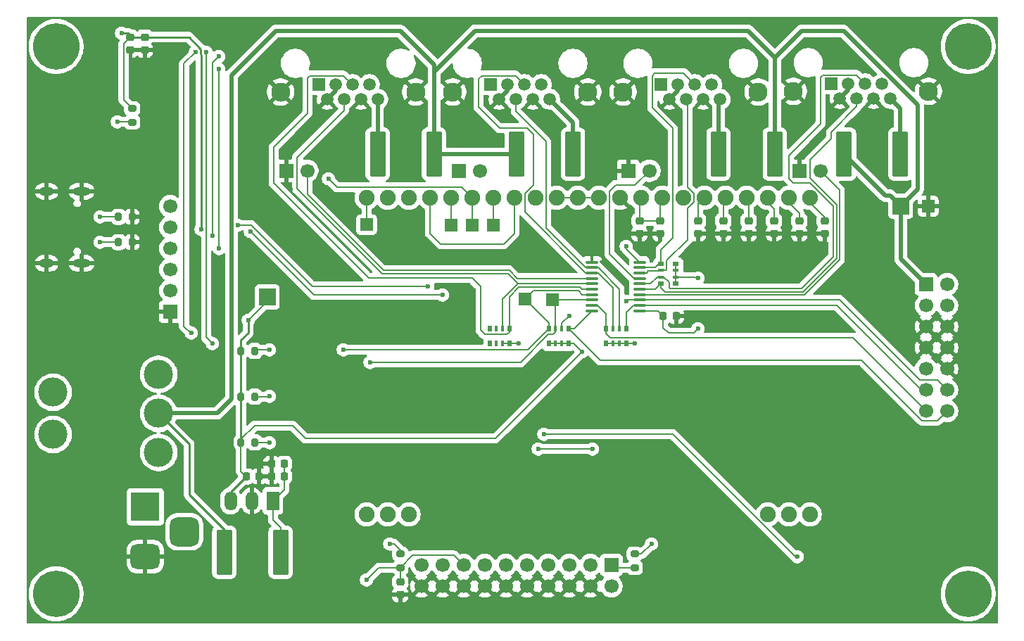
<source format=gbl>
%TF.GenerationSoftware,KiCad,Pcbnew,9.0.4*%
%TF.CreationDate,2025-09-16T13:45:21-04:00*%
%TF.ProjectId,cern-display-controller,6365726e-2d64-4697-9370-6c61792d636f,rev?*%
%TF.SameCoordinates,Original*%
%TF.FileFunction,Copper,L2,Bot*%
%TF.FilePolarity,Positive*%
%FSLAX46Y46*%
G04 Gerber Fmt 4.6, Leading zero omitted, Abs format (unit mm)*
G04 Created by KiCad (PCBNEW 9.0.4) date 2025-09-16 13:45:21*
%MOMM*%
%LPD*%
G01*
G04 APERTURE LIST*
G04 Aperture macros list*
%AMRoundRect*
0 Rectangle with rounded corners*
0 $1 Rounding radius*
0 $2 $3 $4 $5 $6 $7 $8 $9 X,Y pos of 4 corners*
0 Add a 4 corners polygon primitive as box body*
4,1,4,$2,$3,$4,$5,$6,$7,$8,$9,$2,$3,0*
0 Add four circle primitives for the rounded corners*
1,1,$1+$1,$2,$3*
1,1,$1+$1,$4,$5*
1,1,$1+$1,$6,$7*
1,1,$1+$1,$8,$9*
0 Add four rect primitives between the rounded corners*
20,1,$1+$1,$2,$3,$4,$5,0*
20,1,$1+$1,$4,$5,$6,$7,0*
20,1,$1+$1,$6,$7,$8,$9,0*
20,1,$1+$1,$8,$9,$2,$3,0*%
G04 Aperture macros list end*
%TA.AperFunction,HeatsinkPad*%
%ADD10O,2.100000X1.000000*%
%TD*%
%TA.AperFunction,HeatsinkPad*%
%ADD11O,1.800000X1.000000*%
%TD*%
%TA.AperFunction,ComponentPad*%
%ADD12C,3.500000*%
%TD*%
%TA.AperFunction,ComponentPad*%
%ADD13R,1.500000X1.500000*%
%TD*%
%TA.AperFunction,ComponentPad*%
%ADD14C,1.500000*%
%TD*%
%TA.AperFunction,ComponentPad*%
%ADD15C,2.300000*%
%TD*%
%TA.AperFunction,ComponentPad*%
%ADD16C,3.600000*%
%TD*%
%TA.AperFunction,ConnectorPad*%
%ADD17C,5.600000*%
%TD*%
%TA.AperFunction,ComponentPad*%
%ADD18C,1.905000*%
%TD*%
%TA.AperFunction,ComponentPad*%
%ADD19R,1.500000X2.300000*%
%TD*%
%TA.AperFunction,ComponentPad*%
%ADD20O,1.500000X2.300000*%
%TD*%
%TA.AperFunction,ComponentPad*%
%ADD21R,1.700000X1.700000*%
%TD*%
%TA.AperFunction,ComponentPad*%
%ADD22C,1.700000*%
%TD*%
%TA.AperFunction,ComponentPad*%
%ADD23R,3.500000X3.500000*%
%TD*%
%TA.AperFunction,ComponentPad*%
%ADD24RoundRect,0.750000X1.000000X-0.750000X1.000000X0.750000X-1.000000X0.750000X-1.000000X-0.750000X0*%
%TD*%
%TA.AperFunction,ComponentPad*%
%ADD25RoundRect,0.875000X0.875000X-0.875000X0.875000X0.875000X-0.875000X0.875000X-0.875000X-0.875000X0*%
%TD*%
%TA.AperFunction,SMDPad,CuDef*%
%ADD26RoundRect,0.225000X-0.225000X-0.250000X0.225000X-0.250000X0.225000X0.250000X-0.225000X0.250000X0*%
%TD*%
%TA.AperFunction,SMDPad,CuDef*%
%ADD27RoundRect,0.200000X-0.200000X-0.275000X0.200000X-0.275000X0.200000X0.275000X-0.200000X0.275000X0*%
%TD*%
%TA.AperFunction,SMDPad,CuDef*%
%ADD28RoundRect,0.200000X-0.275000X0.200000X-0.275000X-0.200000X0.275000X-0.200000X0.275000X0.200000X0*%
%TD*%
%TA.AperFunction,SMDPad,CuDef*%
%ADD29R,1.500000X1.500000*%
%TD*%
%TA.AperFunction,SMDPad,CuDef*%
%ADD30R,0.500000X0.800000*%
%TD*%
%TA.AperFunction,SMDPad,CuDef*%
%ADD31R,0.400000X0.800000*%
%TD*%
%TA.AperFunction,SMDPad,CuDef*%
%ADD32RoundRect,0.250000X0.712500X2.475000X-0.712500X2.475000X-0.712500X-2.475000X0.712500X-2.475000X0*%
%TD*%
%TA.AperFunction,SMDPad,CuDef*%
%ADD33RoundRect,0.225000X-0.250000X0.225000X-0.250000X-0.225000X0.250000X-0.225000X0.250000X0.225000X0*%
%TD*%
%TA.AperFunction,SMDPad,CuDef*%
%ADD34RoundRect,0.225000X0.250000X-0.225000X0.250000X0.225000X-0.250000X0.225000X-0.250000X-0.225000X0*%
%TD*%
%TA.AperFunction,SMDPad,CuDef*%
%ADD35RoundRect,0.100000X-0.637500X-0.100000X0.637500X-0.100000X0.637500X0.100000X-0.637500X0.100000X0*%
%TD*%
%TA.AperFunction,SMDPad,CuDef*%
%ADD36R,0.800000X0.500000*%
%TD*%
%TA.AperFunction,SMDPad,CuDef*%
%ADD37R,0.800000X0.400000*%
%TD*%
%TA.AperFunction,SMDPad,CuDef*%
%ADD38R,2.000000X2.000000*%
%TD*%
%TA.AperFunction,SMDPad,CuDef*%
%ADD39RoundRect,0.225000X0.225000X0.250000X-0.225000X0.250000X-0.225000X-0.250000X0.225000X-0.250000X0*%
%TD*%
%TA.AperFunction,SMDPad,CuDef*%
%ADD40RoundRect,0.250000X-0.712500X-2.475000X0.712500X-2.475000X0.712500X2.475000X-0.712500X2.475000X0*%
%TD*%
%TA.AperFunction,SMDPad,CuDef*%
%ADD41RoundRect,0.200000X0.275000X-0.200000X0.275000X0.200000X-0.275000X0.200000X-0.275000X-0.200000X0*%
%TD*%
%TA.AperFunction,ViaPad*%
%ADD42C,0.600000*%
%TD*%
%TA.AperFunction,Conductor*%
%ADD43C,0.203200*%
%TD*%
%TA.AperFunction,Conductor*%
%ADD44C,0.508000*%
%TD*%
%TA.AperFunction,Conductor*%
%ADD45C,0.254000*%
%TD*%
G04 APERTURE END LIST*
D10*
%TO.P,CN6,S1,SHIELD*%
%TO.N,GND*%
X102884000Y-78992000D03*
D11*
X98684000Y-78992000D03*
D10*
X102884000Y-87632000D03*
D11*
X98684000Y-87632000D03*
%TD*%
D12*
%TO.P,SW1,*%
%TO.N,*%
X99453500Y-103160000D03*
X99453500Y-108240000D03*
%TO.P,SW1,1,A*%
%TO.N,unconnected-(SW1-A-Pad1)*%
X112153500Y-110400000D03*
%TO.P,SW1,2,B*%
%TO.N,+15V*%
X112153500Y-105700000D03*
%TO.P,SW1,3,C*%
%TO.N,/IO+UI/PWRIN_UNSW*%
X112153500Y-101000000D03*
%TD*%
D13*
%TO.P,CN4,1*%
%TO.N,/IO+UI/LINK3_+15V*%
X172590000Y-66125000D03*
D14*
%TO.P,CN4,2*%
%TO.N,GND*%
X173606000Y-67905000D03*
%TO.P,CN4,3*%
X174622000Y-66125000D03*
%TO.P,CN4,4*%
%TO.N,LINK3_SDA*%
X175638000Y-67905000D03*
%TO.P,CN4,5*%
%TO.N,LINK3_SCL*%
X176654000Y-66125000D03*
%TO.P,CN4,6*%
%TO.N,GND*%
X177670000Y-67905000D03*
%TO.P,CN4,7*%
%TO.N,/IO+UI/LINK3_+15V*%
X178686000Y-66125000D03*
%TO.P,CN4,8*%
X179702000Y-67905000D03*
D15*
%TO.P,CN4,SH*%
%TO.N,GND*%
X168020000Y-67015000D03*
X184280000Y-67015000D03*
%TD*%
D16*
%TO.P,REF\u002A\u002A,1*%
%TO.N,N/C*%
X209550000Y-61550550D03*
D17*
X209550000Y-61550550D03*
%TD*%
D13*
%TO.P,CN5,1*%
%TO.N,/IO+UI/LINK4_+15V*%
X193090000Y-66040000D03*
D14*
%TO.P,CN5,2*%
%TO.N,GND*%
X194106000Y-67820000D03*
%TO.P,CN5,3*%
X195122000Y-66040000D03*
%TO.P,CN5,4*%
%TO.N,LINK4_SDA*%
X196138000Y-67820000D03*
%TO.P,CN5,5*%
%TO.N,LINK4_SCL*%
X197154000Y-66040000D03*
%TO.P,CN5,6*%
%TO.N,GND*%
X198170000Y-67820000D03*
%TO.P,CN5,7*%
%TO.N,/IO+UI/LINK4_+15V*%
X199186000Y-66040000D03*
%TO.P,CN5,8*%
X200202000Y-67820000D03*
D15*
%TO.P,CN5,SH*%
%TO.N,GND*%
X188520000Y-66930000D03*
X204780000Y-66930000D03*
%TD*%
D13*
%TO.P,CN3,1*%
%TO.N,/IO+UI/LINK2_+15V*%
X152090000Y-66125000D03*
D14*
%TO.P,CN3,2*%
%TO.N,GND*%
X153106000Y-67905000D03*
%TO.P,CN3,3*%
X154122000Y-66125000D03*
%TO.P,CN3,4*%
%TO.N,LINK2_SDA*%
X155138000Y-67905000D03*
%TO.P,CN3,5*%
%TO.N,LINK2_SCL*%
X156154000Y-66125000D03*
%TO.P,CN3,6*%
%TO.N,GND*%
X157170000Y-67905000D03*
%TO.P,CN3,7*%
%TO.N,/IO+UI/LINK2_+15V*%
X158186000Y-66125000D03*
%TO.P,CN3,8*%
X159202000Y-67905000D03*
D15*
%TO.P,CN3,SH*%
%TO.N,GND*%
X147520000Y-67015000D03*
X163780000Y-67015000D03*
%TD*%
D18*
%TO.P,DSP1,1,A1+*%
%TO.N,unconnected-(DSP1-A1+-Pad1)*%
X137160000Y-117856000D03*
%TO.P,DSP1,2,A2+*%
%TO.N,unconnected-(DSP1-A2+-Pad2)*%
X139700000Y-117856000D03*
%TO.P,DSP1,3,A3+*%
%TO.N,unconnected-(DSP1-A3+-Pad3)*%
X142240000Y-117856000D03*
%TO.P,DSP1,20,C1-*%
%TO.N,unconnected-(DSP1-C1--Pad20)*%
X185420000Y-117856000D03*
%TO.P,DSP1,21,C2-*%
%TO.N,unconnected-(DSP1-C2--Pad21)*%
X187960000Y-117856000D03*
%TO.P,DSP1,22,C3-*%
%TO.N,unconnected-(DSP1-C3--Pad22)*%
X190500000Y-117856000D03*
%TO.P,DSP1,23,VOUT*%
%TO.N,Net-(DSP1-VOUT)*%
X190500000Y-79756000D03*
%TO.P,DSP1,24,V0*%
%TO.N,Net-(DSP1-V0)*%
X187960000Y-79756000D03*
%TO.P,DSP1,25,V1*%
%TO.N,Net-(DSP1-V1)*%
X185420000Y-79756000D03*
%TO.P,DSP1,26,V2*%
%TO.N,Net-(DSP1-V2)*%
X182880000Y-79756000D03*
%TO.P,DSP1,27,V3*%
%TO.N,Net-(DSP1-V3)*%
X180340000Y-79756000D03*
%TO.P,DSP1,28,V4*%
%TO.N,Net-(DSP1-V4)*%
X177800000Y-79756000D03*
%TO.P,DSP1,29,IM2*%
%TO.N,GND*%
X175260000Y-79756000D03*
%TO.P,DSP1,30,IM1*%
%TO.N,+3.3V*%
X172720000Y-79756000D03*
%TO.P,DSP1,31,VDD*%
X170180000Y-79756000D03*
%TO.P,DSP1,32,VSS*%
%TO.N,GND*%
X167640000Y-79756000D03*
%TO.P,DSP1,33,D7*%
%TO.N,+3.3V*%
X165100000Y-79756000D03*
%TO.P,DSP1,34,D6*%
X162560000Y-79756000D03*
%TO.P,DSP1,35,D5*%
X160020000Y-79756000D03*
%TO.P,DSP1,36,D4*%
X157480000Y-79756000D03*
%TO.P,DSP1,37,D3*%
X154940000Y-79756000D03*
%TO.P,DSP1,38,D2/MISO/SDA2*%
%TO.N,LCD_MISO*%
X152400000Y-79756000D03*
%TO.P,DSP1,39,D1/MOSI/SDA1*%
%TO.N,LCD_MOSI*%
X149860000Y-79756000D03*
%TO.P,DSP1,40,D0/SCK/SCL*%
%TO.N,LCD_SCLK*%
X147320000Y-79756000D03*
%TO.P,DSP1,41,ENABLE*%
%TO.N,+3.3V*%
X144780000Y-79756000D03*
%TO.P,DSP1,42,READ/~{WRITE}*%
X142240000Y-79756000D03*
%TO.P,DSP1,43,RS/DATA_~{CMD}*%
X139700000Y-79756000D03*
%TO.P,DSP1,44,~{RESET}*%
%TO.N,LCD_~{RESET}*%
X137160000Y-79756000D03*
%TD*%
D16*
%TO.P,REF\u002A\u002A,1*%
%TO.N,N/C*%
X99822000Y-127425450D03*
D17*
X99822000Y-127425450D03*
%TD*%
D19*
%TO.P,U1,1,IN*%
%TO.N,Net-(U1-IN)*%
X125894000Y-116233500D03*
D20*
%TO.P,U1,2,GND*%
%TO.N,GND*%
X123354000Y-116233500D03*
%TO.P,U1,3,OUT*%
%TO.N,+3.3V*%
X120814000Y-116233500D03*
%TD*%
D21*
%TO.P,JP3,1,A*%
%TO.N,GND*%
X168656000Y-76500000D03*
D22*
%TO.P,JP3,2,B*%
%TO.N,/LINK3_EN*%
X171196000Y-76500000D03*
%TD*%
D21*
%TO.P,JP4,1,A*%
%TO.N,GND*%
X189230000Y-76500000D03*
D22*
%TO.P,JP4,2,B*%
%TO.N,/LINK4_EN*%
X191770000Y-76500000D03*
%TD*%
D21*
%TO.P,CN8,1,Pin_1*%
%TO.N,+3.3V*%
X166624000Y-123952000D03*
D22*
%TO.P,CN8,2,Pin_2*%
%TO.N,unconnected-(CN8-Pin_2-Pad2)*%
X166624000Y-126492000D03*
%TO.P,CN8,3,Pin_3*%
%TO.N,unconnected-(CN8-Pin_3-Pad3)*%
X164084000Y-123952000D03*
%TO.P,CN8,4,Pin_4*%
%TO.N,GND*%
X164084000Y-126492000D03*
%TO.P,CN8,5,Pin_5*%
%TO.N,JTAG_TDI*%
X161544000Y-123952000D03*
%TO.P,CN8,6,Pin_6*%
%TO.N,GND*%
X161544000Y-126492000D03*
%TO.P,CN8,7,Pin_7*%
%TO.N,JTAG_TMS*%
X159004000Y-123952000D03*
%TO.P,CN8,8,Pin_8*%
%TO.N,GND*%
X159004000Y-126492000D03*
%TO.P,CN8,9,Pin_9*%
%TO.N,JTAG_TCK*%
X156464000Y-123952000D03*
%TO.P,CN8,10,Pin_10*%
%TO.N,GND*%
X156464000Y-126492000D03*
%TO.P,CN8,11,Pin_11*%
%TO.N,JTAG_TDO*%
X153924000Y-123952000D03*
%TO.P,CN8,12,Pin_12*%
%TO.N,GND*%
X153924000Y-126492000D03*
%TO.P,CN8,13,Pin_13*%
%TO.N,unconnected-(CN8-Pin_13-Pad13)*%
X151384000Y-123952000D03*
%TO.P,CN8,14,Pin_14*%
%TO.N,GND*%
X151384000Y-126492000D03*
%TO.P,CN8,15,Pin_15*%
%TO.N,ESP_~{RESET}*%
X148844000Y-123952000D03*
%TO.P,CN8,16,Pin_16*%
%TO.N,GND*%
X148844000Y-126492000D03*
%TO.P,CN8,17,Pin_17*%
%TO.N,unconnected-(CN8-Pin_17-Pad17)*%
X146304000Y-123952000D03*
%TO.P,CN8,18,Pin_18*%
%TO.N,GND*%
X146304000Y-126492000D03*
%TO.P,CN8,19,Pin_19*%
%TO.N,unconnected-(CN8-Pin_19-Pad19)*%
X143764000Y-123952000D03*
%TO.P,CN8,20,Pin_20*%
%TO.N,GND*%
X143764000Y-126492000D03*
%TD*%
D13*
%TO.P,CN2,1*%
%TO.N,/IO+UI/LINK1_+15V*%
X131404000Y-66125000D03*
D14*
%TO.P,CN2,2*%
%TO.N,GND*%
X132420000Y-67905000D03*
%TO.P,CN2,3*%
X133436000Y-66125000D03*
%TO.P,CN2,4*%
%TO.N,LINK1_SDA*%
X134452000Y-67905000D03*
%TO.P,CN2,5*%
%TO.N,LINK1_SCL*%
X135468000Y-66125000D03*
%TO.P,CN2,6*%
%TO.N,GND*%
X136484000Y-67905000D03*
%TO.P,CN2,7*%
%TO.N,/IO+UI/LINK1_+15V*%
X137500000Y-66125000D03*
%TO.P,CN2,8*%
X138516000Y-67905000D03*
D15*
%TO.P,CN2,SH*%
%TO.N,GND*%
X126834000Y-67015000D03*
X143094000Y-67015000D03*
%TD*%
D16*
%TO.P,REF\u002A\u002A,1*%
%TO.N,N/C*%
X99822000Y-61550550D03*
D17*
X99822000Y-61550550D03*
%TD*%
D13*
%TO.P,TP1,1,1*%
%TO.N,GND*%
X204724000Y-80772000D03*
%TD*%
D21*
%TO.P,CN9,1,Pin_1*%
%TO.N,+15V*%
X204470000Y-90170000D03*
D22*
%TO.P,CN9,2,Pin_2*%
X207010000Y-90170000D03*
%TO.P,CN9,3,Pin_3*%
X204470000Y-92710000D03*
%TO.P,CN9,4,Pin_4*%
X207010000Y-92710000D03*
%TO.P,CN9,5,Pin_5*%
%TO.N,GND*%
X204470000Y-95250000D03*
%TO.P,CN9,6,Pin_6*%
X207010000Y-95250000D03*
%TO.P,CN9,7,Pin_7*%
X204470000Y-97790000D03*
%TO.P,CN9,8,Pin_8*%
X207010000Y-97790000D03*
%TO.P,CN9,9,Pin_9*%
%TO.N,+3.3V*%
X204470000Y-100330000D03*
%TO.P,CN9,10,Pin_10*%
%TO.N,GND*%
X207010000Y-100330000D03*
%TO.P,CN9,11,Pin_11*%
%TO.N,EXPSDA2*%
X204470000Y-102870000D03*
%TO.P,CN9,12,Pin_12*%
%TO.N,EXPSDA1*%
X207010000Y-102870000D03*
%TO.P,CN9,13,Pin_13*%
%TO.N,EXPSCL2*%
X204470000Y-105410000D03*
%TO.P,CN9,14,Pin_14*%
%TO.N,EXPSCL1*%
X207010000Y-105410000D03*
%TD*%
D23*
%TO.P,CN1,1*%
%TO.N,/IO+UI/PWRIN_UNSW*%
X110548500Y-116936000D03*
D24*
%TO.P,CN1,2*%
%TO.N,GND*%
X110548500Y-122936000D03*
D25*
%TO.P,CN1,3*%
%TO.N,N/C*%
X115248500Y-119936000D03*
%TD*%
D21*
%TO.P,JP1,1,A*%
%TO.N,GND*%
X127500000Y-76500000D03*
D22*
%TO.P,JP1,2,B*%
%TO.N,/LINK1_EN*%
X130040000Y-76500000D03*
%TD*%
D21*
%TO.P,CN7,1,Pin_1*%
%TO.N,GND*%
X113538000Y-93472000D03*
D22*
%TO.P,CN7,2,Pin_2*%
%TO.N,unconnected-(CN7-Pin_2-Pad2)*%
X113538000Y-90932000D03*
%TO.P,CN7,3,Pin_3*%
%TO.N,unconnected-(CN7-Pin_3-Pad3)*%
X113538000Y-88392000D03*
%TO.P,CN7,4,Pin_4*%
%TO.N,UART_RX_I*%
X113538000Y-85852000D03*
%TO.P,CN7,5,Pin_5*%
%TO.N,UART_TX_O*%
X113538000Y-83312000D03*
%TO.P,CN7,6,Pin_6*%
%TO.N,unconnected-(CN7-Pin_6-Pad6)*%
X113538000Y-80772000D03*
%TD*%
D21*
%TO.P,JP2,1,A*%
%TO.N,GND*%
X148238861Y-76493504D03*
D22*
%TO.P,JP2,2,B*%
%TO.N,/LINK2_EN*%
X150778861Y-76493504D03*
%TD*%
D16*
%TO.P,REF\u002A\u002A,1*%
%TO.N,N/C*%
X209550000Y-127425450D03*
D17*
X209550000Y-127425450D03*
%TD*%
D26*
%TO.P,C5,1*%
%TO.N,+3.3V*%
X172846462Y-93980000D03*
%TO.P,C5,2*%
%TO.N,GND*%
X174396462Y-93980000D03*
%TD*%
D27*
%TO.P,R4,1*%
%TO.N,+3.3V*%
X122065500Y-103690000D03*
%TO.P,R4,2*%
%TO.N,Net-(LED2-A)*%
X123715500Y-103690000D03*
%TD*%
D28*
%TO.P,R6,1*%
%TO.N,+3.3V*%
X141224000Y-122619000D03*
%TO.P,R6,2*%
%TO.N,ESP_~{RESET}*%
X141224000Y-124269000D03*
%TD*%
D29*
%TO.P,TP4,1,1*%
%TO.N,MCU_SCL*%
X159500000Y-92000000D03*
%TD*%
D30*
%TO.P,RN2,1,R1.1*%
%TO.N,unconnected-(RN2-R1.1-Pad1)*%
X151962000Y-95500000D03*
D31*
%TO.P,RN2,2,R2.1*%
%TO.N,unconnected-(RN2-R2.1-Pad2)*%
X152762000Y-95500000D03*
%TO.P,RN2,3,R3.1*%
%TO.N,LINK1_SDA*%
X153562000Y-95500000D03*
D30*
%TO.P,RN2,4,R4.1*%
%TO.N,LINK1_SCL*%
X154362000Y-95500000D03*
%TO.P,RN2,5,R4.2*%
%TO.N,+3.3V*%
X154362000Y-97300000D03*
D31*
%TO.P,RN2,6,R3.2*%
X153562000Y-97300000D03*
%TO.P,RN2,7,R2.2*%
%TO.N,unconnected-(RN2-R2.2-Pad7)*%
X152762000Y-97300000D03*
D30*
%TO.P,RN2,8,R1.2*%
%TO.N,unconnected-(RN2-R1.2-Pad8)*%
X151962000Y-97300000D03*
%TD*%
D32*
%TO.P,F4,1*%
%TO.N,/IO+UI/LINK4_+15V*%
X201387500Y-74500000D03*
%TO.P,F4,2*%
%TO.N,+15V*%
X194612500Y-74500000D03*
%TD*%
D33*
%TO.P,C12,1*%
%TO.N,Net-(DSP1-V3)*%
X180086000Y-82524000D03*
%TO.P,C12,2*%
%TO.N,GND*%
X180086000Y-84074000D03*
%TD*%
D34*
%TO.P,C15,1*%
%TO.N,GND*%
X170000000Y-84087000D03*
%TO.P,C15,2*%
%TO.N,+3.3V*%
X170000000Y-82537000D03*
%TD*%
D35*
%TO.P,U2,1,EXPSCL1*%
%TO.N,EXPSCL1*%
X164275000Y-93350000D03*
%TO.P,U2,2,EXPSCL2*%
%TO.N,EXPSCL2*%
X164275000Y-92700000D03*
%TO.P,U2,3,SCL0*%
%TO.N,MCU_SCL*%
X164275000Y-92050000D03*
%TO.P,U2,4,SDA0*%
%TO.N,MCU_SDA*%
X164275000Y-91400000D03*
%TO.P,U2,5,SCL1*%
%TO.N,LINK1_SCL*%
X164275000Y-90750000D03*
%TO.P,U2,6,SDA1*%
%TO.N,LINK1_SDA*%
X164275000Y-90100000D03*
%TO.P,U2,7,EN1*%
%TO.N,/LINK1_EN*%
X164275000Y-89450000D03*
%TO.P,U2,8,SCL2*%
%TO.N,LINK2_SCL*%
X164275000Y-88800000D03*
%TO.P,U2,9,SDA2*%
%TO.N,LINK2_SDA*%
X164275000Y-88150000D03*
%TO.P,U2,10,GND*%
%TO.N,GND*%
X164275000Y-87500000D03*
%TO.P,U2,11,EN2*%
%TO.N,/LINK2_EN*%
X170000000Y-87500000D03*
%TO.P,U2,12,SCL3*%
%TO.N,LINK3_SCL*%
X170000000Y-88150000D03*
%TO.P,U2,13,SDA3*%
%TO.N,LINK3_SDA*%
X170000000Y-88800000D03*
%TO.P,U2,14,EN3*%
%TO.N,/LINK3_EN*%
X170000000Y-89450000D03*
%TO.P,U2,15,SCL4*%
%TO.N,LINK4_SCL*%
X170000000Y-90100000D03*
%TO.P,U2,16,SDA4*%
%TO.N,LINK4_SDA*%
X170000000Y-90750000D03*
%TO.P,U2,17,EN4*%
%TO.N,/LINK4_EN*%
X170000000Y-91400000D03*
%TO.P,U2,18,EXPSDA1*%
%TO.N,EXPSDA1*%
X170000000Y-92050000D03*
%TO.P,U2,19,EXPSDA2*%
%TO.N,EXPSDA2*%
X170000000Y-92700000D03*
%TO.P,U2,20,VCC*%
%TO.N,+3.3V*%
X170000000Y-93350000D03*
%TD*%
D33*
%TO.P,C14,1*%
%TO.N,Net-(DSP1-VOUT)*%
X192278000Y-82524000D03*
%TO.P,C14,2*%
%TO.N,GND*%
X192278000Y-84074000D03*
%TD*%
D27*
%TO.P,R3,1*%
%TO.N,+3.3V*%
X122065500Y-98190000D03*
%TO.P,R3,2*%
%TO.N,Net-(LED1-A)*%
X123715500Y-98190000D03*
%TD*%
D34*
%TO.P,C8,1*%
%TO.N,GND*%
X141224000Y-127521000D03*
%TO.P,C8,2*%
%TO.N,ESP_~{RESET}*%
X141224000Y-125971000D03*
%TD*%
D33*
%TO.P,C10,1*%
%TO.N,Net-(DSP1-V1)*%
X186182000Y-82511000D03*
%TO.P,C10,2*%
%TO.N,GND*%
X186182000Y-84061000D03*
%TD*%
D29*
%TO.P,TP8,1,1*%
%TO.N,LCD_MISO*%
X152400000Y-83058000D03*
%TD*%
D32*
%TO.P,F5,1*%
%TO.N,Net-(U1-IN)*%
X126831500Y-122428000D03*
%TO.P,F5,2*%
%TO.N,+15V*%
X120056500Y-122428000D03*
%TD*%
D30*
%TO.P,RN1,1,R1.1*%
%TO.N,MCU_SDA*%
X159074000Y-95500000D03*
D31*
%TO.P,RN1,2,R2.1*%
%TO.N,MCU_SCL*%
X159874000Y-95500000D03*
%TO.P,RN1,3,R3.1*%
%TO.N,EXPSDA1*%
X160674000Y-95500000D03*
D30*
%TO.P,RN1,4,R4.1*%
%TO.N,EXPSCL1*%
X161474000Y-95500000D03*
%TO.P,RN1,5,R4.2*%
%TO.N,+3.3V*%
X161474000Y-97300000D03*
D31*
%TO.P,RN1,6,R3.2*%
X160674000Y-97300000D03*
%TO.P,RN1,7,R2.2*%
X159874000Y-97300000D03*
D30*
%TO.P,RN1,8,R1.2*%
X159074000Y-97300000D03*
%TD*%
D36*
%TO.P,RN4,1,R1.1*%
%TO.N,LINK4_SDA*%
X172582000Y-90100000D03*
D37*
%TO.P,RN4,2,R2.1*%
%TO.N,LINK4_SCL*%
X172582000Y-89300000D03*
%TO.P,RN4,3,R3.1*%
%TO.N,LINK3_SDA*%
X172582000Y-88500000D03*
D36*
%TO.P,RN4,4,R4.1*%
%TO.N,LINK3_SCL*%
X172582000Y-87700000D03*
%TO.P,RN4,5,R4.2*%
%TO.N,+3.3V*%
X174382000Y-87700000D03*
D37*
%TO.P,RN4,6,R3.2*%
X174382000Y-88500000D03*
%TO.P,RN4,7,R2.2*%
X174382000Y-89300000D03*
D36*
%TO.P,RN4,8,R1.2*%
X174382000Y-90100000D03*
%TD*%
D34*
%TO.P,C16,1*%
%TO.N,GND*%
X172510000Y-84087000D03*
%TO.P,C16,2*%
%TO.N,+3.3V*%
X172510000Y-82537000D03*
%TD*%
D38*
%TO.P,TP3,1,1*%
%TO.N,+15V*%
X201422000Y-80772000D03*
%TD*%
D29*
%TO.P,TP6,1,1*%
%TO.N,LCD_~{RESET}*%
X137160000Y-82992000D03*
%TD*%
D39*
%TO.P,C1,1*%
%TO.N,Net-(U1-IN)*%
X127267000Y-113284000D03*
%TO.P,C1,2*%
%TO.N,GND*%
X125717000Y-113284000D03*
%TD*%
D28*
%TO.P,R8,1*%
%TO.N,+3.3V*%
X108966000Y-69025000D03*
%TO.P,R8,2*%
%TO.N,BOOT0*%
X108966000Y-70675000D03*
%TD*%
D33*
%TO.P,C9,1*%
%TO.N,Net-(DSP1-V0)*%
X189230000Y-82524000D03*
%TO.P,C9,2*%
%TO.N,GND*%
X189230000Y-84074000D03*
%TD*%
D34*
%TO.P,C6,1*%
%TO.N,GND*%
X108712000Y-61989000D03*
%TO.P,C6,2*%
%TO.N,+3.3V*%
X108712000Y-60439000D03*
%TD*%
D27*
%TO.P,Rx-2,1*%
%TO.N,Net-(CN6-CC2)*%
X107316000Y-85090000D03*
%TO.P,Rx-2,2*%
%TO.N,GND*%
X108966000Y-85090000D03*
%TD*%
D39*
%TO.P,C2,1*%
%TO.N,Net-(U1-IN)*%
X127267000Y-111760000D03*
%TO.P,C2,2*%
%TO.N,GND*%
X125717000Y-111760000D03*
%TD*%
D29*
%TO.P,TP7,1,1*%
%TO.N,LCD_SCLK*%
X147320000Y-83058000D03*
%TD*%
%TO.P,TP9,1,1*%
%TO.N,LCD_MOSI*%
X149860000Y-83058000D03*
%TD*%
D26*
%TO.P,C3,1*%
%TO.N,+3.3V*%
X122669000Y-113284000D03*
%TO.P,C3,2*%
%TO.N,GND*%
X124219000Y-113284000D03*
%TD*%
D29*
%TO.P,TP5,1,1*%
%TO.N,MCU_SDA*%
X156210000Y-91948000D03*
%TD*%
D40*
%TO.P,F3,1*%
%TO.N,/IO+UI/LINK3_+15V*%
X179500000Y-74500000D03*
%TO.P,F3,2*%
%TO.N,+15V*%
X186275000Y-74500000D03*
%TD*%
D27*
%TO.P,Rx-1,1*%
%TO.N,Net-(CN6-CC1)*%
X107316000Y-82042000D03*
%TO.P,Rx-1,2*%
%TO.N,GND*%
X108966000Y-82042000D03*
%TD*%
D32*
%TO.P,F2,1*%
%TO.N,/IO+UI/LINK2_+15V*%
X162000000Y-74500000D03*
%TO.P,F2,2*%
%TO.N,+15V*%
X155225000Y-74500000D03*
%TD*%
D40*
%TO.P,F1,1*%
%TO.N,/IO+UI/LINK1_+15V*%
X138500000Y-74500000D03*
%TO.P,F1,2*%
%TO.N,+15V*%
X145275000Y-74500000D03*
%TD*%
D33*
%TO.P,C11,1*%
%TO.N,Net-(DSP1-V2)*%
X183134000Y-82524000D03*
%TO.P,C11,2*%
%TO.N,GND*%
X183134000Y-84074000D03*
%TD*%
D38*
%TO.P,TP2,1,1*%
%TO.N,+3.3V*%
X125222000Y-91694000D03*
%TD*%
D33*
%TO.P,C13,1*%
%TO.N,Net-(DSP1-V4)*%
X177038000Y-82524000D03*
%TO.P,C13,2*%
%TO.N,GND*%
X177038000Y-84074000D03*
%TD*%
D27*
%TO.P,R5,1*%
%TO.N,+3.3V*%
X122065500Y-109190000D03*
%TO.P,R5,2*%
%TO.N,Net-(LED3-A)*%
X123715500Y-109190000D03*
%TD*%
D30*
%TO.P,RN3,1,R1.1*%
%TO.N,EXPSCL2*%
X166000000Y-95500000D03*
D31*
%TO.P,RN3,2,R2.1*%
%TO.N,LINK2_SCL*%
X166800000Y-95500000D03*
%TO.P,RN3,3,R3.1*%
%TO.N,LINK2_SDA*%
X167600000Y-95500000D03*
D30*
%TO.P,RN3,4,R4.1*%
%TO.N,EXPSDA2*%
X168400000Y-95500000D03*
%TO.P,RN3,5,R4.2*%
%TO.N,+3.3V*%
X168400000Y-97300000D03*
D31*
%TO.P,RN3,6,R3.2*%
X167600000Y-97300000D03*
%TO.P,RN3,7,R2.2*%
X166800000Y-97300000D03*
D30*
%TO.P,RN3,8,R1.2*%
X166000000Y-97300000D03*
%TD*%
D33*
%TO.P,C7,1*%
%TO.N,+3.3V*%
X110490000Y-60439000D03*
%TO.P,C7,2*%
%TO.N,GND*%
X110490000Y-61989000D03*
%TD*%
D41*
%TO.P,R7,1*%
%TO.N,+3.3V*%
X169418000Y-124269000D03*
%TO.P,R7,2*%
%TO.N,BOOT1*%
X169418000Y-122619000D03*
%TD*%
D42*
%TO.N,GND*%
X170942000Y-85598000D03*
X177038000Y-85598000D03*
X128016000Y-78740000D03*
X104902000Y-80264000D03*
X119126000Y-87122000D03*
X128524000Y-68834000D03*
X185420000Y-93980000D03*
X124714000Y-66548000D03*
X185166000Y-124968000D03*
X116586000Y-129794000D03*
X164338000Y-85598000D03*
X134366000Y-103632000D03*
X158242000Y-85598000D03*
%TO.N,+3.3V*%
X155448000Y-97282000D03*
X122937500Y-94488000D03*
X177038000Y-95504000D03*
X139954000Y-121412000D03*
X163068000Y-98298000D03*
X117251200Y-83566000D03*
X107696000Y-59944000D03*
X169418000Y-97282000D03*
X177038000Y-89408000D03*
%TO.N,ESP_~{RESET}*%
X137160000Y-125730000D03*
%TO.N,Net-(CN6-CC2)*%
X105093000Y-85090000D03*
%TO.N,Net-(CN6-CC1)*%
X105093000Y-82042000D03*
%TO.N,UART_TX_O*%
X118618000Y-84328000D03*
X119380000Y-62738000D03*
%TO.N,UART_RX_I*%
X119380000Y-64262000D03*
X119421203Y-85852000D03*
%TO.N,EXPSDA1*%
X168402000Y-92202000D03*
X161544000Y-93980000D03*
%TO.N,LCD_MOSI*%
X132588000Y-77470000D03*
%TO.N,LCD_SCLK*%
X123190000Y-83820000D03*
X146304000Y-91440000D03*
%TO.N,LCD_~{RESET}*%
X144526000Y-90424000D03*
X121666000Y-83058000D03*
%TO.N,/LINK2_EN*%
X168402000Y-85598000D03*
%TO.N,Net-(LED1-A)*%
X125477500Y-98044000D03*
%TO.N,Net-(LED2-A)*%
X125476000Y-103632000D03*
%TO.N,LED_STATUS*%
X116078000Y-96012000D03*
X116586000Y-62230000D03*
%TO.N,LED_WIFI*%
X118618000Y-97282000D03*
X117856000Y-62230000D03*
%TO.N,Net-(LED3-A)*%
X125476000Y-109220000D03*
%TO.N,BOOT1*%
X171450000Y-121412000D03*
%TO.N,BOOT0*%
X107188000Y-70612000D03*
%TO.N,MCU_SCL*%
X137570200Y-99568000D03*
%TO.N,MCU_SDA*%
X134366000Y-98044000D03*
%TO.N,BTN_RIGHT*%
X158496000Y-108204000D03*
X188976000Y-122936000D03*
%TO.N,BTN_UP*%
X164338000Y-109982000D03*
X157819779Y-109982000D03*
%TD*%
D43*
%TO.N,Net-(U1-IN)*%
X127267000Y-114860500D02*
X127267000Y-112268000D01*
X125894000Y-118528000D02*
X125894000Y-116233500D01*
X126831500Y-119465500D02*
X125894000Y-118528000D01*
X125894000Y-116233500D02*
X127267000Y-114860500D01*
X126831500Y-122428000D02*
X126831500Y-119465500D01*
D44*
%TO.N,GND*%
X132420000Y-67905000D02*
X133436000Y-66889000D01*
X153106000Y-67905000D02*
X154122000Y-66889000D01*
X154122000Y-66889000D02*
X154122000Y-66125000D01*
X173606000Y-67905000D02*
X174622000Y-66889000D01*
X133436000Y-66889000D02*
X133436000Y-66125000D01*
X195122000Y-66040000D02*
X195122000Y-66804000D01*
X174622000Y-66889000D02*
X174622000Y-66125000D01*
X195122000Y-66804000D02*
X194106000Y-67820000D01*
D45*
%TO.N,+3.3V*%
X117251200Y-83566000D02*
X117251200Y-62525452D01*
D43*
X153562000Y-97300000D02*
X154362000Y-97300000D01*
X129794000Y-108712000D02*
X128270000Y-107188000D01*
X160020000Y-79756000D02*
X162560000Y-79756000D01*
X176676000Y-89300000D02*
X174382000Y-89300000D01*
X168400000Y-97300000D02*
X169400000Y-97300000D01*
D45*
X107696000Y-59944000D02*
X108458000Y-59944000D01*
D43*
X163068000Y-98298000D02*
X152654000Y-108712000D01*
D45*
X115811000Y-60439000D02*
X110490000Y-60439000D01*
D43*
X120814000Y-116233500D02*
X120814000Y-115139000D01*
X107931200Y-67990200D02*
X108966000Y-69025000D01*
D45*
X122065500Y-103690000D02*
X122065500Y-109190000D01*
X117224800Y-62499052D02*
X117224800Y-61852800D01*
X122065500Y-96884000D02*
X122065500Y-98190000D01*
X108458000Y-59944000D02*
X108712000Y-60198000D01*
D43*
X141224000Y-122174000D02*
X141224000Y-122619000D01*
D45*
X108712000Y-60439000D02*
X110490000Y-60439000D01*
D43*
X162070000Y-97300000D02*
X163068000Y-98298000D01*
X177038000Y-95504000D02*
X176530000Y-96012000D01*
X169850000Y-80000000D02*
X170000000Y-80150000D01*
D45*
X120814000Y-115139000D02*
X122669000Y-113284000D01*
D43*
X125222000Y-92203500D02*
X122937500Y-94488000D01*
D45*
X117251200Y-62525452D02*
X117224800Y-62499052D01*
D43*
X172846462Y-95376462D02*
X172846462Y-93980000D01*
X144780000Y-84030400D02*
X144780000Y-79756000D01*
X166000000Y-97300000D02*
X166800000Y-97300000D01*
X122065500Y-112680500D02*
X122669000Y-113284000D01*
X172216462Y-93350000D02*
X172846462Y-93980000D01*
X177038000Y-89408000D02*
X176784000Y-89408000D01*
X154380000Y-97282000D02*
X154362000Y-97300000D01*
X140462000Y-121412000D02*
X141224000Y-122174000D01*
X146093600Y-85344000D02*
X144780000Y-84030400D01*
X154940000Y-84074000D02*
X153670000Y-85344000D01*
X176784000Y-89408000D02*
X176676000Y-89300000D01*
X155448000Y-97282000D02*
X154380000Y-97282000D01*
X173482000Y-96012000D02*
X172846462Y-95376462D01*
X123699500Y-107188000D02*
X122065500Y-108822000D01*
X159874000Y-97300000D02*
X159074000Y-97300000D01*
X153670000Y-85344000D02*
X146093600Y-85344000D01*
X154940000Y-79756000D02*
X154940000Y-84074000D01*
X170000000Y-80150000D02*
X170000000Y-82550000D01*
X166800000Y-97300000D02*
X167600000Y-97300000D01*
D45*
X122065500Y-109190000D02*
X122065500Y-108822000D01*
D43*
X152654000Y-108712000D02*
X129794000Y-108712000D01*
X122669000Y-113284000D02*
X122669000Y-113187000D01*
D45*
X120814000Y-115660000D02*
X120814000Y-116233500D01*
D43*
X170000000Y-82550000D02*
X172510000Y-82550000D01*
X169400000Y-97300000D02*
X169418000Y-97282000D01*
X139954000Y-121412000D02*
X140462000Y-121412000D01*
X172510000Y-82550000D02*
X172510000Y-80120000D01*
X128270000Y-107188000D02*
X123699500Y-107188000D01*
X108712000Y-60439000D02*
X107931200Y-61219800D01*
D45*
X122065500Y-98190000D02*
X122065500Y-103690000D01*
D43*
X108712000Y-60198000D02*
X108712000Y-60439000D01*
X160674000Y-97300000D02*
X159874000Y-97300000D01*
X174382000Y-89300000D02*
X174382000Y-90100000D01*
X121002500Y-116233500D02*
X120814000Y-116233500D01*
D45*
X122937500Y-94488000D02*
X122937500Y-96012000D01*
D43*
X166800000Y-97300000D02*
X168400000Y-97300000D01*
X174382000Y-87954000D02*
X174382000Y-88754000D01*
X170000000Y-93350000D02*
X172216462Y-93350000D01*
X162560000Y-79756000D02*
X165100000Y-79756000D01*
X122065500Y-109190000D02*
X122065500Y-112680500D01*
X172510000Y-80120000D02*
X172390000Y-80000000D01*
D45*
X117224800Y-61852800D02*
X115811000Y-60439000D01*
D43*
X169418000Y-124269000D02*
X166941000Y-124269000D01*
X161474000Y-97300000D02*
X162070000Y-97300000D01*
X160674000Y-97300000D02*
X161474000Y-97300000D01*
D45*
X122937500Y-96012000D02*
X122065500Y-96884000D01*
D43*
X174382000Y-88754000D02*
X174382000Y-89554000D01*
X125222000Y-91694000D02*
X125222000Y-92203500D01*
X166800000Y-97300000D02*
X167861600Y-97300000D01*
X176530000Y-96012000D02*
X173482000Y-96012000D01*
X166941000Y-124269000D02*
X166624000Y-123952000D01*
X107931200Y-61219800D02*
X107931200Y-67990200D01*
%TO.N,ESP_~{RESET}*%
X141224000Y-124269000D02*
X142696800Y-122796200D01*
X142696800Y-122796200D02*
X147688200Y-122796200D01*
X147688200Y-122796200D02*
X148844000Y-123952000D01*
X138621000Y-124269000D02*
X137160000Y-125730000D01*
X141224000Y-124269000D02*
X138621000Y-124269000D01*
X141224000Y-124269000D02*
X141224000Y-125971000D01*
%TO.N,Net-(DSP1-V0)*%
X189230000Y-82524000D02*
X189230000Y-81600000D01*
X189230000Y-81600000D02*
X187630000Y-80000000D01*
%TO.N,Net-(DSP1-V1)*%
X186182000Y-81092000D02*
X185090000Y-80000000D01*
X186182000Y-82511000D02*
X186182000Y-81092000D01*
%TO.N,Net-(DSP1-V2)*%
X183134000Y-82524000D02*
X183134000Y-80584000D01*
X183134000Y-80584000D02*
X182550000Y-80000000D01*
%TO.N,Net-(DSP1-V3)*%
X180086000Y-82524000D02*
X180086000Y-80076000D01*
X180086000Y-80076000D02*
X180010000Y-80000000D01*
%TO.N,Net-(DSP1-V4)*%
X177038000Y-80432000D02*
X177470000Y-80000000D01*
X177038000Y-82524000D02*
X177038000Y-80432000D01*
%TO.N,Net-(DSP1-VOUT)*%
X192278000Y-82524000D02*
X192278000Y-82108000D01*
X192278000Y-82108000D02*
X190170000Y-80000000D01*
%TO.N,LINK1_SDA*%
X139006150Y-88900000D02*
X154170250Y-88900000D01*
X155448000Y-90100000D02*
X155370250Y-90100000D01*
X164275000Y-90100000D02*
X155448000Y-90100000D01*
X154170250Y-88900000D02*
X155370250Y-90100000D01*
X128778000Y-74930000D02*
X128778000Y-78671850D01*
X155370250Y-90100000D02*
X153562000Y-91908250D01*
X134452000Y-69256000D02*
X128778000Y-74930000D01*
X134452000Y-67905000D02*
X134452000Y-69256000D01*
X128778000Y-78671850D02*
X139006150Y-88900000D01*
X153562000Y-91908250D02*
X153562000Y-95366000D01*
%TO.N,LINK1_SCL*%
X151406200Y-96205800D02*
X150876000Y-95675600D01*
X130048000Y-65369400D02*
X130348200Y-65069200D01*
X155509600Y-90536800D02*
X154362000Y-91684400D01*
X130348200Y-65069200D02*
X134412200Y-65069200D01*
X130048000Y-69596000D02*
X130048000Y-65369400D01*
X162838590Y-90536800D02*
X155509600Y-90536800D01*
X125984000Y-77978000D02*
X125984000Y-73660000D01*
X154362000Y-95911600D02*
X154067800Y-96205800D01*
X150876000Y-95675600D02*
X150876000Y-90424000D01*
X149860000Y-89408000D02*
X137414000Y-89408000D01*
X163051791Y-90750000D02*
X162838590Y-90536800D01*
X164275000Y-90750000D02*
X163051791Y-90750000D01*
X154362000Y-95500000D02*
X154362000Y-95911600D01*
X150876000Y-90424000D02*
X149860000Y-89408000D01*
X154067800Y-96205800D02*
X151406200Y-96205800D01*
X137414000Y-89408000D02*
X125984000Y-77978000D01*
X134412200Y-65069200D02*
X135468000Y-66125000D01*
X154362000Y-91684400D02*
X154362000Y-95366000D01*
X125984000Y-73660000D02*
X130048000Y-69596000D01*
%TO.N,LINK2_SCL*%
X163537501Y-88800000D02*
X164275000Y-88800000D01*
X150622000Y-65481400D02*
X150622000Y-68834000D01*
X156198300Y-81460799D02*
X163537501Y-88800000D01*
X165012499Y-88800000D02*
X166800000Y-90587501D01*
X151034200Y-65069200D02*
X150622000Y-65481400D01*
X155098200Y-65069200D02*
X151034200Y-65069200D01*
X150622000Y-68834000D02*
X153162000Y-71374000D01*
X156198300Y-79234795D02*
X156198300Y-81460799D01*
X153162000Y-71374000D02*
X156464000Y-71374000D01*
X157226000Y-78207095D02*
X156198300Y-79234795D01*
X164275000Y-88800000D02*
X165012499Y-88800000D01*
X156464000Y-71374000D02*
X157226000Y-72136000D01*
X157226000Y-72136000D02*
X157226000Y-78207095D01*
X166800000Y-90587501D02*
X166800000Y-95500000D01*
X156154000Y-66125000D02*
X155098200Y-65069200D01*
%TO.N,LINK2_SDA*%
X158750000Y-72985854D02*
X155138000Y-69373854D01*
X164275000Y-88150000D02*
X163537501Y-88150000D01*
X164275000Y-88150000D02*
X165012499Y-88150000D01*
X167600000Y-90737501D02*
X167600000Y-95500000D01*
X158750000Y-83362499D02*
X158750000Y-72985854D01*
X165012499Y-88150000D02*
X167600000Y-90737501D01*
X155138000Y-69373854D02*
X155138000Y-67905000D01*
X163537501Y-88150000D02*
X158750000Y-83362499D01*
%TO.N,LINK3_SDA*%
X175768000Y-84836000D02*
X175768000Y-81014300D01*
X175768000Y-68035000D02*
X175638000Y-67905000D01*
X171084600Y-88557400D02*
X170842000Y-88800000D01*
X175781205Y-78497700D02*
X175768000Y-78497700D01*
X176518300Y-80277205D02*
X176518300Y-79234795D01*
X175768000Y-81014300D02*
X175781205Y-81014300D01*
X172524600Y-88557400D02*
X171084600Y-88557400D01*
X172582000Y-88500000D02*
X173185200Y-88500000D01*
X170046000Y-88754000D02*
X170000000Y-88800000D01*
X175781205Y-81014300D02*
X176518300Y-80277205D01*
X173287800Y-88397400D02*
X173287800Y-87316200D01*
X173287800Y-87316200D02*
X175768000Y-84836000D01*
X173185200Y-88500000D02*
X173287800Y-88397400D01*
X172582000Y-88500000D02*
X172524600Y-88557400D01*
X170842000Y-88800000D02*
X170000000Y-88800000D01*
X176518300Y-79234795D02*
X175781205Y-78497700D01*
X175768000Y-78497700D02*
X175768000Y-68035000D01*
%TO.N,LINK3_SCL*%
X172326200Y-87700000D02*
X172582000Y-87700000D01*
X172582000Y-87700000D02*
X172582000Y-85994400D01*
X171833400Y-64770000D02*
X175299000Y-64770000D01*
X172582000Y-85994400D02*
X173990000Y-84586400D01*
X173990000Y-71374000D02*
X171534200Y-68918200D01*
X175299000Y-64770000D02*
X176654000Y-66125000D01*
X170000000Y-88150000D02*
X171876200Y-88150000D01*
X171876200Y-88150000D02*
X172326200Y-87700000D01*
X171534200Y-68918200D02*
X171534200Y-65069200D01*
X173990000Y-84586400D02*
X173990000Y-71374000D01*
X171534200Y-65069200D02*
X171833400Y-64770000D01*
%TO.N,LINK4_SCL*%
X191770000Y-65278000D02*
X192063800Y-64984200D01*
X193294000Y-80772000D02*
X190500000Y-77978000D01*
X170000000Y-90100000D02*
X171320400Y-90100000D01*
X173568200Y-90547800D02*
X173676200Y-90655800D01*
X189506200Y-90655800D02*
X193294000Y-86868000D01*
X187960000Y-74676000D02*
X191770000Y-70866000D01*
X193294000Y-86868000D02*
X193294000Y-80772000D01*
X171320400Y-90100000D02*
X172120400Y-89300000D01*
X172582000Y-89300000D02*
X172931200Y-89300000D01*
X191770000Y-70866000D02*
X191770000Y-65278000D01*
X172120400Y-89300000D02*
X172582000Y-89300000D01*
X187960000Y-77470000D02*
X187960000Y-74676000D01*
X196098200Y-64984200D02*
X197154000Y-66040000D01*
X173568200Y-89937000D02*
X173568200Y-90547800D01*
X190500000Y-77978000D02*
X188468000Y-77978000D01*
X192063800Y-64984200D02*
X196098200Y-64984200D01*
X188468000Y-77978000D02*
X187960000Y-77470000D01*
X173676200Y-90655800D02*
X189506200Y-90655800D01*
X172931200Y-89300000D02*
X173568200Y-89937000D01*
%TO.N,LINK4_SDA*%
X193040000Y-71882000D02*
X196138000Y-68784000D01*
X172582000Y-90553200D02*
X173092000Y-91063200D01*
X193701400Y-80603249D02*
X190500000Y-77401849D01*
X190500000Y-77401849D02*
X190500000Y-75184000D01*
X193701400Y-87036750D02*
X193701400Y-80603249D01*
X189674950Y-91063200D02*
X193701400Y-87036750D01*
X173092000Y-91063200D02*
X189674950Y-91063200D01*
X193040000Y-72644000D02*
X193040000Y-71882000D01*
X171932000Y-90750000D02*
X172582000Y-90100000D01*
X172582000Y-90100000D02*
X172582000Y-90553200D01*
X196138000Y-68784000D02*
X196138000Y-67820000D01*
X170000000Y-90750000D02*
X171932000Y-90750000D01*
X190500000Y-75184000D02*
X193040000Y-72644000D01*
%TO.N,Net-(CN6-CC2)*%
X105093000Y-85090000D02*
X107316000Y-85090000D01*
%TO.N,Net-(CN6-CC1)*%
X105093000Y-82042000D02*
X107316000Y-82042000D01*
%TO.N,UART_TX_O*%
X118618000Y-63500000D02*
X119380000Y-62738000D01*
X118618000Y-84328000D02*
X118618000Y-63500000D01*
%TO.N,UART_RX_I*%
X119421203Y-85852000D02*
X119421203Y-64303203D01*
X119421203Y-64303203D02*
X119380000Y-64262000D01*
%TO.N,EXPSCL2*%
X166000000Y-95500000D02*
X166000000Y-96103200D01*
X164939160Y-92700000D02*
X166000000Y-93760840D01*
X166491000Y-96594200D02*
X195654200Y-96594200D01*
X164275000Y-92700000D02*
X164939160Y-92700000D01*
X166000000Y-93760840D02*
X166000000Y-95500000D01*
X195654200Y-96594200D02*
X204470000Y-105410000D01*
X166000000Y-96103200D02*
X166491000Y-96594200D01*
D44*
%TO.N,+15V*%
X194612500Y-74500000D02*
X199612500Y-79500000D01*
X189484000Y-59690000D02*
X194544653Y-59690000D01*
X150182725Y-59690000D02*
X183066000Y-59690000D01*
X145275000Y-64597725D02*
X150182725Y-59690000D01*
X112153500Y-105700000D02*
X119200000Y-105700000D01*
X201422000Y-80772000D02*
X201422000Y-87122000D01*
X186275000Y-74500000D02*
X186275000Y-62899000D01*
D45*
X115824000Y-115470500D02*
X115824000Y-109370500D01*
D44*
X194544653Y-59690000D02*
X203454000Y-68599347D01*
X120904000Y-65024000D02*
X126238000Y-59690000D01*
X199612500Y-79500000D02*
X200150000Y-79500000D01*
X120904000Y-103996000D02*
X120904000Y-65024000D01*
X203454000Y-78740000D02*
X201422000Y-80772000D01*
X186275000Y-62899000D02*
X189484000Y-59690000D01*
X183066000Y-59690000D02*
X186275000Y-62899000D01*
D45*
X115824000Y-109370500D02*
X112153500Y-105700000D01*
X120056500Y-122428000D02*
X120056500Y-119703000D01*
D44*
X201422000Y-87122000D02*
X204470000Y-90170000D01*
X155225000Y-74500000D02*
X145275000Y-74500000D01*
D45*
X120056500Y-119703000D02*
X115824000Y-115470500D01*
D44*
X141224000Y-59690000D02*
X145275000Y-63741000D01*
X145275000Y-74500000D02*
X145275000Y-64597725D01*
X145275000Y-63741000D02*
X145275000Y-64597725D01*
X126238000Y-59690000D02*
X141224000Y-59690000D01*
X200150000Y-79500000D02*
X201422000Y-80772000D01*
X119200000Y-105700000D02*
X120904000Y-103996000D01*
X203454000Y-68599347D02*
X203454000Y-78740000D01*
D43*
%TO.N,EXPSDA2*%
X170000000Y-92700000D02*
X193722000Y-92700000D01*
X168400000Y-93562501D02*
X168400000Y-95500000D01*
X169262501Y-92700000D02*
X168400000Y-93562501D01*
X193722000Y-92700000D02*
X203892000Y-102870000D01*
X203892000Y-102870000D02*
X204470000Y-102870000D01*
X170000000Y-92700000D02*
X169262501Y-92700000D01*
%TO.N,EXPSCL1*%
X162125000Y-95500000D02*
X164275000Y-93350000D01*
X205854200Y-106565800D02*
X207010000Y-105410000D01*
X165288000Y-99314000D02*
X196739451Y-99314000D01*
X161474000Y-95500000D02*
X162125000Y-95500000D01*
X196739451Y-99314000D02*
X203991251Y-106565800D01*
X161474000Y-95500000D02*
X165288000Y-99314000D01*
X203991251Y-106565800D02*
X205854200Y-106565800D01*
%TO.N,EXPSDA1*%
X168554000Y-92050000D02*
X170000000Y-92050000D01*
X170000000Y-92050000D02*
X194088000Y-92050000D01*
X160674000Y-95500000D02*
X160674000Y-94850000D01*
X168402000Y-92202000D02*
X168554000Y-92050000D01*
X203752200Y-101714200D02*
X205854200Y-101714200D01*
X205854200Y-101714200D02*
X207010000Y-102870000D01*
X194088000Y-92050000D02*
X203752200Y-101714200D01*
X160674000Y-94850000D02*
X161544000Y-93980000D01*
%TO.N,LCD_MOSI*%
X133615700Y-78497700D02*
X148601700Y-78497700D01*
X148601700Y-78497700D02*
X149860000Y-79756000D01*
X132588000Y-77470000D02*
X133615700Y-78497700D01*
X149860000Y-83566000D02*
X149860000Y-79756000D01*
%TO.N,LCD_MISO*%
X152400000Y-83566000D02*
X152400000Y-79756000D01*
%TO.N,LCD_SCLK*%
X146304000Y-91440000D02*
X130810000Y-91440000D01*
X147320000Y-83500000D02*
X147320000Y-79756000D01*
X130810000Y-91440000D02*
X123190000Y-83820000D01*
%TO.N,LCD_~{RESET}*%
X123284731Y-83058000D02*
X130650731Y-90424000D01*
X130650731Y-90424000D02*
X144526000Y-90424000D01*
X137160000Y-83500000D02*
X137160000Y-79756000D01*
X121666000Y-83058000D02*
X123284731Y-83058000D01*
%TO.N,/LINK1_EN*%
X155296400Y-89450000D02*
X154339001Y-88492600D01*
X130040000Y-79357700D02*
X130040000Y-76500000D01*
X139174900Y-88492600D02*
X130040000Y-79357700D01*
X164275000Y-89450000D02*
X155296400Y-89450000D01*
X154339001Y-88492600D02*
X139174900Y-88492600D01*
%TO.N,/LINK2_EN*%
X170000000Y-87500000D02*
X168402000Y-85902000D01*
X168402000Y-85902000D02*
X168402000Y-85598000D01*
%TO.N,/LINK3_EN*%
X170000000Y-89450000D02*
X169335840Y-89450000D01*
X169335840Y-89450000D02*
X166381700Y-86495860D01*
X166381700Y-78982300D02*
X167132000Y-78232000D01*
X167132000Y-78232000D02*
X169464000Y-78232000D01*
X169464000Y-78232000D02*
X171196000Y-76500000D01*
X166381700Y-86495860D02*
X166381700Y-78982300D01*
%TO.N,/LINK4_EN*%
X170000000Y-91400000D02*
X170070600Y-91470600D01*
X194108800Y-87205500D02*
X194108800Y-78838800D01*
X194108800Y-78838800D02*
X191770000Y-76500000D01*
X170070600Y-91470600D02*
X189843700Y-91470600D01*
X189843700Y-91470600D02*
X194108800Y-87205500D01*
%TO.N,Net-(LED1-A)*%
X123861500Y-98044000D02*
X123715500Y-98190000D01*
X125477500Y-98044000D02*
X123861500Y-98044000D01*
%TO.N,Net-(LED2-A)*%
X125165500Y-103690000D02*
X123715500Y-103690000D01*
X125476000Y-103632000D02*
X125223500Y-103632000D01*
X125223500Y-103632000D02*
X125165500Y-103690000D01*
%TO.N,LED_STATUS*%
X115201800Y-63614200D02*
X116586000Y-62230000D01*
X115999667Y-96012000D02*
X115201800Y-95214133D01*
X116078000Y-96012000D02*
X115999667Y-96012000D01*
X115201800Y-95214133D02*
X115201800Y-63614200D01*
%TO.N,LED_WIFI*%
X118618000Y-97282000D02*
X118597111Y-97282000D01*
X118597111Y-97282000D02*
X117856000Y-96540889D01*
X117856000Y-96540889D02*
X117856000Y-62230000D01*
%TO.N,Net-(LED3-A)*%
X123715500Y-109190000D02*
X125446000Y-109190000D01*
X125446000Y-109190000D02*
X125476000Y-109220000D01*
%TO.N,BOOT1*%
X170243000Y-122619000D02*
X171450000Y-121412000D01*
X169418000Y-122619000D02*
X170243000Y-122619000D01*
%TO.N,BOOT0*%
X107188000Y-70612000D02*
X108903000Y-70612000D01*
X108903000Y-70612000D02*
X108966000Y-70549000D01*
%TO.N,MCU_SCL*%
X159064200Y-96205800D02*
X159629800Y-96205800D01*
X159629800Y-96205800D02*
X159874000Y-95961600D01*
X155702000Y-99568000D02*
X159064200Y-96205800D01*
X164275000Y-92050000D02*
X159550000Y-92050000D01*
X159874000Y-95961600D02*
X159874000Y-95500000D01*
X159874000Y-92374000D02*
X159500000Y-92000000D01*
X159874000Y-95500000D02*
X159874000Y-92374000D01*
X137570200Y-99568000D02*
X155702000Y-99568000D01*
X159550000Y-92050000D02*
X159500000Y-92000000D01*
%TO.N,MCU_SDA*%
X156530000Y-98044000D02*
X159074000Y-95500000D01*
X162669840Y-90944200D02*
X157213800Y-90944200D01*
X163125640Y-91400000D02*
X162669840Y-90944200D01*
X156210000Y-91948000D02*
X159074000Y-94812000D01*
X157213800Y-90944200D02*
X156210000Y-91948000D01*
X164275000Y-91400000D02*
X163125640Y-91400000D01*
X134366000Y-98044000D02*
X156530000Y-98044000D01*
X159074000Y-94812000D02*
X159074000Y-95500000D01*
%TO.N,BTN_RIGHT*%
X173988495Y-108204000D02*
X188720495Y-122936000D01*
X188720495Y-122936000D02*
X188976000Y-122936000D01*
X158496000Y-108204000D02*
X173988495Y-108204000D01*
%TO.N,BTN_UP*%
X164338000Y-109982000D02*
X157819779Y-109982000D01*
D44*
%TO.N,/IO+UI/LINK1_+15V*%
X138500000Y-67921000D02*
X138516000Y-67905000D01*
X138500000Y-74500000D02*
X138500000Y-67921000D01*
%TO.N,/IO+UI/LINK2_+15V*%
X162000000Y-70703000D02*
X159202000Y-67905000D01*
X162000000Y-74500000D02*
X162000000Y-70703000D01*
%TO.N,/IO+UI/LINK3_+15V*%
X179500000Y-74500000D02*
X179500000Y-68107000D01*
X179500000Y-68107000D02*
X179702000Y-67905000D01*
%TO.N,/IO+UI/LINK4_+15V*%
X201387500Y-74500000D02*
X201387500Y-69005500D01*
X201387500Y-69005500D02*
X200202000Y-67820000D01*
%TD*%
%TA.AperFunction,Conductor*%
%TO.N,GND*%
G36*
X145105444Y-124605999D02*
G01*
X145144486Y-124651056D01*
X145148951Y-124659820D01*
X145273890Y-124831786D01*
X145424213Y-124982109D01*
X145596179Y-125107048D01*
X145596181Y-125107049D01*
X145596184Y-125107051D01*
X145605493Y-125111794D01*
X145656290Y-125159766D01*
X145673087Y-125227587D01*
X145650552Y-125293722D01*
X145605505Y-125332760D01*
X145596446Y-125337376D01*
X145596440Y-125337380D01*
X145542282Y-125376727D01*
X145542282Y-125376728D01*
X146174591Y-126009037D01*
X146111007Y-126026075D01*
X145996993Y-126091901D01*
X145903901Y-126184993D01*
X145838075Y-126299007D01*
X145821037Y-126362591D01*
X145188728Y-125730282D01*
X145188727Y-125730282D01*
X145149380Y-125784440D01*
X145144483Y-125794051D01*
X145096506Y-125844845D01*
X145028684Y-125861638D01*
X144962550Y-125839098D01*
X144923516Y-125794048D01*
X144918626Y-125784452D01*
X144879270Y-125730282D01*
X144879269Y-125730282D01*
X144246962Y-126362590D01*
X144229925Y-126299007D01*
X144164099Y-126184993D01*
X144071007Y-126091901D01*
X143956993Y-126026075D01*
X143893409Y-126009037D01*
X144525716Y-125376728D01*
X144471547Y-125337373D01*
X144471547Y-125337372D01*
X144462500Y-125332763D01*
X144411706Y-125284788D01*
X144394912Y-125216966D01*
X144417451Y-125150832D01*
X144462508Y-125111793D01*
X144471816Y-125107051D01*
X144590794Y-125020609D01*
X144643786Y-124982109D01*
X144643788Y-124982106D01*
X144643792Y-124982104D01*
X144794104Y-124831792D01*
X144794106Y-124831788D01*
X144794109Y-124831786D01*
X144919048Y-124659820D01*
X144919047Y-124659820D01*
X144919051Y-124659816D01*
X144923514Y-124651054D01*
X144971488Y-124600259D01*
X145039308Y-124583463D01*
X145105444Y-124605999D01*
G37*
%TD.AperFunction*%
%TA.AperFunction,Conductor*%
G36*
X147645444Y-124605999D02*
G01*
X147684486Y-124651056D01*
X147688951Y-124659820D01*
X147813890Y-124831786D01*
X147964213Y-124982109D01*
X148136179Y-125107048D01*
X148136181Y-125107049D01*
X148136184Y-125107051D01*
X148145493Y-125111794D01*
X148196290Y-125159766D01*
X148213087Y-125227587D01*
X148190552Y-125293722D01*
X148145505Y-125332760D01*
X148136446Y-125337376D01*
X148136440Y-125337380D01*
X148082282Y-125376727D01*
X148082282Y-125376728D01*
X148714591Y-126009037D01*
X148651007Y-126026075D01*
X148536993Y-126091901D01*
X148443901Y-126184993D01*
X148378075Y-126299007D01*
X148361037Y-126362591D01*
X147728728Y-125730282D01*
X147728727Y-125730282D01*
X147689380Y-125784440D01*
X147684483Y-125794051D01*
X147636506Y-125844845D01*
X147568684Y-125861638D01*
X147502550Y-125839098D01*
X147463516Y-125794048D01*
X147458626Y-125784452D01*
X147419270Y-125730282D01*
X147419269Y-125730282D01*
X146786962Y-126362590D01*
X146769925Y-126299007D01*
X146704099Y-126184993D01*
X146611007Y-126091901D01*
X146496993Y-126026075D01*
X146433409Y-126009037D01*
X147065716Y-125376728D01*
X147011547Y-125337373D01*
X147011547Y-125337372D01*
X147002500Y-125332763D01*
X146951706Y-125284788D01*
X146934912Y-125216966D01*
X146957451Y-125150832D01*
X147002508Y-125111793D01*
X147011816Y-125107051D01*
X147130794Y-125020609D01*
X147183786Y-124982109D01*
X147183788Y-124982106D01*
X147183792Y-124982104D01*
X147334104Y-124831792D01*
X147334106Y-124831788D01*
X147334109Y-124831786D01*
X147459048Y-124659820D01*
X147459047Y-124659820D01*
X147459051Y-124659816D01*
X147463514Y-124651054D01*
X147511488Y-124600259D01*
X147579308Y-124583463D01*
X147645444Y-124605999D01*
G37*
%TD.AperFunction*%
%TA.AperFunction,Conductor*%
G36*
X150185444Y-124605999D02*
G01*
X150224486Y-124651056D01*
X150228951Y-124659820D01*
X150353890Y-124831786D01*
X150504213Y-124982109D01*
X150676179Y-125107048D01*
X150676181Y-125107049D01*
X150676184Y-125107051D01*
X150685493Y-125111794D01*
X150736290Y-125159766D01*
X150753087Y-125227587D01*
X150730552Y-125293722D01*
X150685505Y-125332760D01*
X150676446Y-125337376D01*
X150676440Y-125337380D01*
X150622282Y-125376727D01*
X150622282Y-125376728D01*
X151254591Y-126009037D01*
X151191007Y-126026075D01*
X151076993Y-126091901D01*
X150983901Y-126184993D01*
X150918075Y-126299007D01*
X150901037Y-126362591D01*
X150268728Y-125730282D01*
X150268727Y-125730282D01*
X150229380Y-125784440D01*
X150224483Y-125794051D01*
X150176506Y-125844845D01*
X150108684Y-125861638D01*
X150042550Y-125839098D01*
X150003516Y-125794048D01*
X149998626Y-125784452D01*
X149959270Y-125730282D01*
X149959269Y-125730282D01*
X149326962Y-126362590D01*
X149309925Y-126299007D01*
X149244099Y-126184993D01*
X149151007Y-126091901D01*
X149036993Y-126026075D01*
X148973409Y-126009037D01*
X149605716Y-125376728D01*
X149551547Y-125337373D01*
X149551547Y-125337372D01*
X149542500Y-125332763D01*
X149491706Y-125284788D01*
X149474912Y-125216966D01*
X149497451Y-125150832D01*
X149542508Y-125111793D01*
X149551816Y-125107051D01*
X149670794Y-125020609D01*
X149723786Y-124982109D01*
X149723788Y-124982106D01*
X149723792Y-124982104D01*
X149874104Y-124831792D01*
X149874106Y-124831788D01*
X149874109Y-124831786D01*
X149999048Y-124659820D01*
X149999047Y-124659820D01*
X149999051Y-124659816D01*
X150003514Y-124651054D01*
X150051488Y-124600259D01*
X150119308Y-124583463D01*
X150185444Y-124605999D01*
G37*
%TD.AperFunction*%
%TA.AperFunction,Conductor*%
G36*
X152725444Y-124605999D02*
G01*
X152764486Y-124651056D01*
X152768951Y-124659820D01*
X152893890Y-124831786D01*
X153044213Y-124982109D01*
X153216179Y-125107048D01*
X153216181Y-125107049D01*
X153216184Y-125107051D01*
X153225493Y-125111794D01*
X153276290Y-125159766D01*
X153293087Y-125227587D01*
X153270552Y-125293722D01*
X153225505Y-125332760D01*
X153216446Y-125337376D01*
X153216440Y-125337380D01*
X153162282Y-125376727D01*
X153162282Y-125376728D01*
X153794591Y-126009037D01*
X153731007Y-126026075D01*
X153616993Y-126091901D01*
X153523901Y-126184993D01*
X153458075Y-126299007D01*
X153441037Y-126362591D01*
X152808728Y-125730282D01*
X152808727Y-125730282D01*
X152769380Y-125784440D01*
X152764483Y-125794051D01*
X152716506Y-125844845D01*
X152648684Y-125861638D01*
X152582550Y-125839098D01*
X152543516Y-125794048D01*
X152538626Y-125784452D01*
X152499270Y-125730282D01*
X152499269Y-125730282D01*
X151866962Y-126362590D01*
X151849925Y-126299007D01*
X151784099Y-126184993D01*
X151691007Y-126091901D01*
X151576993Y-126026075D01*
X151513409Y-126009037D01*
X152145716Y-125376728D01*
X152091547Y-125337373D01*
X152091547Y-125337372D01*
X152082500Y-125332763D01*
X152031706Y-125284788D01*
X152014912Y-125216966D01*
X152037451Y-125150832D01*
X152082508Y-125111793D01*
X152091816Y-125107051D01*
X152210794Y-125020609D01*
X152263786Y-124982109D01*
X152263788Y-124982106D01*
X152263792Y-124982104D01*
X152414104Y-124831792D01*
X152414106Y-124831788D01*
X152414109Y-124831786D01*
X152539048Y-124659820D01*
X152539047Y-124659820D01*
X152539051Y-124659816D01*
X152543514Y-124651054D01*
X152591488Y-124600259D01*
X152659308Y-124583463D01*
X152725444Y-124605999D01*
G37*
%TD.AperFunction*%
%TA.AperFunction,Conductor*%
G36*
X155265444Y-124605999D02*
G01*
X155304486Y-124651056D01*
X155308951Y-124659820D01*
X155433890Y-124831786D01*
X155584213Y-124982109D01*
X155756179Y-125107048D01*
X155756181Y-125107049D01*
X155756184Y-125107051D01*
X155765493Y-125111794D01*
X155816290Y-125159766D01*
X155833087Y-125227587D01*
X155810552Y-125293722D01*
X155765505Y-125332760D01*
X155756446Y-125337376D01*
X155756440Y-125337380D01*
X155702282Y-125376727D01*
X155702282Y-125376728D01*
X156334591Y-126009037D01*
X156271007Y-126026075D01*
X156156993Y-126091901D01*
X156063901Y-126184993D01*
X155998075Y-126299007D01*
X155981037Y-126362591D01*
X155348728Y-125730282D01*
X155348727Y-125730282D01*
X155309380Y-125784440D01*
X155304483Y-125794051D01*
X155256506Y-125844845D01*
X155188684Y-125861638D01*
X155122550Y-125839098D01*
X155083516Y-125794048D01*
X155078626Y-125784452D01*
X155039270Y-125730282D01*
X155039269Y-125730282D01*
X154406962Y-126362590D01*
X154389925Y-126299007D01*
X154324099Y-126184993D01*
X154231007Y-126091901D01*
X154116993Y-126026075D01*
X154053409Y-126009037D01*
X154685716Y-125376728D01*
X154631547Y-125337373D01*
X154631547Y-125337372D01*
X154622500Y-125332763D01*
X154571706Y-125284788D01*
X154554912Y-125216966D01*
X154577451Y-125150832D01*
X154622508Y-125111793D01*
X154631816Y-125107051D01*
X154750794Y-125020609D01*
X154803786Y-124982109D01*
X154803788Y-124982106D01*
X154803792Y-124982104D01*
X154954104Y-124831792D01*
X154954106Y-124831788D01*
X154954109Y-124831786D01*
X155079048Y-124659820D01*
X155079047Y-124659820D01*
X155079051Y-124659816D01*
X155083514Y-124651054D01*
X155131488Y-124600259D01*
X155199308Y-124583463D01*
X155265444Y-124605999D01*
G37*
%TD.AperFunction*%
%TA.AperFunction,Conductor*%
G36*
X157805444Y-124605999D02*
G01*
X157844486Y-124651056D01*
X157848951Y-124659820D01*
X157973890Y-124831786D01*
X158124213Y-124982109D01*
X158296179Y-125107048D01*
X158296181Y-125107049D01*
X158296184Y-125107051D01*
X158305493Y-125111794D01*
X158356290Y-125159766D01*
X158373087Y-125227587D01*
X158350552Y-125293722D01*
X158305505Y-125332760D01*
X158296446Y-125337376D01*
X158296440Y-125337380D01*
X158242282Y-125376727D01*
X158242282Y-125376728D01*
X158874591Y-126009037D01*
X158811007Y-126026075D01*
X158696993Y-126091901D01*
X158603901Y-126184993D01*
X158538075Y-126299007D01*
X158521037Y-126362591D01*
X157888728Y-125730282D01*
X157888727Y-125730282D01*
X157849380Y-125784440D01*
X157844483Y-125794051D01*
X157796506Y-125844845D01*
X157728684Y-125861638D01*
X157662550Y-125839098D01*
X157623516Y-125794048D01*
X157618626Y-125784452D01*
X157579270Y-125730282D01*
X157579269Y-125730282D01*
X156946962Y-126362590D01*
X156929925Y-126299007D01*
X156864099Y-126184993D01*
X156771007Y-126091901D01*
X156656993Y-126026075D01*
X156593409Y-126009037D01*
X157225716Y-125376728D01*
X157171547Y-125337373D01*
X157171547Y-125337372D01*
X157162500Y-125332763D01*
X157111706Y-125284788D01*
X157094912Y-125216966D01*
X157117451Y-125150832D01*
X157162508Y-125111793D01*
X157171816Y-125107051D01*
X157290794Y-125020609D01*
X157343786Y-124982109D01*
X157343788Y-124982106D01*
X157343792Y-124982104D01*
X157494104Y-124831792D01*
X157494106Y-124831788D01*
X157494109Y-124831786D01*
X157619048Y-124659820D01*
X157619047Y-124659820D01*
X157619051Y-124659816D01*
X157623514Y-124651054D01*
X157671488Y-124600259D01*
X157739308Y-124583463D01*
X157805444Y-124605999D01*
G37*
%TD.AperFunction*%
%TA.AperFunction,Conductor*%
G36*
X160345444Y-124605999D02*
G01*
X160384486Y-124651056D01*
X160388951Y-124659820D01*
X160513890Y-124831786D01*
X160664213Y-124982109D01*
X160836179Y-125107048D01*
X160836181Y-125107049D01*
X160836184Y-125107051D01*
X160845493Y-125111794D01*
X160896290Y-125159766D01*
X160913087Y-125227587D01*
X160890552Y-125293722D01*
X160845505Y-125332760D01*
X160836446Y-125337376D01*
X160836440Y-125337380D01*
X160782282Y-125376727D01*
X160782282Y-125376728D01*
X161414591Y-126009037D01*
X161351007Y-126026075D01*
X161236993Y-126091901D01*
X161143901Y-126184993D01*
X161078075Y-126299007D01*
X161061037Y-126362591D01*
X160428728Y-125730282D01*
X160428727Y-125730282D01*
X160389380Y-125784440D01*
X160384483Y-125794051D01*
X160336506Y-125844845D01*
X160268684Y-125861638D01*
X160202550Y-125839098D01*
X160163516Y-125794048D01*
X160158626Y-125784452D01*
X160119270Y-125730282D01*
X160119269Y-125730282D01*
X159486962Y-126362590D01*
X159469925Y-126299007D01*
X159404099Y-126184993D01*
X159311007Y-126091901D01*
X159196993Y-126026075D01*
X159133409Y-126009037D01*
X159765716Y-125376728D01*
X159711547Y-125337373D01*
X159711547Y-125337372D01*
X159702500Y-125332763D01*
X159651706Y-125284788D01*
X159634912Y-125216966D01*
X159657451Y-125150832D01*
X159702508Y-125111793D01*
X159711816Y-125107051D01*
X159830794Y-125020609D01*
X159883786Y-124982109D01*
X159883788Y-124982106D01*
X159883792Y-124982104D01*
X160034104Y-124831792D01*
X160034106Y-124831788D01*
X160034109Y-124831786D01*
X160159048Y-124659820D01*
X160159047Y-124659820D01*
X160159051Y-124659816D01*
X160163514Y-124651054D01*
X160211488Y-124600259D01*
X160279308Y-124583463D01*
X160345444Y-124605999D01*
G37*
%TD.AperFunction*%
%TA.AperFunction,Conductor*%
G36*
X162885444Y-124605999D02*
G01*
X162924486Y-124651056D01*
X162928951Y-124659820D01*
X163053890Y-124831786D01*
X163204213Y-124982109D01*
X163376179Y-125107048D01*
X163376181Y-125107049D01*
X163376184Y-125107051D01*
X163385493Y-125111794D01*
X163436290Y-125159766D01*
X163453087Y-125227587D01*
X163430552Y-125293722D01*
X163385505Y-125332760D01*
X163376446Y-125337376D01*
X163376440Y-125337380D01*
X163322282Y-125376727D01*
X163322282Y-125376728D01*
X163954591Y-126009037D01*
X163891007Y-126026075D01*
X163776993Y-126091901D01*
X163683901Y-126184993D01*
X163618075Y-126299007D01*
X163601037Y-126362591D01*
X162968728Y-125730282D01*
X162968727Y-125730282D01*
X162929380Y-125784440D01*
X162924483Y-125794051D01*
X162876506Y-125844845D01*
X162808684Y-125861638D01*
X162742550Y-125839098D01*
X162703516Y-125794048D01*
X162698626Y-125784452D01*
X162659270Y-125730282D01*
X162659269Y-125730282D01*
X162026962Y-126362590D01*
X162009925Y-126299007D01*
X161944099Y-126184993D01*
X161851007Y-126091901D01*
X161736993Y-126026075D01*
X161673409Y-126009037D01*
X162305716Y-125376728D01*
X162251547Y-125337373D01*
X162251547Y-125337372D01*
X162242500Y-125332763D01*
X162191706Y-125284788D01*
X162174912Y-125216966D01*
X162197451Y-125150832D01*
X162242508Y-125111793D01*
X162251816Y-125107051D01*
X162370794Y-125020609D01*
X162423786Y-124982109D01*
X162423788Y-124982106D01*
X162423792Y-124982104D01*
X162574104Y-124831792D01*
X162574106Y-124831788D01*
X162574109Y-124831786D01*
X162699048Y-124659820D01*
X162699047Y-124659820D01*
X162699051Y-124659816D01*
X162703514Y-124651054D01*
X162751488Y-124600259D01*
X162819308Y-124583463D01*
X162885444Y-124605999D01*
G37*
%TD.AperFunction*%
%TA.AperFunction,Conductor*%
G36*
X142404703Y-124188997D02*
G01*
X142442477Y-124247775D01*
X142445971Y-124263303D01*
X142446607Y-124267315D01*
X142446754Y-124268244D01*
X142478371Y-124365550D01*
X142501988Y-124438236D01*
X142512444Y-124470414D01*
X142608951Y-124659820D01*
X142733890Y-124831786D01*
X142884213Y-124982109D01*
X143056179Y-125107048D01*
X143056181Y-125107049D01*
X143056184Y-125107051D01*
X143065493Y-125111794D01*
X143116290Y-125159766D01*
X143133087Y-125227587D01*
X143110552Y-125293722D01*
X143065505Y-125332760D01*
X143056446Y-125337376D01*
X143056440Y-125337380D01*
X143002282Y-125376727D01*
X143002282Y-125376728D01*
X143634591Y-126009037D01*
X143571007Y-126026075D01*
X143456993Y-126091901D01*
X143363901Y-126184993D01*
X143298075Y-126299007D01*
X143281037Y-126362590D01*
X142648728Y-125730282D01*
X142648727Y-125730282D01*
X142609380Y-125784439D01*
X142512904Y-125973782D01*
X142447242Y-126175869D01*
X142447241Y-126175873D01*
X142445971Y-126183894D01*
X142416037Y-126247027D01*
X142356723Y-126283954D01*
X142286861Y-126282952D01*
X142228631Y-126244338D01*
X142200521Y-126180372D01*
X142199499Y-126164501D01*
X142199499Y-125697656D01*
X142194988Y-125653500D01*
X142189349Y-125598292D01*
X142189348Y-125598289D01*
X142169876Y-125539526D01*
X142136003Y-125437303D01*
X142135999Y-125437297D01*
X142135998Y-125437294D01*
X142046970Y-125292959D01*
X142046967Y-125292955D01*
X141944015Y-125190003D01*
X141910530Y-125128680D01*
X141915514Y-125058988D01*
X141944014Y-125014642D01*
X142054472Y-124904185D01*
X142142478Y-124758606D01*
X142193086Y-124596196D01*
X142199500Y-124525616D01*
X142199500Y-124282710D01*
X142219185Y-124215671D01*
X142271989Y-124169916D01*
X142341147Y-124159972D01*
X142404703Y-124188997D01*
G37*
%TD.AperFunction*%
%TA.AperFunction,Conductor*%
G36*
X165208340Y-124840068D02*
G01*
X165264274Y-124881939D01*
X165281189Y-124912917D01*
X165330202Y-125044328D01*
X165330206Y-125044335D01*
X165416452Y-125159544D01*
X165416455Y-125159547D01*
X165531664Y-125245793D01*
X165531671Y-125245797D01*
X165663082Y-125294810D01*
X165719016Y-125336681D01*
X165743433Y-125402145D01*
X165728582Y-125470418D01*
X165707431Y-125498673D01*
X165593889Y-125612215D01*
X165468949Y-125784182D01*
X165464202Y-125793499D01*
X165416227Y-125844293D01*
X165348405Y-125861087D01*
X165282271Y-125838548D01*
X165243234Y-125793495D01*
X165238626Y-125784452D01*
X165199270Y-125730282D01*
X164566962Y-126362590D01*
X164549925Y-126299007D01*
X164484099Y-126184993D01*
X164391007Y-126091901D01*
X164276993Y-126026075D01*
X164213409Y-126009037D01*
X164845716Y-125376728D01*
X164791547Y-125337373D01*
X164791547Y-125337372D01*
X164782500Y-125332763D01*
X164731706Y-125284788D01*
X164714912Y-125216966D01*
X164737451Y-125150832D01*
X164782508Y-125111793D01*
X164791816Y-125107051D01*
X164963792Y-124982104D01*
X165077329Y-124868566D01*
X165138648Y-124835084D01*
X165208340Y-124840068D01*
G37*
%TD.AperFunction*%
%TA.AperFunction,Conductor*%
G36*
X122332539Y-83679785D02*
G01*
X122378294Y-83732589D01*
X122389500Y-83784100D01*
X122389500Y-83898846D01*
X122420261Y-84053489D01*
X122420264Y-84053501D01*
X122480602Y-84199172D01*
X122480609Y-84199185D01*
X122568210Y-84330288D01*
X122568213Y-84330292D01*
X122679707Y-84441786D01*
X122679711Y-84441789D01*
X122810814Y-84529390D01*
X122810827Y-84529397D01*
X122882410Y-84559047D01*
X122956503Y-84589737D01*
X123024963Y-84603354D01*
X123109024Y-84620076D01*
X123170935Y-84652461D01*
X123172514Y-84654012D01*
X130328200Y-91809698D01*
X130440302Y-91921800D01*
X130577598Y-92001067D01*
X130730732Y-92042100D01*
X130889268Y-92042100D01*
X145726629Y-92042100D01*
X145793668Y-92061785D01*
X145795520Y-92062998D01*
X145924814Y-92149390D01*
X145924827Y-92149397D01*
X146026687Y-92191588D01*
X146070503Y-92209737D01*
X146225153Y-92240499D01*
X146225156Y-92240500D01*
X146225158Y-92240500D01*
X146382844Y-92240500D01*
X146382845Y-92240499D01*
X146537497Y-92209737D01*
X146683179Y-92149394D01*
X146814289Y-92061789D01*
X146814291Y-92061787D01*
X146814294Y-92061785D01*
X146925786Y-91950292D01*
X146925789Y-91950289D01*
X147013394Y-91819179D01*
X147073737Y-91673497D01*
X147104500Y-91518842D01*
X147104500Y-91361158D01*
X147104500Y-91361155D01*
X147104499Y-91361153D01*
X147098206Y-91329516D01*
X147073737Y-91206503D01*
X147071089Y-91200109D01*
X147013397Y-91060827D01*
X147013390Y-91060814D01*
X146925789Y-90929711D01*
X146925786Y-90929707D01*
X146814292Y-90818213D01*
X146814288Y-90818210D01*
X146683185Y-90730609D01*
X146683172Y-90730602D01*
X146537501Y-90670264D01*
X146537489Y-90670261D01*
X146382845Y-90639500D01*
X146382842Y-90639500D01*
X146225158Y-90639500D01*
X146225155Y-90639500D01*
X146070510Y-90670261D01*
X146070498Y-90670264D01*
X145924827Y-90730602D01*
X145924814Y-90730609D01*
X145795520Y-90817002D01*
X145728843Y-90837880D01*
X145726629Y-90837900D01*
X145406591Y-90837900D01*
X145339552Y-90818215D01*
X145293797Y-90765411D01*
X145283853Y-90696253D01*
X145292029Y-90666450D01*
X145294081Y-90661494D01*
X145295737Y-90657497D01*
X145326500Y-90502842D01*
X145326500Y-90345158D01*
X145326500Y-90345155D01*
X145326499Y-90345153D01*
X145316727Y-90296027D01*
X145295737Y-90190503D01*
X145292029Y-90181550D01*
X145284562Y-90112081D01*
X145315838Y-90049602D01*
X145375928Y-90013951D01*
X145406591Y-90010100D01*
X149559240Y-90010100D01*
X149626279Y-90029785D01*
X149646921Y-90046419D01*
X150237581Y-90637079D01*
X150271066Y-90698402D01*
X150273900Y-90724760D01*
X150273900Y-95754868D01*
X150292826Y-95825500D01*
X150314933Y-95908003D01*
X150314934Y-95908004D01*
X150321635Y-95919611D01*
X150372367Y-96007482D01*
X150387175Y-96033129D01*
X150387176Y-96033132D01*
X150394199Y-96045298D01*
X150394201Y-96045300D01*
X150661221Y-96312319D01*
X150924400Y-96575498D01*
X151036502Y-96687600D01*
X151149501Y-96752839D01*
X151197715Y-96803404D01*
X151211500Y-96860225D01*
X151211500Y-97143919D01*
X151211501Y-97317900D01*
X151191817Y-97384939D01*
X151139013Y-97430694D01*
X151087501Y-97441900D01*
X134943371Y-97441900D01*
X134876332Y-97422215D01*
X134874480Y-97421002D01*
X134745185Y-97334609D01*
X134745172Y-97334602D01*
X134599501Y-97274264D01*
X134599489Y-97274261D01*
X134444845Y-97243500D01*
X134444842Y-97243500D01*
X134287158Y-97243500D01*
X134287155Y-97243500D01*
X134132510Y-97274261D01*
X134132498Y-97274264D01*
X133986827Y-97334602D01*
X133986814Y-97334609D01*
X133855711Y-97422210D01*
X133855707Y-97422213D01*
X133744213Y-97533707D01*
X133744210Y-97533711D01*
X133656609Y-97664814D01*
X133656602Y-97664827D01*
X133596264Y-97810498D01*
X133596261Y-97810510D01*
X133565500Y-97965153D01*
X133565500Y-98122846D01*
X133596261Y-98277489D01*
X133596264Y-98277501D01*
X133656602Y-98423172D01*
X133656609Y-98423185D01*
X133744210Y-98554288D01*
X133744213Y-98554292D01*
X133855706Y-98665785D01*
X133855711Y-98665789D01*
X133986814Y-98753390D01*
X133986827Y-98753397D01*
X134132498Y-98813735D01*
X134132503Y-98813737D01*
X134287153Y-98844499D01*
X134287156Y-98844500D01*
X134287158Y-98844500D01*
X134444844Y-98844500D01*
X134444845Y-98844499D01*
X134599497Y-98813737D01*
X134745179Y-98753394D01*
X134836740Y-98692215D01*
X134874480Y-98666998D01*
X134941157Y-98646120D01*
X134943371Y-98646100D01*
X137100285Y-98646100D01*
X137167324Y-98665785D01*
X137213079Y-98718589D01*
X137223023Y-98787747D01*
X137193998Y-98851303D01*
X137169176Y-98873202D01*
X137059911Y-98946210D01*
X137059907Y-98946213D01*
X136948413Y-99057707D01*
X136948410Y-99057711D01*
X136860809Y-99188814D01*
X136860802Y-99188827D01*
X136800464Y-99334498D01*
X136800461Y-99334510D01*
X136769700Y-99489153D01*
X136769700Y-99646846D01*
X136800461Y-99801489D01*
X136800464Y-99801501D01*
X136860802Y-99947172D01*
X136860809Y-99947185D01*
X136948410Y-100078288D01*
X136948413Y-100078292D01*
X137059907Y-100189786D01*
X137059911Y-100189789D01*
X137191014Y-100277390D01*
X137191027Y-100277397D01*
X137318024Y-100330000D01*
X137336703Y-100337737D01*
X137491353Y-100368499D01*
X137491356Y-100368500D01*
X137491358Y-100368500D01*
X137649044Y-100368500D01*
X137649045Y-100368499D01*
X137803697Y-100337737D01*
X137949379Y-100277394D01*
X138020306Y-100230002D01*
X138078680Y-100190998D01*
X138145357Y-100170120D01*
X138147571Y-100170100D01*
X155781266Y-100170100D01*
X155781268Y-100170100D01*
X155934402Y-100129067D01*
X156071698Y-100049800D01*
X156183800Y-99937698D01*
X158192949Y-97928547D01*
X158254270Y-97895064D01*
X158323962Y-97900048D01*
X158379894Y-97941918D01*
X158421251Y-97997163D01*
X158462105Y-98051737D01*
X158466455Y-98057547D01*
X158581664Y-98143793D01*
X158581671Y-98143797D01*
X158606142Y-98152924D01*
X158716517Y-98194091D01*
X158776127Y-98200500D01*
X159371872Y-98200499D01*
X159431483Y-98194091D01*
X159455663Y-98185071D01*
X159525353Y-98180085D01*
X159542329Y-98185069D01*
X159566517Y-98194091D01*
X159626127Y-98200500D01*
X160121872Y-98200499D01*
X160181483Y-98194091D01*
X160230665Y-98175746D01*
X160300355Y-98170761D01*
X160317333Y-98175747D01*
X160366508Y-98194088D01*
X160366511Y-98194089D01*
X160366517Y-98194091D01*
X160426127Y-98200500D01*
X160921872Y-98200499D01*
X160981483Y-98194091D01*
X161005663Y-98185071D01*
X161075353Y-98180085D01*
X161092329Y-98185069D01*
X161116517Y-98194091D01*
X161176127Y-98200500D01*
X161771872Y-98200499D01*
X161831483Y-98194091D01*
X161961564Y-98145573D01*
X161979346Y-98144302D01*
X161996050Y-98138072D01*
X162013471Y-98141861D01*
X162031254Y-98140590D01*
X162046901Y-98149134D01*
X162064323Y-98152924D01*
X162092577Y-98174075D01*
X162128821Y-98210319D01*
X162162306Y-98271642D01*
X162157322Y-98341334D01*
X162128821Y-98385681D01*
X152440921Y-108073581D01*
X152379598Y-108107066D01*
X152353240Y-108109900D01*
X130094760Y-108109900D01*
X130027721Y-108090215D01*
X130007079Y-108073581D01*
X128639699Y-106706201D01*
X128639691Y-106706195D01*
X128562374Y-106661557D01*
X128562371Y-106661556D01*
X128562369Y-106661555D01*
X128502404Y-106626934D01*
X128502403Y-106626933D01*
X128451357Y-106613255D01*
X128349268Y-106585900D01*
X123620232Y-106585900D01*
X123518142Y-106613255D01*
X123467097Y-106626933D01*
X123407127Y-106661557D01*
X123407126Y-106661556D01*
X123329808Y-106706195D01*
X123329800Y-106706201D01*
X122904681Y-107131321D01*
X122843358Y-107164806D01*
X122773666Y-107159822D01*
X122717733Y-107117950D01*
X122693316Y-107052486D01*
X122693000Y-107043640D01*
X122693000Y-104579520D01*
X122701644Y-104550079D01*
X122708168Y-104520093D01*
X122711922Y-104515077D01*
X122712685Y-104512481D01*
X122729319Y-104491839D01*
X122802819Y-104418339D01*
X122864142Y-104384854D01*
X122933834Y-104389838D01*
X122978181Y-104418339D01*
X123080311Y-104520469D01*
X123080313Y-104520470D01*
X123080315Y-104520472D01*
X123225894Y-104608478D01*
X123388304Y-104659086D01*
X123458884Y-104665500D01*
X123458887Y-104665500D01*
X123972113Y-104665500D01*
X123972116Y-104665500D01*
X124042696Y-104659086D01*
X124205106Y-104608478D01*
X124350685Y-104520472D01*
X124470972Y-104400185D01*
X124500132Y-104351949D01*
X124551660Y-104304762D01*
X124606248Y-104292100D01*
X124985432Y-104292100D01*
X125052471Y-104311785D01*
X125054322Y-104312998D01*
X125096810Y-104341387D01*
X125096813Y-104341388D01*
X125096821Y-104341394D01*
X125096827Y-104341396D01*
X125096828Y-104341397D01*
X125213776Y-104389838D01*
X125242503Y-104401737D01*
X125397153Y-104432499D01*
X125397156Y-104432500D01*
X125397158Y-104432500D01*
X125554844Y-104432500D01*
X125554845Y-104432499D01*
X125709497Y-104401737D01*
X125855179Y-104341394D01*
X125986289Y-104253789D01*
X126097789Y-104142289D01*
X126185394Y-104011179D01*
X126245737Y-103865497D01*
X126276500Y-103710842D01*
X126276500Y-103553158D01*
X126276500Y-103553155D01*
X126276499Y-103553153D01*
X126263541Y-103488008D01*
X126245737Y-103398503D01*
X126218046Y-103331650D01*
X126185397Y-103252827D01*
X126185390Y-103252814D01*
X126097789Y-103121711D01*
X126097786Y-103121707D01*
X125986292Y-103010213D01*
X125986288Y-103010210D01*
X125855185Y-102922609D01*
X125855172Y-102922602D01*
X125709501Y-102862264D01*
X125709489Y-102862261D01*
X125554845Y-102831500D01*
X125554842Y-102831500D01*
X125397158Y-102831500D01*
X125397155Y-102831500D01*
X125242510Y-102862261D01*
X125242498Y-102862264D01*
X125096827Y-102922602D01*
X125096814Y-102922609D01*
X124965711Y-103010210D01*
X124965707Y-103010213D01*
X124924342Y-103051580D01*
X124897413Y-103066284D01*
X124871595Y-103082877D01*
X124865395Y-103083768D01*
X124863019Y-103085066D01*
X124836660Y-103087900D01*
X124606248Y-103087900D01*
X124539209Y-103068215D01*
X124500132Y-103028051D01*
X124489347Y-103010211D01*
X124470972Y-102979815D01*
X124470971Y-102979814D01*
X124470968Y-102979810D01*
X124350688Y-102859530D01*
X124342999Y-102854882D01*
X124205106Y-102771522D01*
X124042696Y-102720914D01*
X124042694Y-102720913D01*
X124042692Y-102720913D01*
X123993278Y-102716423D01*
X123972116Y-102714500D01*
X123458884Y-102714500D01*
X123439645Y-102716248D01*
X123388307Y-102720913D01*
X123225893Y-102771522D01*
X123080313Y-102859529D01*
X122978180Y-102961662D01*
X122970234Y-102966000D01*
X122964809Y-102973248D01*
X122940048Y-102982482D01*
X122916857Y-102995146D01*
X122907826Y-102994500D01*
X122899344Y-102997664D01*
X122873523Y-102992047D01*
X122847165Y-102990162D01*
X122838111Y-102984343D01*
X122831071Y-102982812D01*
X122802820Y-102961663D01*
X122729318Y-102888161D01*
X122695834Y-102826837D01*
X122693000Y-102800480D01*
X122693000Y-99079520D01*
X122712685Y-99012481D01*
X122729319Y-98991839D01*
X122802819Y-98918339D01*
X122864142Y-98884854D01*
X122933834Y-98889838D01*
X122978181Y-98918339D01*
X123080311Y-99020469D01*
X123080313Y-99020470D01*
X123080315Y-99020472D01*
X123225894Y-99108478D01*
X123388304Y-99159086D01*
X123458884Y-99165500D01*
X123458887Y-99165500D01*
X123972113Y-99165500D01*
X123972116Y-99165500D01*
X124042696Y-99159086D01*
X124205106Y-99108478D01*
X124350685Y-99020472D01*
X124470972Y-98900185D01*
X124558978Y-98754606D01*
X124564796Y-98735935D01*
X124565646Y-98733209D01*
X124579749Y-98712038D01*
X124590318Y-98688897D01*
X124598796Y-98683448D01*
X124604384Y-98675061D01*
X124627695Y-98664876D01*
X124649096Y-98651123D01*
X124664118Y-98648963D01*
X124668410Y-98647088D01*
X124684031Y-98646100D01*
X124900129Y-98646100D01*
X124967168Y-98665785D01*
X124969020Y-98666998D01*
X125098314Y-98753390D01*
X125098327Y-98753397D01*
X125243998Y-98813735D01*
X125244003Y-98813737D01*
X125398653Y-98844499D01*
X125398656Y-98844500D01*
X125398658Y-98844500D01*
X125556344Y-98844500D01*
X125556345Y-98844499D01*
X125710997Y-98813737D01*
X125856679Y-98753394D01*
X125987789Y-98665789D01*
X125987791Y-98665787D01*
X125987794Y-98665785D01*
X126099286Y-98554292D01*
X126099289Y-98554289D01*
X126186894Y-98423179D01*
X126247237Y-98277497D01*
X126278000Y-98122842D01*
X126278000Y-97965158D01*
X126278000Y-97965155D01*
X126277999Y-97965153D01*
X126247238Y-97810510D01*
X126247237Y-97810503D01*
X126238745Y-97790001D01*
X126186897Y-97664827D01*
X126186890Y-97664814D01*
X126099289Y-97533711D01*
X126099286Y-97533707D01*
X125987792Y-97422213D01*
X125987788Y-97422210D01*
X125856685Y-97334609D01*
X125856672Y-97334602D01*
X125711001Y-97274264D01*
X125710989Y-97274261D01*
X125556345Y-97243500D01*
X125556342Y-97243500D01*
X125398658Y-97243500D01*
X125398655Y-97243500D01*
X125244010Y-97274261D01*
X125243998Y-97274264D01*
X125098327Y-97334602D01*
X125098314Y-97334609D01*
X124969020Y-97421002D01*
X124902343Y-97441880D01*
X124900129Y-97441900D01*
X124484419Y-97441900D01*
X124417380Y-97422215D01*
X124396737Y-97405580D01*
X124350689Y-97359531D01*
X124350688Y-97359530D01*
X124342999Y-97354882D01*
X124205106Y-97271522D01*
X124042696Y-97220914D01*
X124042694Y-97220913D01*
X124042692Y-97220913D01*
X123993278Y-97216423D01*
X123972116Y-97214500D01*
X123458884Y-97214500D01*
X123442543Y-97215985D01*
X123388307Y-97220913D01*
X123225893Y-97271522D01*
X123080313Y-97359529D01*
X122978180Y-97461662D01*
X122970234Y-97466000D01*
X122964809Y-97473248D01*
X122940048Y-97482482D01*
X122916857Y-97495146D01*
X122907826Y-97494500D01*
X122899344Y-97497664D01*
X122873523Y-97492047D01*
X122847165Y-97490162D01*
X122838111Y-97484343D01*
X122831071Y-97482812D01*
X122802820Y-97461663D01*
X122729318Y-97388161D01*
X122695834Y-97326837D01*
X122693000Y-97300480D01*
X122693000Y-97195281D01*
X122712685Y-97128242D01*
X122729319Y-97107600D01*
X123424909Y-96412010D01*
X123424911Y-96412008D01*
X123433268Y-96399501D01*
X123493583Y-96309233D01*
X123540885Y-96195035D01*
X123557190Y-96113065D01*
X123565000Y-96073805D01*
X123565000Y-95027356D01*
X123584685Y-94960317D01*
X123585898Y-94958465D01*
X123596236Y-94942993D01*
X123646894Y-94867179D01*
X123707237Y-94721497D01*
X123737576Y-94568975D01*
X123769961Y-94507064D01*
X123771457Y-94505539D01*
X125046179Y-93230817D01*
X125107502Y-93197333D01*
X125133860Y-93194499D01*
X126269871Y-93194499D01*
X126269872Y-93194499D01*
X126329483Y-93188091D01*
X126464331Y-93137796D01*
X126579546Y-93051546D01*
X126665796Y-92936331D01*
X126716091Y-92801483D01*
X126722500Y-92741873D01*
X126722499Y-90646128D01*
X126716091Y-90586517D01*
X126684882Y-90502842D01*
X126665797Y-90451671D01*
X126665793Y-90451664D01*
X126579547Y-90336455D01*
X126579544Y-90336452D01*
X126464335Y-90250206D01*
X126464328Y-90250202D01*
X126329482Y-90199908D01*
X126329483Y-90199908D01*
X126269883Y-90193501D01*
X126269881Y-90193500D01*
X126269873Y-90193500D01*
X126269864Y-90193500D01*
X124174129Y-90193500D01*
X124174123Y-90193501D01*
X124114516Y-90199908D01*
X123979671Y-90250202D01*
X123979664Y-90250206D01*
X123864455Y-90336452D01*
X123864452Y-90336455D01*
X123778206Y-90451664D01*
X123778202Y-90451671D01*
X123727908Y-90586517D01*
X123721501Y-90646116D01*
X123721501Y-90646123D01*
X123721500Y-90646135D01*
X123721500Y-92741870D01*
X123721501Y-92741876D01*
X123725898Y-92782777D01*
X123713491Y-92851536D01*
X123690289Y-92883711D01*
X122920014Y-93653987D01*
X122858691Y-93687472D01*
X122856525Y-93687923D01*
X122704008Y-93718261D01*
X122703998Y-93718264D01*
X122558327Y-93778602D01*
X122558314Y-93778609D01*
X122427211Y-93866210D01*
X122427207Y-93866213D01*
X122315713Y-93977707D01*
X122315710Y-93977711D01*
X122228109Y-94108814D01*
X122228102Y-94108827D01*
X122167764Y-94254498D01*
X122167761Y-94254510D01*
X122137000Y-94409153D01*
X122137000Y-94566846D01*
X122167761Y-94721489D01*
X122167764Y-94721501D01*
X122228103Y-94867174D01*
X122228104Y-94867175D01*
X122228106Y-94867179D01*
X122272667Y-94933869D01*
X122289102Y-94958465D01*
X122309980Y-95025142D01*
X122310000Y-95027356D01*
X122310000Y-95700719D01*
X122290315Y-95767758D01*
X122273681Y-95788400D01*
X121870181Y-96191900D01*
X121808858Y-96225385D01*
X121739166Y-96220401D01*
X121683233Y-96178529D01*
X121658816Y-96113065D01*
X121658500Y-96104219D01*
X121658500Y-83977438D01*
X121678185Y-83910399D01*
X121730989Y-83864644D01*
X121758307Y-83855821D01*
X121899497Y-83827737D01*
X122012326Y-83781002D01*
X122045172Y-83767397D01*
X122045172Y-83767396D01*
X122045179Y-83767394D01*
X122124502Y-83714392D01*
X122174480Y-83680998D01*
X122192526Y-83675347D01*
X122208436Y-83665123D01*
X122239395Y-83660671D01*
X122241157Y-83660120D01*
X122243371Y-83660100D01*
X122265500Y-83660100D01*
X122332539Y-83679785D01*
G37*
%TD.AperFunction*%
%TA.AperFunction,Conductor*%
G36*
X206544075Y-97982993D02*
G01*
X206609901Y-98097007D01*
X206702993Y-98190099D01*
X206817007Y-98255925D01*
X206880590Y-98272962D01*
X206248282Y-98905269D01*
X206248282Y-98905270D01*
X206302452Y-98944626D01*
X206312048Y-98949516D01*
X206362844Y-98997491D01*
X206379638Y-99065312D01*
X206357100Y-99131447D01*
X206312051Y-99170483D01*
X206302440Y-99175380D01*
X206248282Y-99214727D01*
X206248282Y-99214728D01*
X206880591Y-99847037D01*
X206817007Y-99864075D01*
X206702993Y-99929901D01*
X206609901Y-100022993D01*
X206544075Y-100137007D01*
X206527037Y-100200591D01*
X205894728Y-99568282D01*
X205894727Y-99568282D01*
X205855380Y-99622440D01*
X205855376Y-99622446D01*
X205850760Y-99631505D01*
X205802781Y-99682297D01*
X205734959Y-99699087D01*
X205668826Y-99676543D01*
X205629794Y-99631493D01*
X205625051Y-99622184D01*
X205625049Y-99622181D01*
X205625048Y-99622179D01*
X205500109Y-99450213D01*
X205349786Y-99299890D01*
X205177817Y-99174949D01*
X205168504Y-99170204D01*
X205117707Y-99122230D01*
X205100912Y-99054409D01*
X205121754Y-98990742D01*
X205200119Y-98873672D01*
X204599408Y-98272962D01*
X204662993Y-98255925D01*
X204777007Y-98190099D01*
X204870099Y-98097007D01*
X204935925Y-97982993D01*
X204952962Y-97919409D01*
X205585270Y-98551717D01*
X205585270Y-98551716D01*
X205624622Y-98497554D01*
X205629514Y-98487954D01*
X205677488Y-98437157D01*
X205745308Y-98420361D01*
X205811444Y-98442897D01*
X205850486Y-98487954D01*
X205855375Y-98497550D01*
X205894728Y-98551716D01*
X206527037Y-97919408D01*
X206544075Y-97982993D01*
G37*
%TD.AperFunction*%
%TA.AperFunction,Conductor*%
G36*
X196201775Y-77165346D02*
G01*
X196234099Y-77188623D01*
X199026439Y-79980963D01*
X199026441Y-79980966D01*
X199131534Y-80086059D01*
X199190859Y-80125698D01*
X199197614Y-80130212D01*
X199197617Y-80130214D01*
X199218486Y-80144158D01*
X199255111Y-80168630D01*
X199325865Y-80197937D01*
X199392420Y-80225505D01*
X199411338Y-80229268D01*
X199457471Y-80238444D01*
X199538186Y-80254501D01*
X199538188Y-80254501D01*
X199692926Y-80254501D01*
X199692946Y-80254500D01*
X199786113Y-80254500D01*
X199853152Y-80274185D01*
X199873794Y-80290819D01*
X199885181Y-80302206D01*
X199898384Y-80326385D01*
X199898907Y-80326989D01*
X199898976Y-80327469D01*
X199918666Y-80363529D01*
X199921500Y-80389887D01*
X199921500Y-81819870D01*
X199921501Y-81819876D01*
X199927908Y-81879483D01*
X199978202Y-82014328D01*
X199978206Y-82014335D01*
X200064452Y-82129544D01*
X200064455Y-82129547D01*
X200179664Y-82215793D01*
X200179671Y-82215797D01*
X200224618Y-82232561D01*
X200314517Y-82266091D01*
X200374127Y-82272500D01*
X200543500Y-82272499D01*
X200610539Y-82292183D01*
X200656294Y-82344987D01*
X200667500Y-82396499D01*
X200667500Y-87042552D01*
X200667499Y-87042578D01*
X200667499Y-87196314D01*
X200675984Y-87238969D01*
X200685095Y-87284768D01*
X200696495Y-87342080D01*
X200704183Y-87360640D01*
X200707383Y-87368367D01*
X200707385Y-87368372D01*
X200753368Y-87479385D01*
X200753372Y-87479392D01*
X200835942Y-87602968D01*
X200835943Y-87602969D01*
X203083181Y-89850206D01*
X203116666Y-89911529D01*
X203119500Y-89937887D01*
X203119500Y-91067870D01*
X203119501Y-91067876D01*
X203125908Y-91127483D01*
X203176202Y-91262328D01*
X203176206Y-91262335D01*
X203262452Y-91377544D01*
X203262455Y-91377547D01*
X203377664Y-91463793D01*
X203377671Y-91463797D01*
X203509082Y-91512810D01*
X203565016Y-91554681D01*
X203589433Y-91620145D01*
X203574582Y-91688418D01*
X203553431Y-91716673D01*
X203439889Y-91830215D01*
X203314951Y-92002179D01*
X203218444Y-92191585D01*
X203152753Y-92393760D01*
X203119500Y-92603713D01*
X203119500Y-92816287D01*
X203123155Y-92839363D01*
X203149559Y-93006075D01*
X203152754Y-93026243D01*
X203212668Y-93210639D01*
X203218444Y-93228414D01*
X203314951Y-93417820D01*
X203439890Y-93589786D01*
X203590213Y-93740109D01*
X203762179Y-93865048D01*
X203762181Y-93865049D01*
X203762184Y-93865051D01*
X203771493Y-93869794D01*
X203822290Y-93917766D01*
X203839087Y-93985587D01*
X203816552Y-94051722D01*
X203771505Y-94090760D01*
X203762446Y-94095376D01*
X203762440Y-94095380D01*
X203708282Y-94134727D01*
X203708282Y-94134728D01*
X204340591Y-94767037D01*
X204277007Y-94784075D01*
X204162993Y-94849901D01*
X204069901Y-94942993D01*
X204004075Y-95057007D01*
X203987037Y-95120591D01*
X203354728Y-94488282D01*
X203354727Y-94488282D01*
X203315380Y-94542439D01*
X203218904Y-94731782D01*
X203153242Y-94933869D01*
X203153242Y-94933872D01*
X203120000Y-95143753D01*
X203120000Y-95356246D01*
X203153242Y-95566127D01*
X203153242Y-95566130D01*
X203218904Y-95768217D01*
X203315375Y-95957550D01*
X203354728Y-96011716D01*
X203987037Y-95379408D01*
X204004075Y-95442993D01*
X204069901Y-95557007D01*
X204162993Y-95650099D01*
X204277007Y-95715925D01*
X204340591Y-95732962D01*
X203739971Y-96333581D01*
X203818711Y-96450895D01*
X203819920Y-96454729D01*
X203822844Y-96457491D01*
X203830343Y-96487778D01*
X203839727Y-96517529D01*
X203838671Y-96521408D01*
X203839638Y-96525312D01*
X203829573Y-96554844D01*
X203821383Y-96584947D01*
X203818397Y-96587640D01*
X203817100Y-96591447D01*
X203772051Y-96630483D01*
X203762440Y-96635380D01*
X203708282Y-96674727D01*
X203708282Y-96674728D01*
X204340591Y-97307037D01*
X204277007Y-97324075D01*
X204162993Y-97389901D01*
X204069901Y-97482993D01*
X204004075Y-97597007D01*
X203987037Y-97660591D01*
X203354728Y-97028282D01*
X203354727Y-97028282D01*
X203315380Y-97082439D01*
X203218904Y-97271782D01*
X203153242Y-97473869D01*
X203153242Y-97473872D01*
X203120000Y-97683753D01*
X203120000Y-97896246D01*
X203153242Y-98106127D01*
X203153242Y-98106130D01*
X203218904Y-98308217D01*
X203315375Y-98497550D01*
X203354728Y-98551716D01*
X203987037Y-97919408D01*
X204004075Y-97982993D01*
X204069901Y-98097007D01*
X204162993Y-98190099D01*
X204277007Y-98255925D01*
X204340590Y-98272962D01*
X203708282Y-98905269D01*
X203708282Y-98905270D01*
X203762452Y-98944626D01*
X203762451Y-98944626D01*
X203771495Y-98949234D01*
X203822292Y-98997208D01*
X203839087Y-99065029D01*
X203816550Y-99131164D01*
X203771499Y-99170202D01*
X203762182Y-99174949D01*
X203590213Y-99299890D01*
X203439890Y-99450213D01*
X203314951Y-99622179D01*
X203218444Y-99811585D01*
X203154097Y-100009624D01*
X203114659Y-100067300D01*
X203050301Y-100094498D01*
X202981454Y-100082583D01*
X202948485Y-100058987D01*
X194457699Y-91568201D01*
X194457698Y-91568200D01*
X194428772Y-91551500D01*
X194428772Y-91551499D01*
X194428770Y-91551499D01*
X194427015Y-91550486D01*
X194363977Y-91514091D01*
X194320404Y-91488934D01*
X194320403Y-91488933D01*
X194269357Y-91475255D01*
X194167268Y-91447900D01*
X194167266Y-91447900D01*
X191017260Y-91447900D01*
X190950221Y-91428215D01*
X190904466Y-91375411D01*
X190894522Y-91306253D01*
X190923547Y-91242697D01*
X190929579Y-91236219D01*
X192756292Y-89409506D01*
X194590600Y-87575198D01*
X194606360Y-87547900D01*
X194669867Y-87437902D01*
X194710900Y-87284768D01*
X194710900Y-78759532D01*
X194703014Y-78730102D01*
X194698646Y-78713799D01*
X194698646Y-78713800D01*
X194669868Y-78606399D01*
X194622858Y-78524974D01*
X194590602Y-78469105D01*
X194590598Y-78469100D01*
X194058678Y-77937180D01*
X194025193Y-77875857D01*
X194030177Y-77806165D01*
X194072049Y-77750232D01*
X194137513Y-77725815D01*
X194146336Y-77725499D01*
X195375008Y-77725499D01*
X195378337Y-77725159D01*
X195392895Y-77723671D01*
X195477797Y-77714999D01*
X195644334Y-77659814D01*
X195793656Y-77567712D01*
X195917712Y-77443656D01*
X196009814Y-77294334D01*
X196028713Y-77237298D01*
X196068484Y-77179856D01*
X196132999Y-77153032D01*
X196201775Y-77165346D01*
G37*
%TD.AperFunction*%
%TA.AperFunction,Conductor*%
G36*
X206544075Y-95442993D02*
G01*
X206609901Y-95557007D01*
X206702993Y-95650099D01*
X206817007Y-95715925D01*
X206880590Y-95732962D01*
X206248282Y-96365269D01*
X206248282Y-96365270D01*
X206302452Y-96404626D01*
X206312048Y-96409516D01*
X206362844Y-96457491D01*
X206379638Y-96525312D01*
X206357100Y-96591447D01*
X206312051Y-96630483D01*
X206302440Y-96635380D01*
X206248282Y-96674727D01*
X206248282Y-96674728D01*
X206880591Y-97307037D01*
X206817007Y-97324075D01*
X206702993Y-97389901D01*
X206609901Y-97482993D01*
X206544075Y-97597007D01*
X206527037Y-97660591D01*
X205894728Y-97028282D01*
X205894727Y-97028282D01*
X205855380Y-97082440D01*
X205850483Y-97092051D01*
X205802506Y-97142845D01*
X205734684Y-97159638D01*
X205668550Y-97137098D01*
X205629516Y-97092048D01*
X205624626Y-97082452D01*
X205585270Y-97028282D01*
X205585269Y-97028282D01*
X204952962Y-97660590D01*
X204935925Y-97597007D01*
X204870099Y-97482993D01*
X204777007Y-97389901D01*
X204662993Y-97324075D01*
X204599409Y-97307037D01*
X205231716Y-96674728D01*
X205177550Y-96635375D01*
X205167954Y-96630486D01*
X205117157Y-96582512D01*
X205100361Y-96514692D01*
X205121288Y-96450895D01*
X205200027Y-96333581D01*
X204599408Y-95732962D01*
X204662993Y-95715925D01*
X204777007Y-95650099D01*
X204870099Y-95557007D01*
X204935925Y-95442993D01*
X204952962Y-95379409D01*
X205585270Y-96011717D01*
X205585270Y-96011716D01*
X205624622Y-95957554D01*
X205629514Y-95947954D01*
X205677488Y-95897157D01*
X205745308Y-95880361D01*
X205811444Y-95902897D01*
X205850486Y-95947954D01*
X205855375Y-95957550D01*
X205894728Y-96011716D01*
X206527037Y-95379408D01*
X206544075Y-95442993D01*
G37*
%TD.AperFunction*%
%TA.AperFunction,Conductor*%
G36*
X193488279Y-93321785D02*
G01*
X193508921Y-93338419D01*
X195992446Y-95821944D01*
X196025931Y-95883267D01*
X196020947Y-95952959D01*
X195979075Y-96008892D01*
X195913611Y-96033309D01*
X195872671Y-96029400D01*
X195847064Y-96022538D01*
X195733468Y-95992100D01*
X195733466Y-95992100D01*
X177887856Y-95992100D01*
X177820817Y-95972415D01*
X177775062Y-95919611D01*
X177765118Y-95850453D01*
X177773295Y-95820647D01*
X177786652Y-95788400D01*
X177807737Y-95737497D01*
X177838500Y-95582842D01*
X177838500Y-95425158D01*
X177838500Y-95425155D01*
X177838499Y-95425153D01*
X177831549Y-95390213D01*
X177807737Y-95270503D01*
X177799245Y-95250001D01*
X177747397Y-95124827D01*
X177747390Y-95124814D01*
X177659789Y-94993711D01*
X177659786Y-94993707D01*
X177548292Y-94882213D01*
X177548288Y-94882210D01*
X177417185Y-94794609D01*
X177417172Y-94794602D01*
X177271501Y-94734264D01*
X177271489Y-94734261D01*
X177116845Y-94703500D01*
X177116842Y-94703500D01*
X176959158Y-94703500D01*
X176959155Y-94703500D01*
X176804510Y-94734261D01*
X176804498Y-94734264D01*
X176658827Y-94794602D01*
X176658814Y-94794609D01*
X176527711Y-94882210D01*
X176527707Y-94882213D01*
X176416213Y-94993707D01*
X176416210Y-94993711D01*
X176328609Y-95124814D01*
X176328602Y-95124827D01*
X176268264Y-95270498D01*
X176268261Y-95270510D01*
X176260388Y-95310091D01*
X176228003Y-95372002D01*
X176167288Y-95406576D01*
X176138771Y-95409900D01*
X173782760Y-95409900D01*
X173715721Y-95390215D01*
X173695079Y-95373581D01*
X173484881Y-95163383D01*
X173470177Y-95136455D01*
X173453585Y-95110637D01*
X173452693Y-95104436D01*
X173451396Y-95102060D01*
X173448562Y-95075702D01*
X173448562Y-94919017D01*
X173468247Y-94851978D01*
X173507464Y-94813479D01*
X173524506Y-94802968D01*
X173534130Y-94793343D01*
X173595449Y-94759856D01*
X173665141Y-94764835D01*
X173709496Y-94793339D01*
X173718729Y-94802572D01*
X173718733Y-94802575D01*
X173862969Y-94891542D01*
X173862980Y-94891547D01*
X174023855Y-94944855D01*
X174123145Y-94954999D01*
X174646462Y-94954999D01*
X174669770Y-94954999D01*
X174669784Y-94954998D01*
X174769069Y-94944855D01*
X174929943Y-94891547D01*
X174929954Y-94891542D01*
X175074190Y-94802575D01*
X175074194Y-94802572D01*
X175194034Y-94682732D01*
X175194037Y-94682728D01*
X175283004Y-94538492D01*
X175283009Y-94538481D01*
X175336317Y-94377606D01*
X175346461Y-94278322D01*
X175346462Y-94278309D01*
X175346462Y-94230000D01*
X174646462Y-94230000D01*
X174646462Y-94954999D01*
X174123145Y-94954999D01*
X174146462Y-94954998D01*
X174146462Y-94104000D01*
X174166147Y-94036961D01*
X174218951Y-93991206D01*
X174270462Y-93980000D01*
X174396462Y-93980000D01*
X174396462Y-93854000D01*
X174416147Y-93786961D01*
X174468951Y-93741206D01*
X174520462Y-93730000D01*
X175346461Y-93730000D01*
X175346461Y-93681692D01*
X175346460Y-93681677D01*
X175336317Y-93582392D01*
X175297452Y-93465104D01*
X175295050Y-93395276D01*
X175330782Y-93335234D01*
X175393302Y-93304041D01*
X175415158Y-93302100D01*
X193421240Y-93302100D01*
X193488279Y-93321785D01*
G37*
%TD.AperFunction*%
%TA.AperFunction,Conductor*%
G36*
X205811444Y-93363999D02*
G01*
X205850486Y-93409056D01*
X205854951Y-93417820D01*
X205979890Y-93589786D01*
X206130213Y-93740109D01*
X206302179Y-93865048D01*
X206302181Y-93865049D01*
X206302184Y-93865051D01*
X206311493Y-93869794D01*
X206362290Y-93917766D01*
X206379087Y-93985587D01*
X206356552Y-94051722D01*
X206311505Y-94090760D01*
X206302446Y-94095376D01*
X206302440Y-94095380D01*
X206248282Y-94134727D01*
X206248282Y-94134728D01*
X206880591Y-94767037D01*
X206817007Y-94784075D01*
X206702993Y-94849901D01*
X206609901Y-94942993D01*
X206544075Y-95057007D01*
X206527037Y-95120591D01*
X205894728Y-94488282D01*
X205894727Y-94488282D01*
X205855380Y-94542440D01*
X205850483Y-94552051D01*
X205802506Y-94602845D01*
X205734684Y-94619638D01*
X205668550Y-94597098D01*
X205629516Y-94552048D01*
X205624626Y-94542452D01*
X205585270Y-94488282D01*
X205585269Y-94488282D01*
X204952962Y-95120590D01*
X204935925Y-95057007D01*
X204870099Y-94942993D01*
X204777007Y-94849901D01*
X204662993Y-94784075D01*
X204599409Y-94767037D01*
X205231716Y-94134728D01*
X205177547Y-94095373D01*
X205177547Y-94095372D01*
X205168500Y-94090763D01*
X205117706Y-94042788D01*
X205100912Y-93974966D01*
X205123451Y-93908832D01*
X205168508Y-93869793D01*
X205177816Y-93865051D01*
X205257007Y-93807515D01*
X205349786Y-93740109D01*
X205349788Y-93740106D01*
X205349792Y-93740104D01*
X205500104Y-93589792D01*
X205500106Y-93589788D01*
X205500109Y-93589786D01*
X205609086Y-93439789D01*
X205625051Y-93417816D01*
X205629514Y-93409054D01*
X205677488Y-93358259D01*
X205745308Y-93341463D01*
X205811444Y-93363999D01*
G37*
%TD.AperFunction*%
%TA.AperFunction,Conductor*%
G36*
X163916420Y-80602023D02*
G01*
X163930314Y-80618056D01*
X163991714Y-80702566D01*
X164153434Y-80864286D01*
X164338462Y-80998717D01*
X164497899Y-81079954D01*
X164542244Y-81102549D01*
X164759751Y-81173221D01*
X164759752Y-81173221D01*
X164759755Y-81173222D01*
X164985646Y-81209000D01*
X164985647Y-81209000D01*
X165214353Y-81209000D01*
X165214354Y-81209000D01*
X165440245Y-81173222D01*
X165617283Y-81115698D01*
X165687123Y-81113704D01*
X165746956Y-81149784D01*
X165777784Y-81212485D01*
X165779600Y-81233630D01*
X165779600Y-86575128D01*
X165794839Y-86632000D01*
X165820633Y-86728263D01*
X165820634Y-86728264D01*
X165837867Y-86758113D01*
X165870163Y-86814051D01*
X165888489Y-86845794D01*
X165899899Y-86865556D01*
X165899901Y-86865559D01*
X168748195Y-89713853D01*
X168781680Y-89775176D01*
X168777415Y-89834812D01*
X168779560Y-89835387D01*
X168777455Y-89843239D01*
X168762000Y-89960638D01*
X168762000Y-90239363D01*
X168777453Y-90356753D01*
X168777457Y-90356765D01*
X168786066Y-90377550D01*
X168793533Y-90447019D01*
X168786066Y-90472450D01*
X168777457Y-90493234D01*
X168777455Y-90493239D01*
X168762000Y-90610638D01*
X168762000Y-90889363D01*
X168777453Y-91006753D01*
X168777457Y-91006765D01*
X168786066Y-91027550D01*
X168794224Y-91092774D01*
X168792000Y-91108123D01*
X168777456Y-91143238D01*
X168762000Y-91260639D01*
X168762000Y-91315265D01*
X168760720Y-91324105D01*
X168749741Y-91348078D01*
X168742315Y-91373370D01*
X168735425Y-91379339D01*
X168731629Y-91387630D01*
X168709433Y-91401861D01*
X168689511Y-91419125D01*
X168680487Y-91420422D01*
X168672812Y-91425344D01*
X168646448Y-91425316D01*
X168620353Y-91429069D01*
X168613809Y-91427948D01*
X168480846Y-91401500D01*
X168480842Y-91401500D01*
X168326100Y-91401500D01*
X168259061Y-91381815D01*
X168213306Y-91329011D01*
X168202100Y-91277500D01*
X168202100Y-90658234D01*
X168201903Y-90657497D01*
X168161067Y-90505099D01*
X168081800Y-90367803D01*
X167969698Y-90255701D01*
X165382197Y-87668200D01*
X165381171Y-87667413D01*
X165358279Y-87644521D01*
X165340782Y-87621718D01*
X165215341Y-87525464D01*
X165215339Y-87525463D01*
X165211316Y-87522376D01*
X165170114Y-87465948D01*
X165165959Y-87396202D01*
X165200171Y-87335281D01*
X165261889Y-87302529D01*
X165286803Y-87300000D01*
X165504510Y-87300000D01*
X165504511Y-87299998D01*
X165497057Y-87243372D01*
X165497055Y-87243366D01*
X165436600Y-87097414D01*
X165340424Y-86972075D01*
X165215086Y-86875899D01*
X165069134Y-86815445D01*
X165069130Y-86815444D01*
X164951830Y-86800000D01*
X164475000Y-86800000D01*
X164475000Y-87325500D01*
X164472449Y-87334185D01*
X164473738Y-87343147D01*
X164462759Y-87367187D01*
X164455315Y-87392539D01*
X164448474Y-87398466D01*
X164444713Y-87406703D01*
X164422478Y-87420992D01*
X164402511Y-87438294D01*
X164391996Y-87440581D01*
X164385935Y-87444477D01*
X164351000Y-87449500D01*
X164199000Y-87449500D01*
X164131961Y-87429815D01*
X164086206Y-87377011D01*
X164075000Y-87325500D01*
X164075000Y-86800000D01*
X163598175Y-86800000D01*
X163480871Y-86815442D01*
X163480866Y-86815444D01*
X163334911Y-86875900D01*
X163296694Y-86905225D01*
X163231525Y-86930418D01*
X163163080Y-86916379D01*
X163133528Y-86894529D01*
X159388419Y-83149420D01*
X159354934Y-83088097D01*
X159352100Y-83061739D01*
X159352100Y-81237431D01*
X159371785Y-81170392D01*
X159424589Y-81124637D01*
X159493747Y-81114693D01*
X159514405Y-81119496D01*
X159627899Y-81156373D01*
X159679754Y-81173222D01*
X159792700Y-81191111D01*
X159905646Y-81209000D01*
X159905647Y-81209000D01*
X160134353Y-81209000D01*
X160134354Y-81209000D01*
X160360245Y-81173222D01*
X160360248Y-81173221D01*
X160360249Y-81173221D01*
X160577755Y-81102549D01*
X160577755Y-81102548D01*
X160577758Y-81102548D01*
X160781538Y-80998717D01*
X160966566Y-80864286D01*
X161128286Y-80702566D01*
X161189683Y-80618059D01*
X161245012Y-80575396D01*
X161314625Y-80569417D01*
X161376420Y-80602023D01*
X161390314Y-80618056D01*
X161451714Y-80702566D01*
X161613434Y-80864286D01*
X161798462Y-80998717D01*
X161957899Y-81079954D01*
X162002244Y-81102549D01*
X162219751Y-81173221D01*
X162219752Y-81173221D01*
X162219755Y-81173222D01*
X162445646Y-81209000D01*
X162445647Y-81209000D01*
X162674353Y-81209000D01*
X162674354Y-81209000D01*
X162900245Y-81173222D01*
X162900248Y-81173221D01*
X162900249Y-81173221D01*
X163117755Y-81102549D01*
X163117755Y-81102548D01*
X163117758Y-81102548D01*
X163321538Y-80998717D01*
X163506566Y-80864286D01*
X163668286Y-80702566D01*
X163729683Y-80618059D01*
X163785012Y-80575396D01*
X163854625Y-80569417D01*
X163916420Y-80602023D01*
G37*
%TD.AperFunction*%
%TA.AperFunction,Conductor*%
G36*
X184236420Y-80602023D02*
G01*
X184250314Y-80618056D01*
X184311714Y-80702566D01*
X184473434Y-80864286D01*
X184658462Y-80998717D01*
X184817899Y-81079954D01*
X184862244Y-81102549D01*
X185079751Y-81173221D01*
X185079752Y-81173221D01*
X185079755Y-81173222D01*
X185305646Y-81209000D01*
X185396140Y-81209000D01*
X185425580Y-81217644D01*
X185455567Y-81224168D01*
X185460582Y-81227922D01*
X185463179Y-81228685D01*
X185483821Y-81245319D01*
X185543581Y-81305079D01*
X185577066Y-81366402D01*
X185579900Y-81392760D01*
X185579900Y-81581561D01*
X185560215Y-81648600D01*
X185520999Y-81687098D01*
X185478957Y-81713030D01*
X185359029Y-81832959D01*
X185270001Y-81977294D01*
X185269996Y-81977305D01*
X185216651Y-82138290D01*
X185206500Y-82237647D01*
X185206500Y-82784337D01*
X185206501Y-82784355D01*
X185216650Y-82883707D01*
X185216651Y-82883710D01*
X185269996Y-83044694D01*
X185270001Y-83044705D01*
X185359029Y-83189040D01*
X185359032Y-83189044D01*
X185368660Y-83198672D01*
X185402145Y-83259995D01*
X185397161Y-83329687D01*
X185368663Y-83374031D01*
X185359428Y-83383265D01*
X185359424Y-83383271D01*
X185270457Y-83527507D01*
X185270452Y-83527518D01*
X185217144Y-83688393D01*
X185207000Y-83787677D01*
X185207000Y-83811000D01*
X187156999Y-83811000D01*
X187156999Y-83787692D01*
X187156998Y-83787677D01*
X187146855Y-83688392D01*
X187093547Y-83527518D01*
X187093542Y-83527507D01*
X187004575Y-83383271D01*
X187004572Y-83383267D01*
X186995339Y-83374034D01*
X186961854Y-83312711D01*
X186966838Y-83243019D01*
X186995343Y-83198668D01*
X187004968Y-83189044D01*
X187094003Y-83044697D01*
X187147349Y-82883708D01*
X187157500Y-82784345D01*
X187157499Y-82237656D01*
X187156491Y-82227793D01*
X187147349Y-82138292D01*
X187147348Y-82138289D01*
X187136602Y-82105860D01*
X187094003Y-81977303D01*
X187093999Y-81977297D01*
X187093998Y-81977294D01*
X187004970Y-81832959D01*
X187004969Y-81832958D01*
X187004968Y-81832956D01*
X186885044Y-81713032D01*
X186885043Y-81713031D01*
X186885042Y-81713030D01*
X186843001Y-81687098D01*
X186796277Y-81635149D01*
X186784100Y-81581561D01*
X186784100Y-81012733D01*
X186784099Y-81012729D01*
X186780344Y-80998717D01*
X186765597Y-80943679D01*
X186767259Y-80873830D01*
X186806420Y-80815967D01*
X186870648Y-80788462D01*
X186939551Y-80800048D01*
X186973052Y-80823904D01*
X187013434Y-80864286D01*
X187198462Y-80998717D01*
X187357899Y-81079954D01*
X187402244Y-81102549D01*
X187619751Y-81173221D01*
X187619752Y-81173221D01*
X187619755Y-81173222D01*
X187845646Y-81209000D01*
X187936140Y-81209000D01*
X188003179Y-81228685D01*
X188023821Y-81245319D01*
X188428064Y-81649562D01*
X188461549Y-81710885D01*
X188456565Y-81780577D01*
X188428064Y-81824924D01*
X188407032Y-81845955D01*
X188407029Y-81845959D01*
X188318001Y-81990294D01*
X188317996Y-81990305D01*
X188264651Y-82151290D01*
X188254500Y-82250647D01*
X188254500Y-82797337D01*
X188254501Y-82797355D01*
X188264650Y-82896707D01*
X188264651Y-82896710D01*
X188317996Y-83057694D01*
X188318001Y-83057705D01*
X188407029Y-83202040D01*
X188407032Y-83202044D01*
X188416660Y-83211672D01*
X188450145Y-83272995D01*
X188445161Y-83342687D01*
X188416663Y-83387031D01*
X188407428Y-83396265D01*
X188407424Y-83396271D01*
X188318457Y-83540507D01*
X188318452Y-83540518D01*
X188265144Y-83701393D01*
X188255000Y-83800677D01*
X188255000Y-83824000D01*
X190204999Y-83824000D01*
X190204999Y-83800692D01*
X190204998Y-83800677D01*
X190194855Y-83701392D01*
X190141547Y-83540518D01*
X190141542Y-83540507D01*
X190052575Y-83396271D01*
X190052572Y-83396267D01*
X190043339Y-83387034D01*
X190009854Y-83325711D01*
X190014838Y-83256019D01*
X190043343Y-83211668D01*
X190052968Y-83202044D01*
X190142003Y-83057697D01*
X190195349Y-82896708D01*
X190205500Y-82797345D01*
X190205499Y-82250656D01*
X190204964Y-82245423D01*
X190195349Y-82151292D01*
X190195348Y-82151289D01*
X190185259Y-82120842D01*
X190142003Y-81990303D01*
X190141999Y-81990297D01*
X190141998Y-81990294D01*
X190052970Y-81845959D01*
X190052969Y-81845958D01*
X190052968Y-81845956D01*
X189933044Y-81726032D01*
X189933043Y-81726031D01*
X189933042Y-81726030D01*
X189891001Y-81700098D01*
X189844277Y-81648149D01*
X189832100Y-81594561D01*
X189832100Y-81520734D01*
X189832099Y-81520730D01*
X189821436Y-81480932D01*
X189821436Y-81480933D01*
X189791068Y-81367599D01*
X189749389Y-81295408D01*
X189720565Y-81245483D01*
X189704092Y-81177582D01*
X189726945Y-81111556D01*
X189781866Y-81068365D01*
X189851420Y-81061724D01*
X189884246Y-81072997D01*
X189897899Y-81079954D01*
X189942244Y-81102549D01*
X190159751Y-81173221D01*
X190159752Y-81173221D01*
X190159755Y-81173222D01*
X190385646Y-81209000D01*
X190476140Y-81209000D01*
X190543179Y-81228685D01*
X190563821Y-81245319D01*
X191297679Y-81979177D01*
X191331164Y-82040500D01*
X191327704Y-82105860D01*
X191312651Y-82151287D01*
X191302500Y-82250647D01*
X191302500Y-82797337D01*
X191302501Y-82797355D01*
X191312650Y-82896707D01*
X191312651Y-82896710D01*
X191365996Y-83057694D01*
X191366001Y-83057705D01*
X191455029Y-83202040D01*
X191455032Y-83202044D01*
X191464660Y-83211672D01*
X191498145Y-83272995D01*
X191493161Y-83342687D01*
X191464663Y-83387031D01*
X191455428Y-83396265D01*
X191455424Y-83396271D01*
X191366457Y-83540507D01*
X191366452Y-83540518D01*
X191313144Y-83701393D01*
X191303000Y-83800677D01*
X191303000Y-83824000D01*
X192154000Y-83824000D01*
X192221039Y-83843685D01*
X192266794Y-83896489D01*
X192278000Y-83948000D01*
X192278000Y-84074000D01*
X192404000Y-84074000D01*
X192471039Y-84093685D01*
X192516794Y-84146489D01*
X192528000Y-84198000D01*
X192528000Y-85023999D01*
X192567900Y-85023999D01*
X192634939Y-85043684D01*
X192680694Y-85096488D01*
X192691900Y-85147999D01*
X192691900Y-86567240D01*
X192672215Y-86634279D01*
X192655581Y-86654921D01*
X189293121Y-90017381D01*
X189231798Y-90050866D01*
X189205440Y-90053700D01*
X177801298Y-90053700D01*
X177734259Y-90034015D01*
X177688504Y-89981211D01*
X177678560Y-89912053D01*
X177698196Y-89860809D01*
X177709936Y-89843239D01*
X177747394Y-89787179D01*
X177807737Y-89641497D01*
X177838500Y-89486842D01*
X177838500Y-89329158D01*
X177838500Y-89329155D01*
X177838499Y-89329153D01*
X177807737Y-89174503D01*
X177801523Y-89159500D01*
X177747397Y-89028827D01*
X177747390Y-89028814D01*
X177659789Y-88897711D01*
X177659786Y-88897707D01*
X177548292Y-88786213D01*
X177548288Y-88786210D01*
X177417185Y-88698609D01*
X177417172Y-88698602D01*
X177271501Y-88638264D01*
X177271489Y-88638261D01*
X177116845Y-88607500D01*
X177116842Y-88607500D01*
X176959158Y-88607500D01*
X176959155Y-88607500D01*
X176804511Y-88638260D01*
X176804501Y-88638263D01*
X176683313Y-88688461D01*
X176635861Y-88697900D01*
X175406500Y-88697900D01*
X175339461Y-88678215D01*
X175293706Y-88625411D01*
X175282500Y-88573900D01*
X175282499Y-88252130D01*
X175282498Y-88252123D01*
X175276091Y-88192518D01*
X175276091Y-88192517D01*
X175267070Y-88168333D01*
X175262085Y-88098644D01*
X175267066Y-88081677D01*
X175276091Y-88057483D01*
X175282500Y-87997873D01*
X175282499Y-87402128D01*
X175276091Y-87342517D01*
X175275267Y-87340309D01*
X175225797Y-87207671D01*
X175225793Y-87207664D01*
X175139547Y-87092455D01*
X175139544Y-87092452D01*
X175024335Y-87006206D01*
X175024328Y-87006202D01*
X174889482Y-86955908D01*
X174889483Y-86955908D01*
X174829883Y-86949501D01*
X174829881Y-86949500D01*
X174829873Y-86949500D01*
X174829865Y-86949500D01*
X174805359Y-86949500D01*
X174738320Y-86929815D01*
X174692565Y-86877011D01*
X174682621Y-86807853D01*
X174711646Y-86744297D01*
X174717678Y-86737819D01*
X175370000Y-86085497D01*
X176249800Y-85205698D01*
X176329067Y-85068402D01*
X176333861Y-85050507D01*
X176370225Y-84990848D01*
X176433072Y-84960318D01*
X176492640Y-84964895D01*
X176640393Y-85013855D01*
X176739683Y-85023999D01*
X177288000Y-85023999D01*
X177336308Y-85023999D01*
X177336322Y-85023998D01*
X177435607Y-85013855D01*
X177596481Y-84960547D01*
X177596492Y-84960542D01*
X177740728Y-84871575D01*
X177740732Y-84871572D01*
X177860572Y-84751732D01*
X177860575Y-84751728D01*
X177949542Y-84607492D01*
X177949547Y-84607481D01*
X178002855Y-84446606D01*
X178013000Y-84347322D01*
X179111001Y-84347322D01*
X179121144Y-84446607D01*
X179174452Y-84607481D01*
X179174457Y-84607492D01*
X179263424Y-84751728D01*
X179263427Y-84751732D01*
X179383267Y-84871572D01*
X179383271Y-84871575D01*
X179527507Y-84960542D01*
X179527518Y-84960547D01*
X179688393Y-85013855D01*
X179787683Y-85023999D01*
X180336000Y-85023999D01*
X180384308Y-85023999D01*
X180384322Y-85023998D01*
X180483607Y-85013855D01*
X180644481Y-84960547D01*
X180644492Y-84960542D01*
X180788728Y-84871575D01*
X180788732Y-84871572D01*
X180908572Y-84751732D01*
X180908575Y-84751728D01*
X180997542Y-84607492D01*
X180997547Y-84607481D01*
X181050855Y-84446606D01*
X181061000Y-84347322D01*
X182159001Y-84347322D01*
X182169144Y-84446607D01*
X182222452Y-84607481D01*
X182222457Y-84607492D01*
X182311424Y-84751728D01*
X182311427Y-84751732D01*
X182431267Y-84871572D01*
X182431271Y-84871575D01*
X182575507Y-84960542D01*
X182575518Y-84960547D01*
X182736393Y-85013855D01*
X182835683Y-85023999D01*
X183384000Y-85023999D01*
X183432308Y-85023999D01*
X183432322Y-85023998D01*
X183531607Y-85013855D01*
X183692481Y-84960547D01*
X183692492Y-84960542D01*
X183836728Y-84871575D01*
X183836732Y-84871572D01*
X183956572Y-84751732D01*
X183956575Y-84751728D01*
X184045542Y-84607492D01*
X184045547Y-84607481D01*
X184098855Y-84446606D01*
X184109000Y-84347319D01*
X184109000Y-84334322D01*
X185207001Y-84334322D01*
X185217144Y-84433607D01*
X185270452Y-84594481D01*
X185270457Y-84594492D01*
X185359424Y-84738728D01*
X185359427Y-84738732D01*
X185479267Y-84858572D01*
X185479271Y-84858575D01*
X185623507Y-84947542D01*
X185623518Y-84947547D01*
X185784393Y-85000855D01*
X185883683Y-85010999D01*
X186432000Y-85010999D01*
X186480308Y-85010999D01*
X186480322Y-85010998D01*
X186579607Y-85000855D01*
X186740481Y-84947547D01*
X186740492Y-84947542D01*
X186884728Y-84858575D01*
X186884732Y-84858572D01*
X187004572Y-84738732D01*
X187004575Y-84738728D01*
X187093542Y-84594492D01*
X187093547Y-84594481D01*
X187146855Y-84433606D01*
X187155671Y-84347322D01*
X188255001Y-84347322D01*
X188265144Y-84446607D01*
X188318452Y-84607481D01*
X188318457Y-84607492D01*
X188407424Y-84751728D01*
X188407427Y-84751732D01*
X188527267Y-84871572D01*
X188527271Y-84871575D01*
X188671507Y-84960542D01*
X188671518Y-84960547D01*
X188832393Y-85013855D01*
X188931683Y-85023999D01*
X189480000Y-85023999D01*
X189528308Y-85023999D01*
X189528322Y-85023998D01*
X189627607Y-85013855D01*
X189788481Y-84960547D01*
X189788492Y-84960542D01*
X189932728Y-84871575D01*
X189932732Y-84871572D01*
X190052572Y-84751732D01*
X190052575Y-84751728D01*
X190141542Y-84607492D01*
X190141547Y-84607481D01*
X190194855Y-84446606D01*
X190205000Y-84347322D01*
X191303001Y-84347322D01*
X191313144Y-84446607D01*
X191366452Y-84607481D01*
X191366457Y-84607492D01*
X191455424Y-84751728D01*
X191455427Y-84751732D01*
X191575267Y-84871572D01*
X191575271Y-84871575D01*
X191719507Y-84960542D01*
X191719518Y-84960547D01*
X191880393Y-85013855D01*
X191979683Y-85023999D01*
X192027999Y-85023998D01*
X192028000Y-85023998D01*
X192028000Y-84324000D01*
X191303001Y-84324000D01*
X191303001Y-84347322D01*
X190205000Y-84347322D01*
X190205000Y-84347319D01*
X190205000Y-84324000D01*
X189480000Y-84324000D01*
X189480000Y-85023999D01*
X188931683Y-85023999D01*
X188979999Y-85023998D01*
X188980000Y-85023998D01*
X188980000Y-84324000D01*
X188255001Y-84324000D01*
X188255001Y-84347322D01*
X187155671Y-84347322D01*
X187156999Y-84334322D01*
X187157000Y-84334309D01*
X187157000Y-84311000D01*
X186432000Y-84311000D01*
X186432000Y-85010999D01*
X185883683Y-85010999D01*
X185931999Y-85010998D01*
X185932000Y-85010998D01*
X185932000Y-84311000D01*
X185207001Y-84311000D01*
X185207001Y-84334322D01*
X184109000Y-84334322D01*
X184109000Y-84324000D01*
X183384000Y-84324000D01*
X183384000Y-85023999D01*
X182835683Y-85023999D01*
X182883999Y-85023998D01*
X182884000Y-85023998D01*
X182884000Y-84324000D01*
X182159001Y-84324000D01*
X182159001Y-84347322D01*
X181061000Y-84347322D01*
X181061000Y-84347319D01*
X181061000Y-84324000D01*
X180336000Y-84324000D01*
X180336000Y-85023999D01*
X179787683Y-85023999D01*
X179835999Y-85023998D01*
X179836000Y-85023998D01*
X179836000Y-84324000D01*
X179111001Y-84324000D01*
X179111001Y-84347322D01*
X178013000Y-84347322D01*
X178013000Y-84347319D01*
X178013000Y-84324000D01*
X177288000Y-84324000D01*
X177288000Y-85023999D01*
X176739683Y-85023999D01*
X176787999Y-85023998D01*
X176788000Y-85023998D01*
X176788000Y-84198000D01*
X176807685Y-84130961D01*
X176860489Y-84085206D01*
X176912000Y-84074000D01*
X177038000Y-84074000D01*
X177038000Y-83948000D01*
X177057685Y-83880961D01*
X177110489Y-83835206D01*
X177162000Y-83824000D01*
X178012999Y-83824000D01*
X178012999Y-83800692D01*
X178012998Y-83800677D01*
X178002855Y-83701392D01*
X177949547Y-83540518D01*
X177949542Y-83540507D01*
X177860575Y-83396271D01*
X177860572Y-83396267D01*
X177851339Y-83387034D01*
X177817854Y-83325711D01*
X177822838Y-83256019D01*
X177851343Y-83211668D01*
X177860968Y-83202044D01*
X177950003Y-83057697D01*
X178003349Y-82896708D01*
X178013500Y-82797345D01*
X178013499Y-82250656D01*
X178012964Y-82245423D01*
X178003349Y-82151292D01*
X178003348Y-82151289D01*
X177993259Y-82120842D01*
X177950003Y-81990303D01*
X177949999Y-81990297D01*
X177949998Y-81990294D01*
X177860970Y-81845959D01*
X177860969Y-81845958D01*
X177860968Y-81845956D01*
X177741044Y-81726032D01*
X177741043Y-81726031D01*
X177741042Y-81726030D01*
X177699001Y-81700098D01*
X177652277Y-81648149D01*
X177640100Y-81594561D01*
X177640100Y-81333000D01*
X177659785Y-81265961D01*
X177712589Y-81220206D01*
X177764100Y-81209000D01*
X177914353Y-81209000D01*
X177914354Y-81209000D01*
X178140245Y-81173222D01*
X178140248Y-81173221D01*
X178140249Y-81173221D01*
X178357755Y-81102549D01*
X178357755Y-81102548D01*
X178357758Y-81102548D01*
X178561538Y-80998717D01*
X178746566Y-80864286D01*
X178908286Y-80702566D01*
X178969683Y-80618059D01*
X179025012Y-80575396D01*
X179094625Y-80569417D01*
X179156420Y-80602023D01*
X179170314Y-80618056D01*
X179231714Y-80702566D01*
X179393434Y-80864286D01*
X179412703Y-80878286D01*
X179432784Y-80892875D01*
X179475450Y-80948204D01*
X179483900Y-80993194D01*
X179483900Y-81594561D01*
X179464215Y-81661600D01*
X179424999Y-81700098D01*
X179382957Y-81726030D01*
X179263029Y-81845959D01*
X179174001Y-81990294D01*
X179173996Y-81990305D01*
X179120651Y-82151290D01*
X179110500Y-82250647D01*
X179110500Y-82797337D01*
X179110501Y-82797355D01*
X179120650Y-82896707D01*
X179120651Y-82896710D01*
X179173996Y-83057694D01*
X179174001Y-83057705D01*
X179263029Y-83202040D01*
X179263032Y-83202044D01*
X179272660Y-83211672D01*
X179306145Y-83272995D01*
X179301161Y-83342687D01*
X179272663Y-83387031D01*
X179263428Y-83396265D01*
X179263424Y-83396271D01*
X179174457Y-83540507D01*
X179174452Y-83540518D01*
X179121144Y-83701393D01*
X179111000Y-83800677D01*
X179111000Y-83824000D01*
X181060999Y-83824000D01*
X181060999Y-83800692D01*
X181060998Y-83800677D01*
X181050855Y-83701392D01*
X180997547Y-83540518D01*
X180997542Y-83540507D01*
X180908575Y-83396271D01*
X180908572Y-83396267D01*
X180899339Y-83387034D01*
X180865854Y-83325711D01*
X180870838Y-83256019D01*
X180899343Y-83211668D01*
X180908968Y-83202044D01*
X180998003Y-83057697D01*
X181051349Y-82896708D01*
X181061500Y-82797345D01*
X181061499Y-82250656D01*
X181060964Y-82245423D01*
X181051349Y-82151292D01*
X181051348Y-82151289D01*
X181041259Y-82120842D01*
X180998003Y-81990303D01*
X180997999Y-81990297D01*
X180997998Y-81990294D01*
X180908970Y-81845959D01*
X180908969Y-81845958D01*
X180908968Y-81845956D01*
X180789044Y-81726032D01*
X180789043Y-81726031D01*
X180789042Y-81726030D01*
X180747001Y-81700098D01*
X180700277Y-81648149D01*
X180688100Y-81594561D01*
X180688100Y-81260760D01*
X180707785Y-81193721D01*
X180760589Y-81147966D01*
X180773778Y-81142830D01*
X180897758Y-81102548D01*
X181101538Y-80998717D01*
X181286566Y-80864286D01*
X181448286Y-80702566D01*
X181509683Y-80618059D01*
X181565012Y-80575396D01*
X181634625Y-80569417D01*
X181696420Y-80602023D01*
X181710314Y-80618056D01*
X181771714Y-80702566D01*
X181933434Y-80864286D01*
X182118462Y-80998717D01*
X182200399Y-81040466D01*
X182322241Y-81102548D01*
X182322247Y-81102550D01*
X182382110Y-81122000D01*
X182446217Y-81142829D01*
X182503893Y-81182265D01*
X182531092Y-81246624D01*
X182531900Y-81260760D01*
X182531900Y-81594561D01*
X182512215Y-81661600D01*
X182472999Y-81700098D01*
X182430957Y-81726030D01*
X182311029Y-81845959D01*
X182222001Y-81990294D01*
X182221996Y-81990305D01*
X182168651Y-82151290D01*
X182158500Y-82250647D01*
X182158500Y-82797337D01*
X182158501Y-82797355D01*
X182168650Y-82896707D01*
X182168651Y-82896710D01*
X182221996Y-83057694D01*
X182222001Y-83057705D01*
X182311029Y-83202040D01*
X182311032Y-83202044D01*
X182320660Y-83211672D01*
X182354145Y-83272995D01*
X182349161Y-83342687D01*
X182320663Y-83387031D01*
X182311428Y-83396265D01*
X182311424Y-83396271D01*
X182222457Y-83540507D01*
X182222452Y-83540518D01*
X182169144Y-83701393D01*
X182159000Y-83800677D01*
X182159000Y-83824000D01*
X184108999Y-83824000D01*
X184108999Y-83800692D01*
X184108998Y-83800677D01*
X184098855Y-83701392D01*
X184045547Y-83540518D01*
X184045542Y-83540507D01*
X183956575Y-83396271D01*
X183956572Y-83396267D01*
X183947339Y-83387034D01*
X183913854Y-83325711D01*
X183918838Y-83256019D01*
X183947343Y-83211668D01*
X183956968Y-83202044D01*
X184046003Y-83057697D01*
X184099349Y-82896708D01*
X184109500Y-82797345D01*
X184109499Y-82250656D01*
X184108964Y-82245423D01*
X184099349Y-82151292D01*
X184099348Y-82151289D01*
X184089259Y-82120842D01*
X184046003Y-81990303D01*
X184045999Y-81990297D01*
X184045998Y-81990294D01*
X183956970Y-81845959D01*
X183956969Y-81845958D01*
X183956968Y-81845956D01*
X183837044Y-81726032D01*
X183837043Y-81726031D01*
X183837042Y-81726030D01*
X183795001Y-81700098D01*
X183748277Y-81648149D01*
X183736100Y-81594561D01*
X183736100Y-80993194D01*
X183755785Y-80926155D01*
X183787216Y-80892875D01*
X183826566Y-80864286D01*
X183988286Y-80702566D01*
X184049683Y-80618059D01*
X184105012Y-80575396D01*
X184174625Y-80569417D01*
X184236420Y-80602023D01*
G37*
%TD.AperFunction*%
%TA.AperFunction,Conductor*%
G36*
X140927152Y-60464185D02*
G01*
X140947794Y-60480819D01*
X142338195Y-61871220D01*
X142371680Y-61932543D01*
X142366696Y-62002235D01*
X142324824Y-62058168D01*
X142259360Y-62082585D01*
X142191087Y-62067733D01*
X142188514Y-62066288D01*
X142090781Y-62009861D01*
X142090770Y-62009856D01*
X141878540Y-61921947D01*
X141878533Y-61921945D01*
X141878531Y-61921944D01*
X141656629Y-61862486D01*
X141618564Y-61857474D01*
X141428872Y-61832500D01*
X141428865Y-61832500D01*
X141199135Y-61832500D01*
X141199127Y-61832500D01*
X140982335Y-61861042D01*
X140971371Y-61862486D01*
X140749469Y-61921944D01*
X140749459Y-61921947D01*
X140537229Y-62009856D01*
X140537218Y-62009861D01*
X140338281Y-62124718D01*
X140338265Y-62124729D01*
X140156018Y-62264572D01*
X140156011Y-62264578D01*
X139993578Y-62427011D01*
X139993572Y-62427018D01*
X139853729Y-62609265D01*
X139853718Y-62609281D01*
X139738861Y-62808218D01*
X139738856Y-62808229D01*
X139650947Y-63020459D01*
X139650944Y-63020469D01*
X139591486Y-63242371D01*
X139590563Y-63249380D01*
X139561500Y-63470127D01*
X139561500Y-63699872D01*
X139580992Y-63847921D01*
X139591486Y-63927629D01*
X139628171Y-64064540D01*
X139650944Y-64149530D01*
X139650947Y-64149540D01*
X139738856Y-64361770D01*
X139738861Y-64361781D01*
X139853718Y-64560718D01*
X139853729Y-64560734D01*
X139993572Y-64742981D01*
X139993578Y-64742988D01*
X140156011Y-64905421D01*
X140156018Y-64905427D01*
X140235111Y-64966117D01*
X140338274Y-65045277D01*
X140338281Y-65045281D01*
X140537218Y-65160138D01*
X140537223Y-65160140D01*
X140537226Y-65160142D01*
X140635521Y-65200857D01*
X140746931Y-65247005D01*
X140749469Y-65248056D01*
X140971371Y-65307514D01*
X141188170Y-65336056D01*
X141191721Y-65336524D01*
X141199135Y-65337500D01*
X141199142Y-65337500D01*
X141428858Y-65337500D01*
X141428865Y-65337500D01*
X141656629Y-65307514D01*
X141878531Y-65248056D01*
X142090774Y-65160142D01*
X142289726Y-65045277D01*
X142471983Y-64905426D01*
X142634426Y-64742983D01*
X142774277Y-64560726D01*
X142889142Y-64361774D01*
X142977056Y-64149531D01*
X143036514Y-63927629D01*
X143066500Y-63699865D01*
X143066500Y-63470135D01*
X143036514Y-63242371D01*
X142977056Y-63020469D01*
X142889142Y-62808226D01*
X142889140Y-62808223D01*
X142889138Y-62808218D01*
X142832711Y-62710484D01*
X142816238Y-62642584D01*
X142839090Y-62576557D01*
X142894012Y-62533366D01*
X142963565Y-62526725D01*
X143025668Y-62558741D01*
X143027779Y-62560803D01*
X144484181Y-64017205D01*
X144517666Y-64078528D01*
X144520500Y-64104886D01*
X144520500Y-64523407D01*
X144520499Y-64523413D01*
X144520499Y-64672037D01*
X144520500Y-64672042D01*
X144520500Y-65911954D01*
X144500815Y-65978993D01*
X144448011Y-66024748D01*
X144435612Y-66026939D01*
X143798366Y-66664186D01*
X143789658Y-66643163D01*
X143703749Y-66514592D01*
X143594408Y-66405251D01*
X143465837Y-66319342D01*
X143444812Y-66310633D01*
X144070493Y-65684952D01*
X144070492Y-65684951D01*
X143958791Y-65603796D01*
X143727377Y-65485883D01*
X143480377Y-65405629D01*
X143223857Y-65365000D01*
X142964143Y-65365000D01*
X142707622Y-65405629D01*
X142460622Y-65485883D01*
X142229215Y-65603792D01*
X142117506Y-65684952D01*
X142743187Y-66310633D01*
X142722163Y-66319342D01*
X142593592Y-66405251D01*
X142484251Y-66514592D01*
X142398342Y-66643163D01*
X142389633Y-66664187D01*
X141763952Y-66038506D01*
X141682792Y-66150215D01*
X141564883Y-66381622D01*
X141484629Y-66628622D01*
X141444000Y-66885142D01*
X141444000Y-67144857D01*
X141484629Y-67401377D01*
X141564883Y-67648377D01*
X141682796Y-67879791D01*
X141763951Y-67991492D01*
X141763952Y-67991493D01*
X142389633Y-67365812D01*
X142398342Y-67386837D01*
X142484251Y-67515408D01*
X142593592Y-67624749D01*
X142722163Y-67710658D01*
X142743186Y-67719366D01*
X142117505Y-68345046D01*
X142117506Y-68345048D01*
X142229208Y-68426203D01*
X142460622Y-68544116D01*
X142707622Y-68624370D01*
X142964143Y-68665000D01*
X143223857Y-68665000D01*
X143480377Y-68624370D01*
X143727377Y-68544116D01*
X143958788Y-68426205D01*
X144070492Y-68345046D01*
X144070493Y-68345046D01*
X143444812Y-67719366D01*
X143465837Y-67710658D01*
X143594408Y-67624749D01*
X143703749Y-67515408D01*
X143789658Y-67386837D01*
X143798366Y-67365812D01*
X144437671Y-68005118D01*
X144455145Y-68008789D01*
X144504903Y-68057839D01*
X144520500Y-68118044D01*
X144520500Y-71161704D01*
X144500815Y-71228743D01*
X144448011Y-71274498D01*
X144416221Y-71283130D01*
X144416319Y-71283585D01*
X144409700Y-71285001D01*
X144243168Y-71340185D01*
X144243163Y-71340187D01*
X144093842Y-71432289D01*
X143969789Y-71556342D01*
X143877687Y-71705663D01*
X143877686Y-71705666D01*
X143822501Y-71872203D01*
X143822501Y-71872204D01*
X143822500Y-71872204D01*
X143812000Y-71974983D01*
X143812000Y-77025001D01*
X143812001Y-77025018D01*
X143822500Y-77127796D01*
X143822501Y-77127799D01*
X143858525Y-77236510D01*
X143877686Y-77294334D01*
X143969788Y-77443656D01*
X144093844Y-77567712D01*
X144243166Y-77659814D01*
X144243167Y-77659814D01*
X144249313Y-77663605D01*
X144248453Y-77664998D01*
X144294327Y-77705390D01*
X144313479Y-77772583D01*
X144293264Y-77839464D01*
X144240099Y-77884799D01*
X144189483Y-77895600D01*
X139585517Y-77895600D01*
X139518478Y-77875915D01*
X139472723Y-77823111D01*
X139462779Y-77753953D01*
X139491804Y-77690397D01*
X139526199Y-77664435D01*
X139525687Y-77663605D01*
X139531832Y-77659814D01*
X139531834Y-77659814D01*
X139681156Y-77567712D01*
X139805212Y-77443656D01*
X139897314Y-77294334D01*
X139952499Y-77127797D01*
X139963000Y-77025009D01*
X139962999Y-71974992D01*
X139952499Y-71872203D01*
X139897314Y-71705666D01*
X139805212Y-71556344D01*
X139681156Y-71432288D01*
X139588388Y-71375069D01*
X139531836Y-71340187D01*
X139531831Y-71340185D01*
X139530362Y-71339698D01*
X139365297Y-71285001D01*
X139365293Y-71285000D01*
X139358673Y-71283583D01*
X139358961Y-71282233D01*
X139301200Y-71258662D01*
X139261052Y-71201479D01*
X139254500Y-71161704D01*
X139254500Y-68977332D01*
X139274185Y-68910293D01*
X139305615Y-68877013D01*
X139330646Y-68858828D01*
X139469828Y-68719646D01*
X139585524Y-68560405D01*
X139674884Y-68385025D01*
X139735709Y-68197826D01*
X139739152Y-68176089D01*
X139766500Y-68003422D01*
X139766500Y-67806577D01*
X139735709Y-67612173D01*
X139676649Y-67430408D01*
X139674884Y-67424975D01*
X139674882Y-67424972D01*
X139674882Y-67424970D01*
X139606365Y-67290499D01*
X139585524Y-67249595D01*
X139469828Y-67090354D01*
X139330646Y-66951172D01*
X139171405Y-66835476D01*
X138996025Y-66746116D01*
X138808826Y-66685291D01*
X138808824Y-66685290D01*
X138784816Y-66681488D01*
X138721682Y-66651558D01*
X138684751Y-66592247D01*
X138685749Y-66522384D01*
X138686284Y-66520696D01*
X138688268Y-66514592D01*
X138719709Y-66417826D01*
X138733172Y-66332826D01*
X138750500Y-66223422D01*
X138750500Y-66026577D01*
X138726875Y-65877422D01*
X138719709Y-65832174D01*
X138719708Y-65832170D01*
X138719708Y-65832169D01*
X138699680Y-65770529D01*
X138670264Y-65680000D01*
X138658884Y-65644975D01*
X138658882Y-65644972D01*
X138658882Y-65644970D01*
X138569523Y-65469594D01*
X138453828Y-65310354D01*
X138314646Y-65171172D01*
X138155405Y-65055476D01*
X138135388Y-65045277D01*
X137980029Y-64966117D01*
X137792826Y-64905290D01*
X137598422Y-64874500D01*
X137598417Y-64874500D01*
X137401583Y-64874500D01*
X137401578Y-64874500D01*
X137207173Y-64905290D01*
X137019970Y-64966117D01*
X136844594Y-65055476D01*
X136771732Y-65108414D01*
X136685354Y-65171172D01*
X136685352Y-65171174D01*
X136685351Y-65171174D01*
X136571681Y-65284845D01*
X136510358Y-65318330D01*
X136440666Y-65313346D01*
X136396319Y-65284845D01*
X136282648Y-65171174D01*
X136282646Y-65171172D01*
X136123405Y-65055476D01*
X136103388Y-65045277D01*
X135948029Y-64966117D01*
X135760826Y-64905290D01*
X135566422Y-64874500D01*
X135566417Y-64874500D01*
X135369583Y-64874500D01*
X135369578Y-64874500D01*
X135172499Y-64905714D01*
X135103205Y-64896759D01*
X135065420Y-64870922D01*
X134781897Y-64587399D01*
X134766939Y-64578763D01*
X134751980Y-64570127D01*
X134661336Y-64517794D01*
X134644604Y-64508134D01*
X134644603Y-64508133D01*
X134593557Y-64494455D01*
X134491468Y-64467100D01*
X130331094Y-64467100D01*
X130264055Y-64447415D01*
X130218300Y-64394611D01*
X130208356Y-64325453D01*
X130216533Y-64295647D01*
X130269447Y-64167900D01*
X130277056Y-64149531D01*
X130336514Y-63927629D01*
X130366500Y-63699865D01*
X130366500Y-63470135D01*
X130336514Y-63242371D01*
X130277056Y-63020469D01*
X130189142Y-62808226D01*
X130189140Y-62808223D01*
X130189138Y-62808218D01*
X130074281Y-62609281D01*
X130074277Y-62609274D01*
X130010935Y-62526725D01*
X129934427Y-62427018D01*
X129934421Y-62427011D01*
X129771988Y-62264578D01*
X129771981Y-62264572D01*
X129589734Y-62124729D01*
X129589732Y-62124727D01*
X129589726Y-62124723D01*
X129589721Y-62124720D01*
X129589718Y-62124718D01*
X129390781Y-62009861D01*
X129390770Y-62009856D01*
X129178540Y-61921947D01*
X129178533Y-61921945D01*
X129178531Y-61921944D01*
X128956629Y-61862486D01*
X128918564Y-61857474D01*
X128728872Y-61832500D01*
X128728865Y-61832500D01*
X128499135Y-61832500D01*
X128499127Y-61832500D01*
X128282335Y-61861042D01*
X128271371Y-61862486D01*
X128049469Y-61921944D01*
X128049459Y-61921947D01*
X127837229Y-62009856D01*
X127837218Y-62009861D01*
X127638281Y-62124718D01*
X127638265Y-62124729D01*
X127456018Y-62264572D01*
X127456011Y-62264578D01*
X127293578Y-62427011D01*
X127293572Y-62427018D01*
X127153729Y-62609265D01*
X127153718Y-62609281D01*
X127038861Y-62808218D01*
X127038856Y-62808229D01*
X126950947Y-63020459D01*
X126950944Y-63020469D01*
X126891486Y-63242371D01*
X126890563Y-63249380D01*
X126861500Y-63470127D01*
X126861500Y-63699872D01*
X126880992Y-63847921D01*
X126891486Y-63927629D01*
X126928171Y-64064540D01*
X126950944Y-64149530D01*
X126950947Y-64149540D01*
X127038856Y-64361770D01*
X127038861Y-64361781D01*
X127153718Y-64560718D01*
X127153729Y-64560734D01*
X127293572Y-64742981D01*
X127293578Y-64742988D01*
X127456011Y-64905421D01*
X127456018Y-64905427D01*
X127535111Y-64966117D01*
X127638274Y-65045277D01*
X127638281Y-65045281D01*
X127837218Y-65160138D01*
X127837223Y-65160140D01*
X127837226Y-65160142D01*
X127935521Y-65200857D01*
X128046931Y-65247005D01*
X128049469Y-65248056D01*
X128271371Y-65307514D01*
X128488170Y-65336056D01*
X128491721Y-65336524D01*
X128499135Y-65337500D01*
X128499142Y-65337500D01*
X128728858Y-65337500D01*
X128728865Y-65337500D01*
X128956629Y-65307514D01*
X129178531Y-65248056D01*
X129274447Y-65208325D01*
X129343916Y-65200857D01*
X129406395Y-65232132D01*
X129442048Y-65292220D01*
X129445900Y-65322887D01*
X129445900Y-69295240D01*
X129426215Y-69362279D01*
X129409581Y-69382921D01*
X125502201Y-73290300D01*
X125502199Y-73290303D01*
X125422933Y-73427597D01*
X125422933Y-73427598D01*
X125381900Y-73580732D01*
X125381900Y-78057268D01*
X125394908Y-78105814D01*
X125422933Y-78210403D01*
X125422936Y-78210408D01*
X125497049Y-78338778D01*
X125497050Y-78338778D01*
X125502200Y-78347698D01*
X125502202Y-78347700D01*
X136764721Y-89610219D01*
X136798206Y-89671542D01*
X136793222Y-89741234D01*
X136751350Y-89797167D01*
X136685886Y-89821584D01*
X136677040Y-89821900D01*
X130951491Y-89821900D01*
X130884452Y-89802215D01*
X130863810Y-89785581D01*
X123654430Y-82576201D01*
X123654425Y-82576197D01*
X123623816Y-82558526D01*
X123605084Y-82547711D01*
X123517135Y-82496934D01*
X123517134Y-82496933D01*
X123437877Y-82475696D01*
X123363999Y-82455900D01*
X123363997Y-82455900D01*
X122243371Y-82455900D01*
X122176332Y-82436215D01*
X122174480Y-82435002D01*
X122045185Y-82348609D01*
X122045172Y-82348602D01*
X121899501Y-82288264D01*
X121899491Y-82288261D01*
X121758308Y-82260178D01*
X121696397Y-82227793D01*
X121661823Y-82167077D01*
X121658500Y-82138561D01*
X121658500Y-66885142D01*
X125184000Y-66885142D01*
X125184000Y-67144857D01*
X125224629Y-67401377D01*
X125304883Y-67648377D01*
X125422796Y-67879791D01*
X125503951Y-67991492D01*
X125503952Y-67991493D01*
X126129633Y-67365812D01*
X126138342Y-67386837D01*
X126224251Y-67515408D01*
X126333592Y-67624749D01*
X126462163Y-67710658D01*
X126483186Y-67719366D01*
X125857505Y-68345046D01*
X125857506Y-68345048D01*
X125969208Y-68426203D01*
X126200622Y-68544116D01*
X126447622Y-68624370D01*
X126704143Y-68665000D01*
X126963857Y-68665000D01*
X127220377Y-68624370D01*
X127467377Y-68544116D01*
X127698788Y-68426205D01*
X127810492Y-68345046D01*
X127810493Y-68345046D01*
X127184812Y-67719366D01*
X127205837Y-67710658D01*
X127334408Y-67624749D01*
X127443749Y-67515408D01*
X127529658Y-67386837D01*
X127538366Y-67365813D01*
X128164046Y-67991493D01*
X128164046Y-67991492D01*
X128245205Y-67879788D01*
X128363116Y-67648377D01*
X128443370Y-67401377D01*
X128484000Y-67144857D01*
X128484000Y-66885142D01*
X128443370Y-66628622D01*
X128363116Y-66381622D01*
X128245203Y-66150208D01*
X128164048Y-66038506D01*
X128164046Y-66038505D01*
X127538366Y-66664186D01*
X127529658Y-66643163D01*
X127443749Y-66514592D01*
X127334408Y-66405251D01*
X127205837Y-66319342D01*
X127184812Y-66310633D01*
X127810493Y-65684952D01*
X127810492Y-65684951D01*
X127698791Y-65603796D01*
X127467377Y-65485883D01*
X127220377Y-65405629D01*
X126963857Y-65365000D01*
X126704143Y-65365000D01*
X126447622Y-65405629D01*
X126200622Y-65485883D01*
X125969215Y-65603792D01*
X125857506Y-65684952D01*
X126483187Y-66310633D01*
X126462163Y-66319342D01*
X126333592Y-66405251D01*
X126224251Y-66514592D01*
X126138342Y-66643163D01*
X126129633Y-66664187D01*
X125503952Y-66038506D01*
X125422792Y-66150215D01*
X125304883Y-66381622D01*
X125224629Y-66628622D01*
X125184000Y-66885142D01*
X121658500Y-66885142D01*
X121658500Y-65387886D01*
X121678185Y-65320847D01*
X121694819Y-65300205D01*
X126514205Y-60480819D01*
X126575528Y-60447334D01*
X126601886Y-60444500D01*
X140860113Y-60444500D01*
X140927152Y-60464185D01*
G37*
%TD.AperFunction*%
%TA.AperFunction,Conductor*%
G36*
X136069326Y-68076764D02*
G01*
X136127911Y-68178236D01*
X136210764Y-68261089D01*
X136312236Y-68319674D01*
X136399497Y-68343055D01*
X135793873Y-68948677D01*
X135793873Y-68948678D01*
X135828858Y-68974096D01*
X136004164Y-69063418D01*
X136191294Y-69124221D01*
X136385618Y-69155000D01*
X136582382Y-69155000D01*
X136776705Y-69124221D01*
X136963835Y-69063418D01*
X137139143Y-68974095D01*
X137174125Y-68948678D01*
X137174126Y-68948678D01*
X136568503Y-68343055D01*
X136655764Y-68319674D01*
X136757236Y-68261089D01*
X136840089Y-68178236D01*
X136898674Y-68076764D01*
X136922055Y-67989502D01*
X137384299Y-68451746D01*
X137407102Y-68483132D01*
X137446472Y-68560400D01*
X137464056Y-68584602D01*
X137562172Y-68719646D01*
X137701354Y-68858828D01*
X137701363Y-68858834D01*
X137702024Y-68859399D01*
X137702210Y-68859684D01*
X137704799Y-68862273D01*
X137704255Y-68862816D01*
X137740222Y-68917903D01*
X137745500Y-68953696D01*
X137745500Y-71161704D01*
X137725815Y-71228743D01*
X137673011Y-71274498D01*
X137641221Y-71283130D01*
X137641319Y-71283585D01*
X137634700Y-71285001D01*
X137468168Y-71340185D01*
X137468163Y-71340187D01*
X137318842Y-71432289D01*
X137194789Y-71556342D01*
X137102687Y-71705663D01*
X137102686Y-71705666D01*
X137047501Y-71872203D01*
X137047501Y-71872204D01*
X137047500Y-71872204D01*
X137037000Y-71974983D01*
X137037000Y-77025001D01*
X137037001Y-77025018D01*
X137047500Y-77127796D01*
X137047501Y-77127799D01*
X137083525Y-77236510D01*
X137102686Y-77294334D01*
X137194788Y-77443656D01*
X137318844Y-77567712D01*
X137468166Y-77659814D01*
X137468167Y-77659814D01*
X137474313Y-77663605D01*
X137473453Y-77664998D01*
X137519327Y-77705390D01*
X137538479Y-77772583D01*
X137518264Y-77839464D01*
X137465099Y-77884799D01*
X137414483Y-77895600D01*
X133916460Y-77895600D01*
X133849421Y-77875915D01*
X133828779Y-77859281D01*
X133422012Y-77452514D01*
X133388527Y-77391191D01*
X133388076Y-77389024D01*
X133361903Y-77257449D01*
X133357737Y-77236503D01*
X133345855Y-77207816D01*
X133297397Y-77090827D01*
X133297390Y-77090814D01*
X133209789Y-76959711D01*
X133209786Y-76959707D01*
X133098292Y-76848213D01*
X133098288Y-76848210D01*
X132967185Y-76760609D01*
X132967172Y-76760602D01*
X132821501Y-76700264D01*
X132821489Y-76700261D01*
X132666845Y-76669500D01*
X132666842Y-76669500D01*
X132509158Y-76669500D01*
X132509155Y-76669500D01*
X132354510Y-76700261D01*
X132354498Y-76700264D01*
X132208827Y-76760602D01*
X132208814Y-76760609D01*
X132077711Y-76848210D01*
X132077707Y-76848213D01*
X131966213Y-76959707D01*
X131966210Y-76959711D01*
X131878609Y-77090814D01*
X131878602Y-77090827D01*
X131818264Y-77236498D01*
X131818261Y-77236510D01*
X131787500Y-77391153D01*
X131787500Y-77548846D01*
X131818261Y-77703489D01*
X131818264Y-77703501D01*
X131878602Y-77849172D01*
X131878609Y-77849185D01*
X131966210Y-77980288D01*
X131966213Y-77980292D01*
X132077707Y-78091786D01*
X132077711Y-78091789D01*
X132208814Y-78179390D01*
X132208827Y-78179397D01*
X132295388Y-78215251D01*
X132354503Y-78239737D01*
X132412322Y-78251238D01*
X132507024Y-78270076D01*
X132568935Y-78302461D01*
X132570514Y-78304012D01*
X133133900Y-78867398D01*
X133246002Y-78979500D01*
X133383298Y-79058767D01*
X133536432Y-79099800D01*
X133694968Y-79099800D01*
X135674767Y-79099800D01*
X135741806Y-79119485D01*
X135787561Y-79172289D01*
X135797505Y-79241447D01*
X135792700Y-79262110D01*
X135774931Y-79316797D01*
X135742777Y-79415754D01*
X135716978Y-79578645D01*
X135707000Y-79641646D01*
X135707000Y-79870354D01*
X135710023Y-79889442D01*
X135742778Y-80096246D01*
X135742778Y-80096249D01*
X135813450Y-80313755D01*
X135890000Y-80463992D01*
X135917283Y-80517538D01*
X136051714Y-80702566D01*
X136213434Y-80864286D01*
X136322710Y-80943680D01*
X136398463Y-80998718D01*
X136404844Y-81001969D01*
X136490194Y-81045456D01*
X136540990Y-81093430D01*
X136557900Y-81155941D01*
X136557900Y-81617500D01*
X136538215Y-81684539D01*
X136485411Y-81730294D01*
X136433902Y-81741500D01*
X136362130Y-81741500D01*
X136362123Y-81741501D01*
X136302516Y-81747908D01*
X136167671Y-81798202D01*
X136167664Y-81798206D01*
X136052455Y-81884452D01*
X136052452Y-81884455D01*
X135966206Y-81999664D01*
X135966202Y-81999671D01*
X135915908Y-82134517D01*
X135912408Y-82167077D01*
X135909501Y-82194123D01*
X135909500Y-82194135D01*
X135909500Y-83789870D01*
X135909501Y-83789876D01*
X135915908Y-83849483D01*
X135966202Y-83984328D01*
X135966206Y-83984335D01*
X136052452Y-84099544D01*
X136052455Y-84099547D01*
X136167664Y-84185793D01*
X136167671Y-84185797D01*
X136302517Y-84236091D01*
X136302516Y-84236091D01*
X136309444Y-84236835D01*
X136362127Y-84242500D01*
X137957872Y-84242499D01*
X138017483Y-84236091D01*
X138152331Y-84185796D01*
X138267546Y-84099546D01*
X138353796Y-83984331D01*
X138404091Y-83849483D01*
X138410500Y-83789873D01*
X138410499Y-82194128D01*
X138404497Y-82138290D01*
X138404091Y-82134516D01*
X138353797Y-81999671D01*
X138353793Y-81999664D01*
X138267547Y-81884455D01*
X138267544Y-81884452D01*
X138152335Y-81798206D01*
X138152328Y-81798202D01*
X138017482Y-81747908D01*
X138017483Y-81747908D01*
X137957883Y-81741501D01*
X137957881Y-81741500D01*
X137957873Y-81741500D01*
X137957865Y-81741500D01*
X137886100Y-81741500D01*
X137819061Y-81721815D01*
X137773306Y-81669011D01*
X137762100Y-81617500D01*
X137762100Y-81155941D01*
X137781785Y-81088902D01*
X137829805Y-81045456D01*
X137921538Y-80998717D01*
X138106566Y-80864286D01*
X138268286Y-80702566D01*
X138329683Y-80618059D01*
X138385012Y-80575396D01*
X138454625Y-80569417D01*
X138516420Y-80602023D01*
X138530314Y-80618056D01*
X138591714Y-80702566D01*
X138753434Y-80864286D01*
X138938462Y-80998717D01*
X139097899Y-81079954D01*
X139142244Y-81102549D01*
X139359751Y-81173221D01*
X139359752Y-81173221D01*
X139359755Y-81173222D01*
X139585646Y-81209000D01*
X139585647Y-81209000D01*
X139814353Y-81209000D01*
X139814354Y-81209000D01*
X140040245Y-81173222D01*
X140040248Y-81173221D01*
X140040249Y-81173221D01*
X140257755Y-81102549D01*
X140257755Y-81102548D01*
X140257758Y-81102548D01*
X140461538Y-80998717D01*
X140646566Y-80864286D01*
X140808286Y-80702566D01*
X140869683Y-80618059D01*
X140925012Y-80575396D01*
X140994625Y-80569417D01*
X141056420Y-80602023D01*
X141070314Y-80618056D01*
X141131714Y-80702566D01*
X141293434Y-80864286D01*
X141478462Y-80998717D01*
X141637899Y-81079954D01*
X141682244Y-81102549D01*
X141899751Y-81173221D01*
X141899752Y-81173221D01*
X141899755Y-81173222D01*
X142125646Y-81209000D01*
X142125647Y-81209000D01*
X142354353Y-81209000D01*
X142354354Y-81209000D01*
X142580245Y-81173222D01*
X142580248Y-81173221D01*
X142580249Y-81173221D01*
X142797755Y-81102549D01*
X142797755Y-81102548D01*
X142797758Y-81102548D01*
X143001538Y-80998717D01*
X143186566Y-80864286D01*
X143348286Y-80702566D01*
X143409683Y-80618059D01*
X143465012Y-80575396D01*
X143534625Y-80569417D01*
X143596420Y-80602023D01*
X143610314Y-80618056D01*
X143671714Y-80702566D01*
X143833434Y-80864286D01*
X143942710Y-80943680D01*
X144018463Y-80998718D01*
X144024844Y-81001969D01*
X144110194Y-81045456D01*
X144160990Y-81093430D01*
X144177900Y-81155941D01*
X144177900Y-84109668D01*
X144189583Y-84153268D01*
X144218933Y-84262803D01*
X144218934Y-84262804D01*
X144246760Y-84311000D01*
X144286490Y-84379815D01*
X144298200Y-84400098D01*
X145611800Y-85713698D01*
X145723902Y-85825800D01*
X145861198Y-85905067D01*
X146014332Y-85946100D01*
X146014334Y-85946100D01*
X153749266Y-85946100D01*
X153749268Y-85946100D01*
X153902402Y-85905067D01*
X154039698Y-85825800D01*
X154151800Y-85713698D01*
X155421800Y-84443698D01*
X155424224Y-84439500D01*
X155501067Y-84306402D01*
X155542100Y-84153268D01*
X155542100Y-81955459D01*
X155561785Y-81888420D01*
X155614589Y-81842665D01*
X155683747Y-81832721D01*
X155747303Y-81861746D01*
X155753781Y-81867778D01*
X162522222Y-88636219D01*
X162555707Y-88697542D01*
X162550723Y-88767234D01*
X162508851Y-88823167D01*
X162443387Y-88847584D01*
X162434541Y-88847900D01*
X155597160Y-88847900D01*
X155530121Y-88828215D01*
X155509479Y-88811581D01*
X154708700Y-88010801D01*
X154708699Y-88010800D01*
X154571403Y-87931533D01*
X154571404Y-87931533D01*
X154496849Y-87911556D01*
X154418269Y-87890500D01*
X154418267Y-87890500D01*
X139475660Y-87890500D01*
X139408621Y-87870815D01*
X139387979Y-87854181D01*
X130678419Y-79144621D01*
X130644934Y-79083298D01*
X130642100Y-79056940D01*
X130642100Y-77784902D01*
X130661785Y-77717863D01*
X130709803Y-77674418D01*
X130747816Y-77655051D01*
X130919792Y-77530104D01*
X131070104Y-77379792D01*
X131070106Y-77379788D01*
X131070109Y-77379786D01*
X131195048Y-77207820D01*
X131195047Y-77207820D01*
X131195051Y-77207816D01*
X131291557Y-77018412D01*
X131357246Y-76816243D01*
X131390500Y-76606287D01*
X131390500Y-76393713D01*
X131357246Y-76183757D01*
X131291557Y-75981588D01*
X131195051Y-75792184D01*
X131195049Y-75792181D01*
X131195048Y-75792179D01*
X131070109Y-75620213D01*
X130919786Y-75469890D01*
X130747820Y-75344951D01*
X130558414Y-75248444D01*
X130558413Y-75248443D01*
X130558412Y-75248443D01*
X130356243Y-75182754D01*
X130356241Y-75182753D01*
X130356240Y-75182753D01*
X130194957Y-75157208D01*
X130146287Y-75149500D01*
X129933713Y-75149500D01*
X129894202Y-75155757D01*
X129723759Y-75182753D01*
X129723758Y-75182753D01*
X129700938Y-75190168D01*
X129631097Y-75192161D01*
X129571265Y-75156080D01*
X129540439Y-75093378D01*
X129548405Y-75023964D01*
X129574939Y-74984558D01*
X134933800Y-69625698D01*
X134945025Y-69606255D01*
X135013067Y-69488402D01*
X135054100Y-69335268D01*
X135054100Y-69076433D01*
X135073785Y-69009394D01*
X135105214Y-68976115D01*
X135107400Y-68974526D01*
X135107405Y-68974524D01*
X135266646Y-68858828D01*
X135405828Y-68719646D01*
X135521524Y-68560405D01*
X135560898Y-68483126D01*
X135583698Y-68451747D01*
X136045944Y-67989501D01*
X136069326Y-68076764D01*
G37*
%TD.AperFunction*%
%TA.AperFunction,Conductor*%
G36*
X127750000Y-77850000D02*
G01*
X128051900Y-77850000D01*
X128118939Y-77869685D01*
X128164694Y-77922489D01*
X128175900Y-77974000D01*
X128175900Y-78751118D01*
X128203255Y-78853207D01*
X128216933Y-78904253D01*
X128216934Y-78904254D01*
X128244791Y-78952504D01*
X128249165Y-78960080D01*
X128270791Y-78997537D01*
X128296199Y-79041547D01*
X137848871Y-88594219D01*
X137859483Y-88613655D01*
X137873984Y-88630389D01*
X137875900Y-88643720D01*
X137882356Y-88655542D01*
X137880776Y-88677628D01*
X137883928Y-88699547D01*
X137878332Y-88711798D01*
X137877372Y-88725234D01*
X137864101Y-88742960D01*
X137854903Y-88763103D01*
X137843571Y-88770385D01*
X137835500Y-88781167D01*
X137814754Y-88788904D01*
X137796125Y-88800877D01*
X137774206Y-88804028D01*
X137770036Y-88805584D01*
X137761190Y-88805900D01*
X137714760Y-88805900D01*
X137647721Y-88786215D01*
X137627079Y-88769581D01*
X126919179Y-78061681D01*
X126885694Y-78000358D01*
X126890678Y-77930666D01*
X126932550Y-77874733D01*
X126998014Y-77850316D01*
X127006860Y-77850000D01*
X127250000Y-77850000D01*
X127250000Y-76933012D01*
X127307007Y-76965925D01*
X127434174Y-77000000D01*
X127565826Y-77000000D01*
X127692993Y-76965925D01*
X127750000Y-76933012D01*
X127750000Y-77850000D01*
G37*
%TD.AperFunction*%
%TA.AperFunction,Conductor*%
G36*
X168828651Y-80591098D02*
G01*
X168845503Y-80589772D01*
X168864699Y-80574970D01*
X168934312Y-80568989D01*
X168996107Y-80601594D01*
X169010007Y-80617634D01*
X169071714Y-80702566D01*
X169233434Y-80864286D01*
X169346786Y-80946641D01*
X169389451Y-81001969D01*
X169397900Y-81046958D01*
X169397900Y-81607561D01*
X169378215Y-81674600D01*
X169338999Y-81713098D01*
X169296957Y-81739030D01*
X169177029Y-81858959D01*
X169088001Y-82003294D01*
X169087996Y-82003305D01*
X169034651Y-82164290D01*
X169024500Y-82263647D01*
X169024500Y-82810337D01*
X169024501Y-82810355D01*
X169034650Y-82909707D01*
X169034651Y-82909710D01*
X169087996Y-83070694D01*
X169088001Y-83070705D01*
X169177029Y-83215040D01*
X169177032Y-83215044D01*
X169186660Y-83224672D01*
X169220145Y-83285995D01*
X169215161Y-83355687D01*
X169186663Y-83400031D01*
X169177428Y-83409265D01*
X169177424Y-83409271D01*
X169088457Y-83553507D01*
X169088452Y-83553518D01*
X169035144Y-83714393D01*
X169025000Y-83813677D01*
X169025000Y-83837000D01*
X170974999Y-83837000D01*
X170974999Y-83813692D01*
X170974998Y-83813677D01*
X170964855Y-83714392D01*
X170911547Y-83553518D01*
X170911542Y-83553507D01*
X170822575Y-83409271D01*
X170822572Y-83409267D01*
X170813339Y-83400034D01*
X170811851Y-83397309D01*
X170809202Y-83395692D01*
X170795215Y-83366842D01*
X170779854Y-83338711D01*
X170780075Y-83335615D01*
X170778721Y-83332822D01*
X170782551Y-83300992D01*
X170784838Y-83269019D01*
X170786809Y-83265606D01*
X170787069Y-83263453D01*
X170793774Y-83253554D01*
X170805462Y-83233330D01*
X170809189Y-83228822D01*
X170822968Y-83215044D01*
X170829965Y-83203699D01*
X170835442Y-83197077D01*
X170857559Y-83182132D01*
X170877412Y-83164277D01*
X170887314Y-83162026D01*
X170893335Y-83157959D01*
X170906556Y-83157654D01*
X170931000Y-83152100D01*
X171579001Y-83152100D01*
X171646040Y-83171785D01*
X171684538Y-83211001D01*
X171687030Y-83215040D01*
X171687034Y-83215047D01*
X171696659Y-83224672D01*
X171730144Y-83285995D01*
X171725160Y-83355687D01*
X171696665Y-83400028D01*
X171687430Y-83409264D01*
X171687424Y-83409271D01*
X171598457Y-83553507D01*
X171598452Y-83553518D01*
X171545144Y-83714393D01*
X171535000Y-83813677D01*
X171535000Y-83837000D01*
X172386000Y-83837000D01*
X172453039Y-83856685D01*
X172498794Y-83909489D01*
X172510000Y-83961000D01*
X172510000Y-84087000D01*
X172636000Y-84087000D01*
X172703039Y-84106685D01*
X172748794Y-84159489D01*
X172760000Y-84211000D01*
X172760000Y-84913540D01*
X172740315Y-84980579D01*
X172723681Y-85001221D01*
X172100201Y-85624700D01*
X172100199Y-85624703D01*
X172020933Y-85761997D01*
X171979900Y-85915133D01*
X171979900Y-86914017D01*
X171960215Y-86981056D01*
X171930212Y-87013283D01*
X171824452Y-87092455D01*
X171738206Y-87207664D01*
X171738202Y-87207671D01*
X171687908Y-87342517D01*
X171681501Y-87402116D01*
X171681501Y-87402123D01*
X171681500Y-87402135D01*
X171681500Y-87423900D01*
X171678949Y-87432585D01*
X171680238Y-87441547D01*
X171669259Y-87465587D01*
X171661815Y-87490939D01*
X171654974Y-87496866D01*
X171651213Y-87505103D01*
X171628978Y-87519392D01*
X171609011Y-87536694D01*
X171598496Y-87538981D01*
X171592435Y-87542877D01*
X171557500Y-87547900D01*
X171361999Y-87547900D01*
X171294960Y-87528215D01*
X171249205Y-87475411D01*
X171237999Y-87423900D01*
X171237999Y-87360636D01*
X171222546Y-87243246D01*
X171222544Y-87243239D01*
X171222544Y-87243238D01*
X171162036Y-87097159D01*
X171065782Y-86971718D01*
X170940341Y-86875464D01*
X170925957Y-86869506D01*
X170794262Y-86814956D01*
X170794260Y-86814955D01*
X170676870Y-86799501D01*
X170676867Y-86799500D01*
X170676861Y-86799500D01*
X170676854Y-86799500D01*
X170202360Y-86799500D01*
X170135321Y-86779815D01*
X170114679Y-86763181D01*
X169220471Y-85868973D01*
X169186986Y-85807650D01*
X169186535Y-85757099D01*
X169187560Y-85751949D01*
X169202500Y-85676842D01*
X169202500Y-85519158D01*
X169202500Y-85519155D01*
X169202499Y-85519153D01*
X169192557Y-85469172D01*
X169171737Y-85364503D01*
X169158932Y-85333588D01*
X169111397Y-85218827D01*
X169111390Y-85218814D01*
X169023789Y-85087711D01*
X169023786Y-85087707D01*
X168912292Y-84976213D01*
X168912288Y-84976210D01*
X168781185Y-84888609D01*
X168781172Y-84888602D01*
X168635501Y-84828264D01*
X168635489Y-84828261D01*
X168480845Y-84797500D01*
X168480842Y-84797500D01*
X168323158Y-84797500D01*
X168323155Y-84797500D01*
X168168510Y-84828261D01*
X168168498Y-84828264D01*
X168022827Y-84888602D01*
X168022814Y-84888609D01*
X167891711Y-84976210D01*
X167891707Y-84976213D01*
X167780213Y-85087707D01*
X167780210Y-85087711D01*
X167692609Y-85218814D01*
X167692602Y-85218827D01*
X167632264Y-85364498D01*
X167632261Y-85364510D01*
X167601500Y-85519153D01*
X167601500Y-85676846D01*
X167632261Y-85831489D01*
X167632264Y-85831501D01*
X167692602Y-85977172D01*
X167692609Y-85977185D01*
X167780209Y-86108287D01*
X167780210Y-86108288D01*
X167780211Y-86108289D01*
X167876667Y-86204745D01*
X167896370Y-86230423D01*
X167914354Y-86261573D01*
X167920199Y-86271696D01*
X167920201Y-86271699D01*
X168752342Y-87103840D01*
X168785827Y-87165163D01*
X168780843Y-87234855D01*
X168779224Y-87238969D01*
X168777457Y-87243234D01*
X168777455Y-87243239D01*
X168762000Y-87360638D01*
X168762000Y-87639363D01*
X168772736Y-87720914D01*
X168761970Y-87789949D01*
X168715589Y-87842204D01*
X168648319Y-87861088D01*
X168581519Y-87840606D01*
X168562116Y-87824778D01*
X167020119Y-86282781D01*
X166986634Y-86221458D01*
X166983800Y-86195100D01*
X166983800Y-84360322D01*
X169025001Y-84360322D01*
X169035144Y-84459607D01*
X169088452Y-84620481D01*
X169088457Y-84620492D01*
X169177424Y-84764728D01*
X169177427Y-84764732D01*
X169297267Y-84884572D01*
X169297271Y-84884575D01*
X169441507Y-84973542D01*
X169441518Y-84973547D01*
X169602393Y-85026855D01*
X169701683Y-85036999D01*
X170250000Y-85036999D01*
X170298308Y-85036999D01*
X170298322Y-85036998D01*
X170397607Y-85026855D01*
X170558481Y-84973547D01*
X170558492Y-84973542D01*
X170702728Y-84884575D01*
X170702732Y-84884572D01*
X170822572Y-84764732D01*
X170822575Y-84764728D01*
X170911542Y-84620492D01*
X170911547Y-84620481D01*
X170964855Y-84459606D01*
X170975000Y-84360322D01*
X171535001Y-84360322D01*
X171545144Y-84459607D01*
X171598452Y-84620481D01*
X171598457Y-84620492D01*
X171687424Y-84764728D01*
X171687427Y-84764732D01*
X171807267Y-84884572D01*
X171807271Y-84884575D01*
X171951507Y-84973542D01*
X171951518Y-84973547D01*
X172112393Y-85026855D01*
X172211683Y-85036999D01*
X172259999Y-85036998D01*
X172260000Y-85036998D01*
X172260000Y-84337000D01*
X171535001Y-84337000D01*
X171535001Y-84360322D01*
X170975000Y-84360322D01*
X170975000Y-84360319D01*
X170975000Y-84337000D01*
X170250000Y-84337000D01*
X170250000Y-85036999D01*
X169701683Y-85036999D01*
X169749999Y-85036998D01*
X169750000Y-85036998D01*
X169750000Y-84337000D01*
X169025001Y-84337000D01*
X169025001Y-84360322D01*
X166983800Y-84360322D01*
X166983800Y-81240706D01*
X167003485Y-81173667D01*
X167056289Y-81127912D01*
X167125447Y-81117968D01*
X167146119Y-81122775D01*
X167299877Y-81172734D01*
X167525687Y-81208500D01*
X167754313Y-81208500D01*
X167980124Y-81172734D01*
X167980125Y-81172734D01*
X168197568Y-81102082D01*
X168401276Y-80998288D01*
X168475098Y-80944652D01*
X168475098Y-80944651D01*
X167724094Y-80193647D01*
X167811571Y-80170208D01*
X167912930Y-80111689D01*
X167995689Y-80028930D01*
X168054208Y-79927571D01*
X168077647Y-79840094D01*
X168828651Y-80591098D01*
G37*
%TD.AperFunction*%
%TA.AperFunction,Conductor*%
G36*
X197755326Y-67991764D02*
G01*
X197813911Y-68093236D01*
X197896764Y-68176089D01*
X197998236Y-68234674D01*
X198085497Y-68258055D01*
X197479873Y-68863677D01*
X197479873Y-68863678D01*
X197514858Y-68889096D01*
X197690164Y-68978418D01*
X197877294Y-69039221D01*
X198071618Y-69070000D01*
X198268382Y-69070000D01*
X198462705Y-69039221D01*
X198649835Y-68978418D01*
X198825143Y-68889095D01*
X198860125Y-68863678D01*
X198860126Y-68863678D01*
X198254503Y-68258055D01*
X198341764Y-68234674D01*
X198443236Y-68176089D01*
X198526089Y-68093236D01*
X198584674Y-67991764D01*
X198608055Y-67904502D01*
X199070299Y-68366746D01*
X199093102Y-68398132D01*
X199132472Y-68475400D01*
X199157702Y-68510125D01*
X199248172Y-68634646D01*
X199387354Y-68773828D01*
X199546595Y-68889524D01*
X199604049Y-68918798D01*
X199721970Y-68978882D01*
X199721972Y-68978882D01*
X199721975Y-68978884D01*
X199792146Y-69001684D01*
X199909173Y-69039709D01*
X200103578Y-69070500D01*
X200103583Y-69070500D01*
X200300415Y-69070500D01*
X200300417Y-69070500D01*
X200311438Y-69068754D01*
X200380729Y-69077705D01*
X200418520Y-69103545D01*
X200596681Y-69281705D01*
X200630166Y-69343028D01*
X200633000Y-69369386D01*
X200633000Y-71161704D01*
X200613315Y-71228743D01*
X200560511Y-71274498D01*
X200528721Y-71283130D01*
X200528819Y-71283585D01*
X200522200Y-71285001D01*
X200355668Y-71340185D01*
X200355663Y-71340187D01*
X200206342Y-71432289D01*
X200082289Y-71556342D01*
X199990187Y-71705663D01*
X199990186Y-71705666D01*
X199935001Y-71872203D01*
X199935001Y-71872204D01*
X199935000Y-71872204D01*
X199924500Y-71974983D01*
X199924500Y-77025001D01*
X199924501Y-77025018D01*
X199935000Y-77127796D01*
X199935001Y-77127799D01*
X199971025Y-77236510D01*
X199990186Y-77294334D01*
X200082288Y-77443656D01*
X200206344Y-77567712D01*
X200355666Y-77659814D01*
X200522203Y-77714999D01*
X200624991Y-77725500D01*
X202150008Y-77725499D01*
X202153337Y-77725159D01*
X202167895Y-77723671D01*
X202252797Y-77714999D01*
X202419334Y-77659814D01*
X202510404Y-77603641D01*
X202577796Y-77585202D01*
X202644459Y-77606125D01*
X202689229Y-77659767D01*
X202699500Y-77709181D01*
X202699500Y-78376112D01*
X202679815Y-78443151D01*
X202663181Y-78463793D01*
X201891793Y-79235181D01*
X201830470Y-79268666D01*
X201804112Y-79271500D01*
X201039887Y-79271500D01*
X200972848Y-79251815D01*
X200952206Y-79235181D01*
X200630969Y-78913943D01*
X200630968Y-78913942D01*
X200561309Y-78867398D01*
X200507389Y-78831370D01*
X200507386Y-78831368D01*
X200507385Y-78831368D01*
X200426955Y-78798053D01*
X200370081Y-78774495D01*
X200363748Y-78773235D01*
X200338242Y-78768162D01*
X200256692Y-78751940D01*
X200224313Y-78745499D01*
X200224312Y-78745499D01*
X200075688Y-78745499D01*
X200069574Y-78745499D01*
X200069554Y-78745500D01*
X199976386Y-78745500D01*
X199909347Y-78725815D01*
X199888705Y-78709181D01*
X196111818Y-74932293D01*
X196078333Y-74870970D01*
X196075499Y-74844612D01*
X196075499Y-71974998D01*
X196075498Y-71974981D01*
X196064999Y-71872203D01*
X196064998Y-71872200D01*
X196041979Y-71802733D01*
X196009814Y-71705666D01*
X195917712Y-71556344D01*
X195793656Y-71432288D01*
X195700888Y-71375069D01*
X195644336Y-71340187D01*
X195644331Y-71340185D01*
X195642862Y-71339698D01*
X195477797Y-71285001D01*
X195477795Y-71285000D01*
X195375016Y-71274500D01*
X195375009Y-71274500D01*
X194798359Y-71274500D01*
X194731320Y-71254815D01*
X194685565Y-71202011D01*
X194675621Y-71132853D01*
X194704646Y-71069297D01*
X194710678Y-71062819D01*
X195588104Y-70185394D01*
X196619800Y-69153698D01*
X196699068Y-69016401D01*
X196709234Y-68978457D01*
X196745598Y-68918798D01*
X196772717Y-68900065D01*
X196793401Y-68889526D01*
X196793400Y-68889526D01*
X196793405Y-68889524D01*
X196952646Y-68773828D01*
X197091828Y-68634646D01*
X197207524Y-68475405D01*
X197246898Y-68398126D01*
X197269698Y-68366747D01*
X197731944Y-67904501D01*
X197755326Y-67991764D01*
G37*
%TD.AperFunction*%
%TA.AperFunction,Conductor*%
G36*
X182769152Y-60464185D02*
G01*
X182789794Y-60480819D01*
X185484181Y-63175205D01*
X185517666Y-63236528D01*
X185520500Y-63262886D01*
X185520500Y-65633400D01*
X185500815Y-65700439D01*
X185448011Y-65746194D01*
X185378853Y-65756138D01*
X185323615Y-65733718D01*
X185144791Y-65603796D01*
X184913377Y-65485883D01*
X184666377Y-65405629D01*
X184409857Y-65365000D01*
X184150143Y-65365000D01*
X183893622Y-65405629D01*
X183646622Y-65485883D01*
X183415215Y-65603792D01*
X183303506Y-65684952D01*
X183929187Y-66310633D01*
X183908163Y-66319342D01*
X183779592Y-66405251D01*
X183670251Y-66514592D01*
X183584342Y-66643163D01*
X183575633Y-66664187D01*
X182949952Y-66038506D01*
X182868792Y-66150215D01*
X182750883Y-66381622D01*
X182670629Y-66628622D01*
X182630000Y-66885142D01*
X182630000Y-67144857D01*
X182670629Y-67401377D01*
X182750883Y-67648377D01*
X182868796Y-67879791D01*
X182949951Y-67991492D01*
X182949952Y-67991493D01*
X183575633Y-67365812D01*
X183584342Y-67386837D01*
X183670251Y-67515408D01*
X183779592Y-67624749D01*
X183908163Y-67710658D01*
X183929185Y-67719365D01*
X183303505Y-68345046D01*
X183303506Y-68345048D01*
X183415208Y-68426203D01*
X183646622Y-68544116D01*
X183893622Y-68624370D01*
X184150143Y-68665000D01*
X184409857Y-68665000D01*
X184666377Y-68624370D01*
X184913377Y-68544116D01*
X185144791Y-68426203D01*
X185323615Y-68296281D01*
X185389421Y-68272801D01*
X185457475Y-68288626D01*
X185506170Y-68338732D01*
X185520500Y-68396599D01*
X185520500Y-71161704D01*
X185500815Y-71228743D01*
X185448011Y-71274498D01*
X185416221Y-71283130D01*
X185416319Y-71283585D01*
X185409700Y-71285001D01*
X185243168Y-71340185D01*
X185243163Y-71340187D01*
X185093842Y-71432289D01*
X184969789Y-71556342D01*
X184877687Y-71705663D01*
X184877686Y-71705666D01*
X184822501Y-71872203D01*
X184822501Y-71872204D01*
X184822500Y-71872204D01*
X184812000Y-71974983D01*
X184812000Y-77025001D01*
X184812001Y-77025018D01*
X184822500Y-77127796D01*
X184822501Y-77127799D01*
X184858525Y-77236510D01*
X184877686Y-77294334D01*
X184969788Y-77443656D01*
X185093844Y-77567712D01*
X185243166Y-77659814D01*
X185409703Y-77714999D01*
X185512491Y-77725500D01*
X187037508Y-77725499D01*
X187040837Y-77725159D01*
X187055395Y-77723671D01*
X187140297Y-77714999D01*
X187267621Y-77672807D01*
X187298917Y-77671731D01*
X187330089Y-77668755D01*
X187333551Y-77670539D01*
X187337445Y-77670406D01*
X187364358Y-77686422D01*
X187392192Y-77700771D01*
X187395465Y-77704933D01*
X187397488Y-77706137D01*
X187414007Y-77728512D01*
X187469657Y-77824901D01*
X187476862Y-77837379D01*
X187476868Y-77837403D01*
X187476874Y-77837400D01*
X187478065Y-77839464D01*
X187478200Y-77839698D01*
X187478203Y-77839702D01*
X187756311Y-78117810D01*
X187789796Y-78179133D01*
X187784812Y-78248825D01*
X187742940Y-78304758D01*
X187688029Y-78327964D01*
X187619751Y-78338778D01*
X187619750Y-78338778D01*
X187402244Y-78409450D01*
X187198461Y-78513283D01*
X187110807Y-78576968D01*
X187013434Y-78647714D01*
X187013432Y-78647716D01*
X187013431Y-78647716D01*
X186851715Y-78809432D01*
X186790318Y-78893938D01*
X186734987Y-78936603D01*
X186665374Y-78942582D01*
X186603579Y-78909976D01*
X186589682Y-78893938D01*
X186544222Y-78831368D01*
X186528286Y-78809434D01*
X186366566Y-78647714D01*
X186181538Y-78513283D01*
X186156450Y-78500500D01*
X185977755Y-78409450D01*
X185760249Y-78338778D01*
X185760246Y-78338778D01*
X185621893Y-78316865D01*
X185534354Y-78303000D01*
X185305646Y-78303000D01*
X185230349Y-78314926D01*
X185079753Y-78338778D01*
X185079750Y-78338778D01*
X184862244Y-78409450D01*
X184658461Y-78513283D01*
X184570807Y-78576968D01*
X184473434Y-78647714D01*
X184473432Y-78647716D01*
X184473431Y-78647716D01*
X184311715Y-78809432D01*
X184250318Y-78893938D01*
X184194987Y-78936603D01*
X184125374Y-78942582D01*
X184063579Y-78909976D01*
X184049682Y-78893938D01*
X184004222Y-78831368D01*
X183988286Y-78809434D01*
X183826566Y-78647714D01*
X183641538Y-78513283D01*
X183616450Y-78500500D01*
X183437755Y-78409450D01*
X183220249Y-78338778D01*
X183220246Y-78338778D01*
X183081893Y-78316865D01*
X182994354Y-78303000D01*
X182765646Y-78303000D01*
X182690349Y-78314926D01*
X182539753Y-78338778D01*
X182539750Y-78338778D01*
X182322244Y-78409450D01*
X182118461Y-78513283D01*
X182030807Y-78576968D01*
X181933434Y-78647714D01*
X181933432Y-78647716D01*
X181933431Y-78647716D01*
X181771715Y-78809432D01*
X181710318Y-78893938D01*
X181654987Y-78936603D01*
X181585374Y-78942582D01*
X181523579Y-78909976D01*
X181509682Y-78893938D01*
X181464222Y-78831368D01*
X181448286Y-78809434D01*
X181286566Y-78647714D01*
X181101538Y-78513283D01*
X181076450Y-78500500D01*
X180897755Y-78409450D01*
X180680249Y-78338778D01*
X180680246Y-78338778D01*
X180541893Y-78316865D01*
X180454354Y-78303000D01*
X180225646Y-78303000D01*
X180150349Y-78314926D01*
X179999753Y-78338778D01*
X179999750Y-78338778D01*
X179782244Y-78409450D01*
X179578461Y-78513283D01*
X179490807Y-78576968D01*
X179393434Y-78647714D01*
X179393432Y-78647716D01*
X179393431Y-78647716D01*
X179231715Y-78809432D01*
X179170318Y-78893938D01*
X179114987Y-78936603D01*
X179045374Y-78942582D01*
X178983579Y-78909976D01*
X178969682Y-78893938D01*
X178924222Y-78831368D01*
X178908286Y-78809434D01*
X178746566Y-78647714D01*
X178561538Y-78513283D01*
X178536450Y-78500500D01*
X178357755Y-78409450D01*
X178140249Y-78338778D01*
X178140246Y-78338778D01*
X178001893Y-78316865D01*
X177914354Y-78303000D01*
X177685646Y-78303000D01*
X177610349Y-78314926D01*
X177459753Y-78338778D01*
X177459750Y-78338778D01*
X177242244Y-78409450D01*
X177038462Y-78513282D01*
X176898153Y-78615222D01*
X176832346Y-78638701D01*
X176764292Y-78622875D01*
X176737587Y-78602584D01*
X176406419Y-78271416D01*
X176372934Y-78210093D01*
X176370100Y-78183735D01*
X176370100Y-68981982D01*
X176379782Y-68949008D01*
X176389191Y-68915875D01*
X176389657Y-68915376D01*
X176389785Y-68914943D01*
X176412065Y-68888997D01*
X176416466Y-68885114D01*
X176452646Y-68858828D01*
X176591828Y-68719646D01*
X176707524Y-68560405D01*
X176746898Y-68483126D01*
X176769698Y-68451747D01*
X177231944Y-67989501D01*
X177255326Y-68076764D01*
X177313911Y-68178236D01*
X177396764Y-68261089D01*
X177498236Y-68319674D01*
X177585497Y-68343055D01*
X176979873Y-68948677D01*
X176979873Y-68948678D01*
X177014858Y-68974096D01*
X177190164Y-69063418D01*
X177377294Y-69124221D01*
X177571618Y-69155000D01*
X177768382Y-69155000D01*
X177962705Y-69124221D01*
X178149835Y-69063418D01*
X178325143Y-68974095D01*
X178360125Y-68948678D01*
X178360126Y-68948678D01*
X177754503Y-68343055D01*
X177841764Y-68319674D01*
X177943236Y-68261089D01*
X178026089Y-68178236D01*
X178084674Y-68076764D01*
X178108055Y-67989502D01*
X178570299Y-68451746D01*
X178593102Y-68483132D01*
X178632472Y-68560400D01*
X178650056Y-68584602D01*
X178721818Y-68683373D01*
X178745298Y-68749178D01*
X178745500Y-68756258D01*
X178745500Y-71161704D01*
X178725815Y-71228743D01*
X178673011Y-71274498D01*
X178641221Y-71283130D01*
X178641319Y-71283585D01*
X178634700Y-71285001D01*
X178468168Y-71340185D01*
X178468163Y-71340187D01*
X178318842Y-71432289D01*
X178194789Y-71556342D01*
X178102687Y-71705663D01*
X178102686Y-71705666D01*
X178047501Y-71872203D01*
X178047501Y-71872204D01*
X178047500Y-71872204D01*
X178037000Y-71974983D01*
X178037000Y-77025001D01*
X178037001Y-77025018D01*
X178047500Y-77127796D01*
X178047501Y-77127799D01*
X178083525Y-77236510D01*
X178102686Y-77294334D01*
X178194788Y-77443656D01*
X178318844Y-77567712D01*
X178468166Y-77659814D01*
X178634703Y-77714999D01*
X178737491Y-77725500D01*
X180262508Y-77725499D01*
X180265837Y-77725159D01*
X180280395Y-77723671D01*
X180365297Y-77714999D01*
X180531834Y-77659814D01*
X180681156Y-77567712D01*
X180805212Y-77443656D01*
X180897314Y-77294334D01*
X180952499Y-77127797D01*
X180963000Y-77025009D01*
X180962999Y-71974992D01*
X180952499Y-71872203D01*
X180897314Y-71705666D01*
X180805212Y-71556344D01*
X180681156Y-71432288D01*
X180588388Y-71375069D01*
X180531836Y-71340187D01*
X180531831Y-71340185D01*
X180530362Y-71339698D01*
X180365297Y-71285001D01*
X180365293Y-71285000D01*
X180358673Y-71283583D01*
X180358961Y-71282233D01*
X180301200Y-71258662D01*
X180261052Y-71201479D01*
X180254500Y-71161704D01*
X180254500Y-69102943D01*
X180274185Y-69035904D01*
X180322204Y-68992459D01*
X180357405Y-68974524D01*
X180516646Y-68858828D01*
X180655828Y-68719646D01*
X180771524Y-68560405D01*
X180860884Y-68385025D01*
X180921709Y-68197826D01*
X180925152Y-68176089D01*
X180952500Y-68003422D01*
X180952500Y-67806577D01*
X180921709Y-67612173D01*
X180862649Y-67430408D01*
X180860884Y-67424975D01*
X180860882Y-67424972D01*
X180860882Y-67424970D01*
X180792365Y-67290499D01*
X180771524Y-67249595D01*
X180655828Y-67090354D01*
X180516646Y-66951172D01*
X180357405Y-66835476D01*
X180182025Y-66746116D01*
X179994826Y-66685291D01*
X179994824Y-66685290D01*
X179970816Y-66681488D01*
X179907682Y-66651558D01*
X179870751Y-66592247D01*
X179871749Y-66522384D01*
X179872284Y-66520696D01*
X179874268Y-66514592D01*
X179905709Y-66417826D01*
X179919172Y-66332826D01*
X179936500Y-66223422D01*
X179936500Y-66026577D01*
X179905709Y-65832173D01*
X179877487Y-65745317D01*
X179844884Y-65644975D01*
X179844882Y-65644972D01*
X179844882Y-65644970D01*
X179755523Y-65469594D01*
X179639828Y-65310354D01*
X179500646Y-65171172D01*
X179341405Y-65055476D01*
X179321388Y-65045277D01*
X179166029Y-64966117D01*
X178978826Y-64905290D01*
X178784422Y-64874500D01*
X178784417Y-64874500D01*
X178587583Y-64874500D01*
X178587578Y-64874500D01*
X178393173Y-64905290D01*
X178205970Y-64966117D01*
X178030594Y-65055476D01*
X177957732Y-65108414D01*
X177871354Y-65171172D01*
X177871352Y-65171174D01*
X177871351Y-65171174D01*
X177757681Y-65284845D01*
X177696358Y-65318330D01*
X177626666Y-65313346D01*
X177582319Y-65284845D01*
X177468648Y-65171174D01*
X177468646Y-65171172D01*
X177309405Y-65055476D01*
X177289388Y-65045277D01*
X177134029Y-64966117D01*
X176946826Y-64905290D01*
X176752422Y-64874500D01*
X176752417Y-64874500D01*
X176555583Y-64874500D01*
X176555578Y-64874500D01*
X176358499Y-64905714D01*
X176289205Y-64896759D01*
X176251420Y-64870922D01*
X175668699Y-64288201D01*
X175668698Y-64288200D01*
X175585792Y-64240335D01*
X175585792Y-64240334D01*
X175585790Y-64240334D01*
X175555383Y-64222778D01*
X175531403Y-64208933D01*
X175435210Y-64183158D01*
X175378268Y-64167900D01*
X171912668Y-64167900D01*
X171754132Y-64167900D01*
X171642693Y-64197760D01*
X171572843Y-64196097D01*
X171514981Y-64156934D01*
X171487477Y-64092706D01*
X171490824Y-64045895D01*
X171522514Y-63927629D01*
X171552500Y-63699865D01*
X171552500Y-63470135D01*
X171552499Y-63470127D01*
X180747500Y-63470127D01*
X180747500Y-63699872D01*
X180766992Y-63847921D01*
X180777486Y-63927629D01*
X180814171Y-64064540D01*
X180836944Y-64149530D01*
X180836947Y-64149540D01*
X180924856Y-64361770D01*
X180924861Y-64361781D01*
X181039718Y-64560718D01*
X181039729Y-64560734D01*
X181179572Y-64742981D01*
X181179578Y-64742988D01*
X181342011Y-64905421D01*
X181342018Y-64905427D01*
X181421111Y-64966117D01*
X181524274Y-65045277D01*
X181524281Y-65045281D01*
X181723218Y-65160138D01*
X181723223Y-65160140D01*
X181723226Y-65160142D01*
X181821521Y-65200857D01*
X181932931Y-65247005D01*
X181935469Y-65248056D01*
X182157371Y-65307514D01*
X182374170Y-65336056D01*
X182377721Y-65336524D01*
X182385135Y-65337500D01*
X182385142Y-65337500D01*
X182614858Y-65337500D01*
X182614865Y-65337500D01*
X182842629Y-65307514D01*
X183064531Y-65248056D01*
X183276774Y-65160142D01*
X183475726Y-65045277D01*
X183657983Y-64905426D01*
X183820426Y-64742983D01*
X183960277Y-64560726D01*
X184075142Y-64361774D01*
X184163056Y-64149531D01*
X184222514Y-63927629D01*
X184252500Y-63699865D01*
X184252500Y-63470135D01*
X184222514Y-63242371D01*
X184163056Y-63020469D01*
X184075142Y-62808226D01*
X184075140Y-62808223D01*
X184075138Y-62808218D01*
X183960281Y-62609281D01*
X183960277Y-62609274D01*
X183896935Y-62526725D01*
X183820427Y-62427018D01*
X183820421Y-62427011D01*
X183657988Y-62264578D01*
X183657981Y-62264572D01*
X183475734Y-62124729D01*
X183475732Y-62124727D01*
X183475726Y-62124723D01*
X183475721Y-62124720D01*
X183475718Y-62124718D01*
X183276781Y-62009861D01*
X183276770Y-62009856D01*
X183064540Y-61921947D01*
X183064533Y-61921945D01*
X183064531Y-61921944D01*
X182842629Y-61862486D01*
X182804564Y-61857474D01*
X182614872Y-61832500D01*
X182614865Y-61832500D01*
X182385135Y-61832500D01*
X182385127Y-61832500D01*
X182168335Y-61861042D01*
X182157371Y-61862486D01*
X181935469Y-61921944D01*
X181935459Y-61921947D01*
X181723229Y-62009856D01*
X181723218Y-62009861D01*
X181524281Y-62124718D01*
X181524265Y-62124729D01*
X181342018Y-62264572D01*
X181342011Y-62264578D01*
X181179578Y-62427011D01*
X181179572Y-62427018D01*
X181039729Y-62609265D01*
X181039718Y-62609281D01*
X180924861Y-62808218D01*
X180924856Y-62808229D01*
X180836947Y-63020459D01*
X180836944Y-63020469D01*
X180777486Y-63242371D01*
X180776563Y-63249380D01*
X180747500Y-63470127D01*
X171552499Y-63470127D01*
X171522514Y-63242371D01*
X171463056Y-63020469D01*
X171375142Y-62808226D01*
X171375140Y-62808223D01*
X171375138Y-62808218D01*
X171260281Y-62609281D01*
X171260277Y-62609274D01*
X171196935Y-62526725D01*
X171120427Y-62427018D01*
X171120421Y-62427011D01*
X170957988Y-62264578D01*
X170957981Y-62264572D01*
X170775734Y-62124729D01*
X170775732Y-62124727D01*
X170775726Y-62124723D01*
X170775721Y-62124720D01*
X170775718Y-62124718D01*
X170576781Y-62009861D01*
X170576770Y-62009856D01*
X170364540Y-61921947D01*
X170364533Y-61921945D01*
X170364531Y-61921944D01*
X170142629Y-61862486D01*
X170104564Y-61857474D01*
X169914872Y-61832500D01*
X169914865Y-61832500D01*
X169685135Y-61832500D01*
X169685127Y-61832500D01*
X169468335Y-61861042D01*
X169457371Y-61862486D01*
X169235469Y-61921944D01*
X169235459Y-61921947D01*
X169023229Y-62009856D01*
X169023218Y-62009861D01*
X168824281Y-62124718D01*
X168824265Y-62124729D01*
X168642018Y-62264572D01*
X168642011Y-62264578D01*
X168479578Y-62427011D01*
X168479572Y-62427018D01*
X168339729Y-62609265D01*
X168339718Y-62609281D01*
X168224861Y-62808218D01*
X168224856Y-62808229D01*
X168136947Y-63020459D01*
X168136944Y-63020469D01*
X168077486Y-63242371D01*
X168076563Y-63249380D01*
X168047500Y-63470127D01*
X168047500Y-63699872D01*
X168066992Y-63847921D01*
X168077486Y-63927629D01*
X168114171Y-64064540D01*
X168136944Y-64149530D01*
X168136947Y-64149540D01*
X168224856Y-64361770D01*
X168224861Y-64361781D01*
X168339718Y-64560718D01*
X168339729Y-64560734D01*
X168479572Y-64742981D01*
X168479578Y-64742988D01*
X168642011Y-64905421D01*
X168642018Y-64905427D01*
X168721111Y-64966117D01*
X168824274Y-65045277D01*
X168824281Y-65045281D01*
X169023218Y-65160138D01*
X169023223Y-65160140D01*
X169023226Y-65160142D01*
X169121521Y-65200857D01*
X169232931Y-65247005D01*
X169235469Y-65248056D01*
X169457371Y-65307514D01*
X169674170Y-65336056D01*
X169677721Y-65336524D01*
X169685135Y-65337500D01*
X169685142Y-65337500D01*
X169914858Y-65337500D01*
X169914865Y-65337500D01*
X170142629Y-65307514D01*
X170364531Y-65248056D01*
X170576774Y-65160142D01*
X170746102Y-65062380D01*
X170814000Y-65045908D01*
X170880027Y-65068760D01*
X170923217Y-65123681D01*
X170932100Y-65169768D01*
X170932100Y-68997468D01*
X170959455Y-69099557D01*
X170973133Y-69150603D01*
X170980123Y-69162709D01*
X171003788Y-69203698D01*
X171048771Y-69281613D01*
X171052399Y-69287896D01*
X171052401Y-69287899D01*
X173351581Y-71587079D01*
X173385066Y-71648402D01*
X173387900Y-71674760D01*
X173387900Y-78274567D01*
X173368215Y-78341606D01*
X173315411Y-78387361D01*
X173246253Y-78397305D01*
X173225582Y-78392498D01*
X173060249Y-78338778D01*
X173060246Y-78338778D01*
X172921893Y-78316865D01*
X172834354Y-78303000D01*
X172605646Y-78303000D01*
X172530349Y-78314926D01*
X172379753Y-78338778D01*
X172379750Y-78338778D01*
X172162244Y-78409450D01*
X171958461Y-78513283D01*
X171870807Y-78576968D01*
X171773434Y-78647714D01*
X171773432Y-78647716D01*
X171773431Y-78647716D01*
X171611715Y-78809432D01*
X171550318Y-78893938D01*
X171494987Y-78936603D01*
X171425374Y-78942582D01*
X171363579Y-78909976D01*
X171349682Y-78893938D01*
X171304222Y-78831368D01*
X171288286Y-78809434D01*
X171126566Y-78647714D01*
X170941538Y-78513283D01*
X170916450Y-78500500D01*
X170737755Y-78409450D01*
X170520249Y-78338778D01*
X170491678Y-78334253D01*
X170428544Y-78304322D01*
X170391614Y-78245010D01*
X170392612Y-78175148D01*
X170423394Y-78124103D01*
X170713186Y-77834310D01*
X170774507Y-77800827D01*
X170839181Y-77804061D01*
X170879757Y-77817246D01*
X171089713Y-77850500D01*
X171089714Y-77850500D01*
X171302286Y-77850500D01*
X171302287Y-77850500D01*
X171512243Y-77817246D01*
X171714412Y-77751557D01*
X171903816Y-77655051D01*
X171956046Y-77617104D01*
X172075786Y-77530109D01*
X172075788Y-77530106D01*
X172075792Y-77530104D01*
X172226104Y-77379792D01*
X172226106Y-77379788D01*
X172226109Y-77379786D01*
X172351048Y-77207820D01*
X172351047Y-77207820D01*
X172351051Y-77207816D01*
X172447557Y-77018412D01*
X172513246Y-76816243D01*
X172546500Y-76606287D01*
X172546500Y-76393713D01*
X172513246Y-76183757D01*
X172447557Y-75981588D01*
X172351051Y-75792184D01*
X172351049Y-75792181D01*
X172351048Y-75792179D01*
X172226109Y-75620213D01*
X172075786Y-75469890D01*
X171903820Y-75344951D01*
X171714414Y-75248444D01*
X171714413Y-75248443D01*
X171714412Y-75248443D01*
X171512243Y-75182754D01*
X171512241Y-75182753D01*
X171512240Y-75182753D01*
X171350957Y-75157208D01*
X171302287Y-75149500D01*
X171089713Y-75149500D01*
X171041042Y-75157208D01*
X170879760Y-75182753D01*
X170677585Y-75248444D01*
X170488179Y-75344951D01*
X170316215Y-75469889D01*
X170202285Y-75583819D01*
X170140962Y-75617303D01*
X170071270Y-75612319D01*
X170015337Y-75570447D01*
X169998422Y-75539470D01*
X169949354Y-75407913D01*
X169949350Y-75407906D01*
X169863190Y-75292812D01*
X169863187Y-75292809D01*
X169748093Y-75206649D01*
X169748086Y-75206645D01*
X169613379Y-75156403D01*
X169613372Y-75156401D01*
X169553844Y-75150000D01*
X168906000Y-75150000D01*
X168906000Y-76066988D01*
X168848993Y-76034075D01*
X168721826Y-76000000D01*
X168590174Y-76000000D01*
X168463007Y-76034075D01*
X168406000Y-76066988D01*
X168406000Y-75150000D01*
X167758155Y-75150000D01*
X167698627Y-75156401D01*
X167698620Y-75156403D01*
X167563913Y-75206645D01*
X167563906Y-75206649D01*
X167448812Y-75292809D01*
X167448809Y-75292812D01*
X167362649Y-75407906D01*
X167362645Y-75407913D01*
X167312403Y-75542620D01*
X167312401Y-75542627D01*
X167306000Y-75602155D01*
X167306000Y-76250000D01*
X168222988Y-76250000D01*
X168190075Y-76307007D01*
X168156000Y-76434174D01*
X168156000Y-76565826D01*
X168190075Y-76692993D01*
X168222988Y-76750000D01*
X167306000Y-76750000D01*
X167306000Y-77397844D01*
X167312401Y-77457372D01*
X167312402Y-77457376D01*
X167314338Y-77462566D01*
X167319322Y-77532258D01*
X167285837Y-77593581D01*
X167224514Y-77627066D01*
X167198156Y-77629900D01*
X167052732Y-77629900D01*
X166958873Y-77655050D01*
X166899597Y-77670933D01*
X166762303Y-77750199D01*
X166762300Y-77750201D01*
X166016028Y-78496473D01*
X165954705Y-78529958D01*
X165885013Y-78524974D01*
X165863567Y-78514526D01*
X165861540Y-78513284D01*
X165657755Y-78409450D01*
X165440249Y-78338778D01*
X165440246Y-78338778D01*
X165301893Y-78316865D01*
X165214354Y-78303000D01*
X164985646Y-78303000D01*
X164910349Y-78314926D01*
X164759753Y-78338778D01*
X164759750Y-78338778D01*
X164542244Y-78409450D01*
X164338461Y-78513283D01*
X164250807Y-78576968D01*
X164153434Y-78647714D01*
X164153432Y-78647716D01*
X164153431Y-78647716D01*
X163991715Y-78809432D01*
X163930318Y-78893938D01*
X163874987Y-78936603D01*
X163805374Y-78942582D01*
X163743579Y-78909976D01*
X163729682Y-78893938D01*
X163684222Y-78831368D01*
X163668286Y-78809434D01*
X163506566Y-78647714D01*
X163321538Y-78513283D01*
X163296450Y-78500500D01*
X163117755Y-78409450D01*
X162900249Y-78338778D01*
X162900246Y-78338778D01*
X162761893Y-78316865D01*
X162674354Y-78303000D01*
X162445646Y-78303000D01*
X162370349Y-78314926D01*
X162219753Y-78338778D01*
X162219750Y-78338778D01*
X162002244Y-78409450D01*
X161798461Y-78513283D01*
X161710807Y-78576968D01*
X161613434Y-78647714D01*
X161613432Y-78647716D01*
X161613431Y-78647716D01*
X161451715Y-78809432D01*
X161390318Y-78893938D01*
X161334987Y-78936603D01*
X161265374Y-78942582D01*
X161203579Y-78909976D01*
X161189682Y-78893938D01*
X161144222Y-78831368D01*
X161128286Y-78809434D01*
X160966566Y-78647714D01*
X160781538Y-78513283D01*
X160756450Y-78500500D01*
X160577755Y-78409450D01*
X160360249Y-78338778D01*
X160360246Y-78338778D01*
X160221893Y-78316865D01*
X160134354Y-78303000D01*
X159905646Y-78303000D01*
X159830349Y-78314926D01*
X159679753Y-78338778D01*
X159679750Y-78338778D01*
X159514418Y-78392498D01*
X159444577Y-78394493D01*
X159384744Y-78358412D01*
X159353916Y-78295711D01*
X159352100Y-78274567D01*
X159352100Y-72906587D01*
X159352100Y-72906586D01*
X159311067Y-72753452D01*
X159231800Y-72616156D01*
X159119698Y-72504054D01*
X155778353Y-69162709D01*
X155744868Y-69101386D01*
X155749852Y-69031694D01*
X155791724Y-68975761D01*
X155793148Y-68974710D01*
X155793401Y-68974525D01*
X155793405Y-68974524D01*
X155952646Y-68858828D01*
X156091828Y-68719646D01*
X156207524Y-68560405D01*
X156246898Y-68483126D01*
X156269698Y-68451747D01*
X156731944Y-67989501D01*
X156755326Y-68076764D01*
X156813911Y-68178236D01*
X156896764Y-68261089D01*
X156998236Y-68319674D01*
X157085497Y-68343055D01*
X156479873Y-68948677D01*
X156479873Y-68948678D01*
X156514858Y-68974096D01*
X156690164Y-69063418D01*
X156877294Y-69124221D01*
X157071618Y-69155000D01*
X157268382Y-69155000D01*
X157462705Y-69124221D01*
X157649835Y-69063418D01*
X157825143Y-68974095D01*
X157860125Y-68948678D01*
X157860126Y-68948678D01*
X157254503Y-68343055D01*
X157341764Y-68319674D01*
X157443236Y-68261089D01*
X157526089Y-68178236D01*
X157584674Y-68076764D01*
X157608055Y-67989502D01*
X158070299Y-68451746D01*
X158093102Y-68483132D01*
X158132472Y-68560400D01*
X158150056Y-68584602D01*
X158248172Y-68719646D01*
X158387354Y-68858828D01*
X158546595Y-68974524D01*
X158599900Y-69001684D01*
X158721970Y-69063882D01*
X158721972Y-69063882D01*
X158721975Y-69063884D01*
X158822317Y-69096487D01*
X158909173Y-69124709D01*
X159103578Y-69155500D01*
X159103583Y-69155500D01*
X159300415Y-69155500D01*
X159300417Y-69155500D01*
X159311438Y-69153754D01*
X159380729Y-69162705D01*
X159418520Y-69188545D01*
X161209181Y-70979205D01*
X161223884Y-71006132D01*
X161240477Y-71031951D01*
X161241368Y-71038151D01*
X161242666Y-71040528D01*
X161245500Y-71066886D01*
X161245500Y-71161704D01*
X161225815Y-71228743D01*
X161173011Y-71274498D01*
X161141221Y-71283130D01*
X161141319Y-71283585D01*
X161134700Y-71285001D01*
X160968168Y-71340185D01*
X160968163Y-71340187D01*
X160818842Y-71432289D01*
X160694789Y-71556342D01*
X160602687Y-71705663D01*
X160602686Y-71705666D01*
X160547501Y-71872203D01*
X160547501Y-71872204D01*
X160547500Y-71872204D01*
X160537000Y-71974983D01*
X160537000Y-77025001D01*
X160537001Y-77025018D01*
X160547500Y-77127796D01*
X160547501Y-77127799D01*
X160583525Y-77236510D01*
X160602686Y-77294334D01*
X160694788Y-77443656D01*
X160818844Y-77567712D01*
X160968166Y-77659814D01*
X161134703Y-77714999D01*
X161237491Y-77725500D01*
X162762508Y-77725499D01*
X162765837Y-77725159D01*
X162780395Y-77723671D01*
X162865297Y-77714999D01*
X163031834Y-77659814D01*
X163181156Y-77567712D01*
X163305212Y-77443656D01*
X163397314Y-77294334D01*
X163452499Y-77127797D01*
X163463000Y-77025009D01*
X163462999Y-74448200D01*
X163462999Y-71974998D01*
X163462998Y-71974981D01*
X163452499Y-71872203D01*
X163452498Y-71872200D01*
X163429479Y-71802733D01*
X163397314Y-71705666D01*
X163305212Y-71556344D01*
X163181156Y-71432288D01*
X163088388Y-71375069D01*
X163031836Y-71340187D01*
X163031831Y-71340185D01*
X163030362Y-71339698D01*
X162865297Y-71285001D01*
X162865293Y-71285000D01*
X162858673Y-71283583D01*
X162858961Y-71282233D01*
X162801200Y-71258662D01*
X162761052Y-71201479D01*
X162754500Y-71161704D01*
X162754500Y-70783446D01*
X162754501Y-70783425D01*
X162754501Y-70628685D01*
X162725506Y-70482926D01*
X162725505Y-70482925D01*
X162725505Y-70482921D01*
X162668630Y-70345611D01*
X162640742Y-70303873D01*
X162640742Y-70303872D01*
X162586059Y-70222034D01*
X162586056Y-70222030D01*
X162476647Y-70112621D01*
X162476624Y-70112600D01*
X160749493Y-68385468D01*
X160485545Y-68121520D01*
X160452060Y-68060197D01*
X160450754Y-68014439D01*
X160452500Y-68003417D01*
X160452500Y-67806583D01*
X160452500Y-67806577D01*
X160421709Y-67612173D01*
X160362649Y-67430408D01*
X160360884Y-67424975D01*
X160360882Y-67424972D01*
X160360882Y-67424970D01*
X160292365Y-67290499D01*
X160271524Y-67249595D01*
X160155828Y-67090354D01*
X160016646Y-66951172D01*
X159925764Y-66885142D01*
X162130000Y-66885142D01*
X162130000Y-67144857D01*
X162170629Y-67401377D01*
X162250883Y-67648377D01*
X162368796Y-67879791D01*
X162449951Y-67991492D01*
X162449952Y-67991493D01*
X163075633Y-67365812D01*
X163084342Y-67386837D01*
X163170251Y-67515408D01*
X163279592Y-67624749D01*
X163408163Y-67710658D01*
X163429186Y-67719366D01*
X162803505Y-68345046D01*
X162803506Y-68345048D01*
X162915208Y-68426203D01*
X163146622Y-68544116D01*
X163393622Y-68624370D01*
X163650143Y-68665000D01*
X163909857Y-68665000D01*
X164166377Y-68624370D01*
X164413377Y-68544116D01*
X164644788Y-68426205D01*
X164756492Y-68345046D01*
X164756493Y-68345046D01*
X164130812Y-67719366D01*
X164151837Y-67710658D01*
X164280408Y-67624749D01*
X164389749Y-67515408D01*
X164475658Y-67386837D01*
X164484366Y-67365813D01*
X165110046Y-67991493D01*
X165110046Y-67991492D01*
X165191205Y-67879788D01*
X165309116Y-67648377D01*
X165389370Y-67401377D01*
X165430000Y-67144857D01*
X165430000Y-66885142D01*
X166370000Y-66885142D01*
X166370000Y-67144857D01*
X166410629Y-67401377D01*
X166490883Y-67648377D01*
X166608796Y-67879791D01*
X166689951Y-67991492D01*
X166689952Y-67991493D01*
X167315633Y-67365812D01*
X167324342Y-67386837D01*
X167410251Y-67515408D01*
X167519592Y-67624749D01*
X167648163Y-67710658D01*
X167669186Y-67719366D01*
X167043505Y-68345046D01*
X167043506Y-68345048D01*
X167155208Y-68426203D01*
X167386622Y-68544116D01*
X167633622Y-68624370D01*
X167890143Y-68665000D01*
X168149857Y-68665000D01*
X168406377Y-68624370D01*
X168653377Y-68544116D01*
X168884788Y-68426205D01*
X168996492Y-68345046D01*
X168996493Y-68345046D01*
X168370812Y-67719366D01*
X168391837Y-67710658D01*
X168520408Y-67624749D01*
X168629749Y-67515408D01*
X168715658Y-67386837D01*
X168724366Y-67365812D01*
X169350046Y-67991493D01*
X169350046Y-67991492D01*
X169431205Y-67879788D01*
X169549116Y-67648377D01*
X169629370Y-67401377D01*
X169670000Y-67144857D01*
X169670000Y-66885142D01*
X169629370Y-66628622D01*
X169549116Y-66381622D01*
X169431203Y-66150208D01*
X169350048Y-66038506D01*
X169350046Y-66038505D01*
X168724366Y-66664186D01*
X168715658Y-66643163D01*
X168629749Y-66514592D01*
X168520408Y-66405251D01*
X168391837Y-66319342D01*
X168370812Y-66310633D01*
X168996493Y-65684952D01*
X168996492Y-65684951D01*
X168884791Y-65603796D01*
X168653377Y-65485883D01*
X168406377Y-65405629D01*
X168149857Y-65365000D01*
X167890143Y-65365000D01*
X167633622Y-65405629D01*
X167386622Y-65485883D01*
X167155215Y-65603792D01*
X167043506Y-65684952D01*
X167669187Y-66310633D01*
X167648163Y-66319342D01*
X167519592Y-66405251D01*
X167410251Y-66514592D01*
X167324342Y-66643163D01*
X167315633Y-66664186D01*
X166689952Y-66038506D01*
X166608792Y-66150215D01*
X166490883Y-66381622D01*
X166410629Y-66628622D01*
X166370000Y-66885142D01*
X165430000Y-66885142D01*
X165389370Y-66628622D01*
X165309116Y-66381622D01*
X165191203Y-66150208D01*
X165110048Y-66038506D01*
X165110046Y-66038505D01*
X164484366Y-66664186D01*
X164475658Y-66643163D01*
X164389749Y-66514592D01*
X164280408Y-66405251D01*
X164151837Y-66319342D01*
X164130812Y-66310633D01*
X164756493Y-65684952D01*
X164756492Y-65684951D01*
X164644791Y-65603796D01*
X164413377Y-65485883D01*
X164166377Y-65405629D01*
X163909857Y-65365000D01*
X163650143Y-65365000D01*
X163393622Y-65405629D01*
X163146622Y-65485883D01*
X162915215Y-65603792D01*
X162803506Y-65684952D01*
X163429187Y-66310633D01*
X163408163Y-66319342D01*
X163279592Y-66405251D01*
X163170251Y-66514592D01*
X163084342Y-66643163D01*
X163075633Y-66664187D01*
X162449952Y-66038506D01*
X162368792Y-66150215D01*
X162250883Y-66381622D01*
X162170629Y-66628622D01*
X162130000Y-66885142D01*
X159925764Y-66885142D01*
X159857405Y-66835476D01*
X159682025Y-66746116D01*
X159494826Y-66685291D01*
X159494824Y-66685290D01*
X159470816Y-66681488D01*
X159407682Y-66651558D01*
X159370751Y-66592247D01*
X159371749Y-66522384D01*
X159372284Y-66520696D01*
X159374268Y-66514592D01*
X159405709Y-66417826D01*
X159419172Y-66332826D01*
X159436500Y-66223422D01*
X159436500Y-66026577D01*
X159412875Y-65877422D01*
X159405709Y-65832174D01*
X159405708Y-65832170D01*
X159405708Y-65832169D01*
X159385680Y-65770529D01*
X159356264Y-65680000D01*
X159344884Y-65644975D01*
X159344882Y-65644972D01*
X159344882Y-65644970D01*
X159255523Y-65469594D01*
X159139828Y-65310354D01*
X159000646Y-65171172D01*
X158841405Y-65055476D01*
X158821388Y-65045277D01*
X158666029Y-64966117D01*
X158478826Y-64905290D01*
X158284422Y-64874500D01*
X158284417Y-64874500D01*
X158087583Y-64874500D01*
X158087578Y-64874500D01*
X157893173Y-64905290D01*
X157705970Y-64966117D01*
X157530594Y-65055476D01*
X157457732Y-65108414D01*
X157371354Y-65171172D01*
X157371352Y-65171174D01*
X157371351Y-65171174D01*
X157257681Y-65284845D01*
X157196358Y-65318330D01*
X157126666Y-65313346D01*
X157082319Y-65284845D01*
X156968648Y-65171174D01*
X156968646Y-65171172D01*
X156809405Y-65055476D01*
X156789388Y-65045277D01*
X156634029Y-64966117D01*
X156446826Y-64905290D01*
X156252422Y-64874500D01*
X156252417Y-64874500D01*
X156055583Y-64874500D01*
X156055578Y-64874500D01*
X155858499Y-64905714D01*
X155789205Y-64896759D01*
X155751420Y-64870922D01*
X155467897Y-64587399D01*
X155452939Y-64578763D01*
X155437980Y-64570127D01*
X155347336Y-64517794D01*
X155330604Y-64508134D01*
X155330603Y-64508133D01*
X155279557Y-64494455D01*
X155177468Y-64467100D01*
X151017094Y-64467100D01*
X150950055Y-64447415D01*
X150904300Y-64394611D01*
X150894356Y-64325453D01*
X150902533Y-64295647D01*
X150955447Y-64167900D01*
X150963056Y-64149531D01*
X151022514Y-63927629D01*
X151052500Y-63699865D01*
X151052500Y-63470135D01*
X151052499Y-63470127D01*
X160247500Y-63470127D01*
X160247500Y-63699872D01*
X160266992Y-63847921D01*
X160277486Y-63927629D01*
X160314171Y-64064540D01*
X160336944Y-64149530D01*
X160336947Y-64149540D01*
X160424856Y-64361770D01*
X160424861Y-64361781D01*
X160539718Y-64560718D01*
X160539729Y-64560734D01*
X160679572Y-64742981D01*
X160679578Y-64742988D01*
X160842011Y-64905421D01*
X160842018Y-64905427D01*
X160921111Y-64966117D01*
X161024274Y-65045277D01*
X161024281Y-65045281D01*
X161223218Y-65160138D01*
X161223223Y-65160140D01*
X161223226Y-65160142D01*
X161321521Y-65200857D01*
X161432931Y-65247005D01*
X161435469Y-65248056D01*
X161657371Y-65307514D01*
X161874170Y-65336056D01*
X161877721Y-65336524D01*
X161885135Y-65337500D01*
X161885142Y-65337500D01*
X162114858Y-65337500D01*
X162114865Y-65337500D01*
X162342629Y-65307514D01*
X162564531Y-65248056D01*
X162776774Y-65160142D01*
X162975726Y-65045277D01*
X163157983Y-64905426D01*
X163320426Y-64742983D01*
X163460277Y-64560726D01*
X163575142Y-64361774D01*
X163663056Y-64149531D01*
X163722514Y-63927629D01*
X163752500Y-63699865D01*
X163752500Y-63470135D01*
X163722514Y-63242371D01*
X163663056Y-63020469D01*
X163575142Y-62808226D01*
X163575140Y-62808223D01*
X163575138Y-62808218D01*
X163460281Y-62609281D01*
X163460277Y-62609274D01*
X163396935Y-62526725D01*
X163320427Y-62427018D01*
X163320421Y-62427011D01*
X163157988Y-62264578D01*
X163157981Y-62264572D01*
X162975734Y-62124729D01*
X162975732Y-62124727D01*
X162975726Y-62124723D01*
X162975721Y-62124720D01*
X162975718Y-62124718D01*
X162776781Y-62009861D01*
X162776770Y-62009856D01*
X162564540Y-61921947D01*
X162564533Y-61921945D01*
X162564531Y-61921944D01*
X162342629Y-61862486D01*
X162304564Y-61857474D01*
X162114872Y-61832500D01*
X162114865Y-61832500D01*
X161885135Y-61832500D01*
X161885127Y-61832500D01*
X161668335Y-61861042D01*
X161657371Y-61862486D01*
X161435469Y-61921944D01*
X161435459Y-61921947D01*
X161223229Y-62009856D01*
X161223218Y-62009861D01*
X161024281Y-62124718D01*
X161024265Y-62124729D01*
X160842018Y-62264572D01*
X160842011Y-62264578D01*
X160679578Y-62427011D01*
X160679572Y-62427018D01*
X160539729Y-62609265D01*
X160539718Y-62609281D01*
X160424861Y-62808218D01*
X160424856Y-62808229D01*
X160336947Y-63020459D01*
X160336944Y-63020469D01*
X160277486Y-63242371D01*
X160276563Y-63249380D01*
X160247500Y-63470127D01*
X151052499Y-63470127D01*
X151022514Y-63242371D01*
X150963056Y-63020469D01*
X150875142Y-62808226D01*
X150875140Y-62808223D01*
X150875138Y-62808218D01*
X150760281Y-62609281D01*
X150760277Y-62609274D01*
X150696935Y-62526725D01*
X150620427Y-62427018D01*
X150620421Y-62427011D01*
X150457988Y-62264578D01*
X150457981Y-62264572D01*
X150275734Y-62124729D01*
X150275732Y-62124727D01*
X150275726Y-62124723D01*
X150275721Y-62124720D01*
X150275718Y-62124718D01*
X150076781Y-62009861D01*
X150076770Y-62009856D01*
X149864540Y-61921947D01*
X149864533Y-61921945D01*
X149864531Y-61921944D01*
X149642629Y-61862486D01*
X149604564Y-61857474D01*
X149414872Y-61832500D01*
X149414865Y-61832500D01*
X149406610Y-61832500D01*
X149339571Y-61812815D01*
X149293816Y-61760011D01*
X149283872Y-61690853D01*
X149312897Y-61627297D01*
X149318929Y-61620819D01*
X149799216Y-61140533D01*
X150458930Y-60480819D01*
X150520253Y-60447334D01*
X150546611Y-60444500D01*
X182702113Y-60444500D01*
X182769152Y-60464185D01*
G37*
%TD.AperFunction*%
%TA.AperFunction,Conductor*%
G36*
X173191326Y-68076764D02*
G01*
X173249911Y-68178236D01*
X173332764Y-68261089D01*
X173434236Y-68319674D01*
X173521497Y-68343055D01*
X172915873Y-68948677D01*
X172915873Y-68948678D01*
X172950858Y-68974096D01*
X173126164Y-69063418D01*
X173313294Y-69124221D01*
X173507618Y-69155000D01*
X173704382Y-69155000D01*
X173898705Y-69124221D01*
X174085835Y-69063418D01*
X174261143Y-68974095D01*
X174296125Y-68948678D01*
X174296126Y-68948678D01*
X173690503Y-68343055D01*
X173777764Y-68319674D01*
X173879236Y-68261089D01*
X173962089Y-68178236D01*
X174020674Y-68076764D01*
X174044055Y-67989502D01*
X174506299Y-68451746D01*
X174529102Y-68483132D01*
X174568472Y-68560400D01*
X174586056Y-68584602D01*
X174684172Y-68719646D01*
X174823354Y-68858828D01*
X174930776Y-68936875D01*
X174982596Y-68974525D01*
X175027621Y-68997466D01*
X175094798Y-69031694D01*
X175098194Y-69033424D01*
X175148990Y-69081398D01*
X175165900Y-69143909D01*
X175165900Y-78194392D01*
X175146215Y-78261431D01*
X175093411Y-78307186D01*
X175061299Y-78316865D01*
X174919874Y-78339265D01*
X174754418Y-78393025D01*
X174684577Y-78395020D01*
X174624744Y-78358939D01*
X174593916Y-78296238D01*
X174592100Y-78275094D01*
X174592100Y-71294733D01*
X174589492Y-71285001D01*
X174575770Y-71233789D01*
X174551068Y-71141599D01*
X174471800Y-71004302D01*
X172172619Y-68705121D01*
X172139134Y-68643798D01*
X172136300Y-68617440D01*
X172136300Y-68191815D01*
X172155985Y-68124776D01*
X172208789Y-68079021D01*
X172277947Y-68069077D01*
X172341503Y-68098102D01*
X172379277Y-68156880D01*
X172382773Y-68172417D01*
X172386778Y-68197705D01*
X172447581Y-68384835D01*
X172536905Y-68560145D01*
X172562319Y-68595125D01*
X172562320Y-68595125D01*
X173167944Y-67989501D01*
X173191326Y-68076764D01*
G37*
%TD.AperFunction*%
%TA.AperFunction,Conductor*%
G36*
X131174086Y-67395184D02*
G01*
X131219841Y-67447988D01*
X131229785Y-67517146D01*
X131224978Y-67537818D01*
X131200778Y-67612296D01*
X131170000Y-67806617D01*
X131170000Y-68003382D01*
X131200778Y-68197705D01*
X131261581Y-68384835D01*
X131350905Y-68560145D01*
X131376319Y-68595125D01*
X131376320Y-68595125D01*
X131981944Y-67989501D01*
X132005326Y-68076764D01*
X132063911Y-68178236D01*
X132146764Y-68261089D01*
X132248236Y-68319674D01*
X132335497Y-68343055D01*
X131729873Y-68948677D01*
X131729873Y-68948678D01*
X131764858Y-68974096D01*
X131940164Y-69063418D01*
X132127294Y-69124221D01*
X132321618Y-69155000D01*
X132518382Y-69155000D01*
X132712705Y-69124221D01*
X132899835Y-69063418D01*
X133075143Y-68974095D01*
X133110125Y-68948678D01*
X133110126Y-68948678D01*
X132504503Y-68343055D01*
X132591764Y-68319674D01*
X132693236Y-68261089D01*
X132776089Y-68178236D01*
X132834674Y-68076764D01*
X132858055Y-67989502D01*
X133320299Y-68451746D01*
X133343102Y-68483132D01*
X133382472Y-68560400D01*
X133400056Y-68584602D01*
X133498172Y-68719646D01*
X133637354Y-68858828D01*
X133679606Y-68889526D01*
X133728591Y-68925116D01*
X133771256Y-68980447D01*
X133777235Y-69050060D01*
X133744629Y-69111855D01*
X133743386Y-69113115D01*
X128408302Y-74448200D01*
X128296201Y-74560300D01*
X128296199Y-74560303D01*
X128216933Y-74697597D01*
X128175900Y-74850733D01*
X128175900Y-75026000D01*
X128156215Y-75093039D01*
X128103411Y-75138794D01*
X128051900Y-75150000D01*
X127750000Y-75150000D01*
X127750000Y-76066988D01*
X127692993Y-76034075D01*
X127565826Y-76000000D01*
X127434174Y-76000000D01*
X127307007Y-76034075D01*
X127250000Y-76066988D01*
X127250000Y-75150000D01*
X126710100Y-75150000D01*
X126643061Y-75130315D01*
X126597306Y-75077511D01*
X126586100Y-75026000D01*
X126586100Y-73960760D01*
X126605785Y-73893721D01*
X126622419Y-73873079D01*
X128560432Y-71935066D01*
X130529800Y-69965698D01*
X130601064Y-69842263D01*
X130609067Y-69828402D01*
X130650100Y-69675268D01*
X130650100Y-67499499D01*
X130669785Y-67432460D01*
X130722589Y-67386705D01*
X130774100Y-67375499D01*
X131107047Y-67375499D01*
X131174086Y-67395184D01*
G37*
%TD.AperFunction*%
%TA.AperFunction,Conductor*%
G36*
X192820037Y-67298424D02*
G01*
X192847759Y-67303222D01*
X192853114Y-67308136D01*
X192860086Y-67310184D01*
X192878503Y-67331438D01*
X192899235Y-67350466D01*
X192901082Y-67357496D01*
X192905841Y-67362988D01*
X192909844Y-67390832D01*
X192916996Y-67418041D01*
X192915226Y-67428264D01*
X192915785Y-67432146D01*
X192910978Y-67452818D01*
X192886778Y-67527296D01*
X192856000Y-67721617D01*
X192856000Y-67918382D01*
X192886778Y-68112705D01*
X192947581Y-68299835D01*
X193036905Y-68475145D01*
X193062319Y-68510125D01*
X193062320Y-68510125D01*
X193667944Y-67904501D01*
X193691326Y-67991764D01*
X193749911Y-68093236D01*
X193832764Y-68176089D01*
X193934236Y-68234674D01*
X194021497Y-68258055D01*
X193415873Y-68863677D01*
X193415873Y-68863678D01*
X193450858Y-68889096D01*
X193626164Y-68978418D01*
X193813294Y-69039221D01*
X194007618Y-69070000D01*
X194204382Y-69070000D01*
X194398705Y-69039221D01*
X194585835Y-68978418D01*
X194761143Y-68889095D01*
X194796125Y-68863678D01*
X194796126Y-68863678D01*
X194190503Y-68258055D01*
X194277764Y-68234674D01*
X194379236Y-68176089D01*
X194462089Y-68093236D01*
X194520674Y-67991764D01*
X194544055Y-67904502D01*
X195006299Y-68366746D01*
X195029102Y-68398132D01*
X195068472Y-68475400D01*
X195093702Y-68510125D01*
X195184172Y-68634646D01*
X195184174Y-68634648D01*
X195222333Y-68672807D01*
X195255818Y-68734130D01*
X195250834Y-68803822D01*
X195222333Y-68848169D01*
X192558201Y-71512300D01*
X192558199Y-71512303D01*
X192478933Y-71649597D01*
X192478933Y-71649598D01*
X192453719Y-71743698D01*
X192437900Y-71802733D01*
X192437900Y-72343240D01*
X192418215Y-72410279D01*
X192401581Y-72430921D01*
X190018201Y-74814300D01*
X190018199Y-74814303D01*
X189946888Y-74937819D01*
X189938933Y-74951598D01*
X189918997Y-75026000D01*
X189910397Y-75058095D01*
X189874031Y-75117755D01*
X189811184Y-75148283D01*
X189790622Y-75150000D01*
X189480000Y-75150000D01*
X189480000Y-76066988D01*
X189422993Y-76034075D01*
X189295826Y-76000000D01*
X189164174Y-76000000D01*
X189037007Y-76034075D01*
X188980000Y-76066988D01*
X188980000Y-75150000D01*
X188686100Y-75150000D01*
X188677414Y-75147449D01*
X188668453Y-75148738D01*
X188644412Y-75137759D01*
X188619061Y-75130315D01*
X188613133Y-75123474D01*
X188604897Y-75119713D01*
X188590607Y-75097478D01*
X188573306Y-75077511D01*
X188571018Y-75066996D01*
X188567123Y-75060935D01*
X188562100Y-75026000D01*
X188562100Y-74976760D01*
X188581785Y-74909721D01*
X188598419Y-74889079D01*
X190395422Y-73092076D01*
X192251800Y-71235698D01*
X192331068Y-71098401D01*
X192372100Y-70945268D01*
X192372100Y-70786732D01*
X192372100Y-67414499D01*
X192391785Y-67347460D01*
X192444589Y-67301705D01*
X192496100Y-67290499D01*
X192793047Y-67290499D01*
X192820037Y-67298424D01*
G37*
%TD.AperFunction*%
%TA.AperFunction,Conductor*%
G36*
X194247805Y-60464185D02*
G01*
X194268447Y-60480819D01*
X196454360Y-62666732D01*
X198560628Y-64772999D01*
X198594113Y-64834322D01*
X198589129Y-64904014D01*
X198547257Y-64959947D01*
X198534661Y-64967791D01*
X198534747Y-64967931D01*
X198530601Y-64970471D01*
X198503816Y-64989932D01*
X198371354Y-65086172D01*
X198371352Y-65086174D01*
X198371351Y-65086174D01*
X198257681Y-65199845D01*
X198196358Y-65233330D01*
X198126666Y-65228346D01*
X198082319Y-65199845D01*
X197968648Y-65086174D01*
X197968646Y-65086172D01*
X197809405Y-64970476D01*
X197800848Y-64966116D01*
X197634029Y-64881117D01*
X197446826Y-64820290D01*
X197252422Y-64789500D01*
X197252417Y-64789500D01*
X197055583Y-64789500D01*
X197055578Y-64789500D01*
X196858499Y-64820714D01*
X196789205Y-64811759D01*
X196751420Y-64785922D01*
X196467900Y-64502401D01*
X196467895Y-64502397D01*
X196455952Y-64495503D01*
X196455946Y-64495500D01*
X196421753Y-64475759D01*
X196330604Y-64423134D01*
X196330603Y-64423133D01*
X196233936Y-64397231D01*
X196177468Y-64382100D01*
X192017094Y-64382100D01*
X191950055Y-64362415D01*
X191904300Y-64309611D01*
X191894356Y-64240453D01*
X191902533Y-64210647D01*
X191946340Y-64104886D01*
X191963056Y-64064531D01*
X192022514Y-63842629D01*
X192052500Y-63614865D01*
X192052500Y-63385135D01*
X192022514Y-63157371D01*
X191963056Y-62935469D01*
X191960316Y-62928855D01*
X191875143Y-62723229D01*
X191875138Y-62723218D01*
X191760281Y-62524281D01*
X191760277Y-62524274D01*
X191629209Y-62353463D01*
X191620427Y-62342018D01*
X191620421Y-62342011D01*
X191457988Y-62179578D01*
X191457981Y-62179572D01*
X191275734Y-62039729D01*
X191275732Y-62039727D01*
X191275726Y-62039723D01*
X191275721Y-62039720D01*
X191275718Y-62039718D01*
X191076781Y-61924861D01*
X191076770Y-61924856D01*
X190864540Y-61836947D01*
X190864533Y-61836945D01*
X190864531Y-61836944D01*
X190642629Y-61777486D01*
X190604564Y-61772474D01*
X190414872Y-61747500D01*
X190414865Y-61747500D01*
X190185135Y-61747500D01*
X190185127Y-61747500D01*
X189968335Y-61776042D01*
X189957371Y-61777486D01*
X189754014Y-61831975D01*
X189735469Y-61836944D01*
X189735459Y-61836947D01*
X189523229Y-61924856D01*
X189523218Y-61924861D01*
X189324281Y-62039718D01*
X189324265Y-62039729D01*
X189142018Y-62179572D01*
X189142011Y-62179578D01*
X188979578Y-62342011D01*
X188979572Y-62342018D01*
X188839729Y-62524265D01*
X188839718Y-62524281D01*
X188724861Y-62723218D01*
X188724856Y-62723229D01*
X188636947Y-62935459D01*
X188636944Y-62935469D01*
X188614169Y-63020469D01*
X188577487Y-63157368D01*
X188577485Y-63157379D01*
X188547500Y-63385127D01*
X188547500Y-63614872D01*
X188558691Y-63699872D01*
X188577486Y-63842629D01*
X188631950Y-64045892D01*
X188636944Y-64064530D01*
X188636947Y-64064540D01*
X188724856Y-64276770D01*
X188724861Y-64276781D01*
X188839718Y-64475718D01*
X188839729Y-64475734D01*
X188979572Y-64657981D01*
X188979578Y-64657988D01*
X189142011Y-64820421D01*
X189142018Y-64820427D01*
X189221111Y-64881117D01*
X189324274Y-64960277D01*
X189324281Y-64960281D01*
X189523218Y-65075138D01*
X189523223Y-65075140D01*
X189523226Y-65075142D01*
X189585520Y-65100945D01*
X189728431Y-65160141D01*
X189735469Y-65163056D01*
X189957371Y-65222514D01*
X190185135Y-65252500D01*
X190185142Y-65252500D01*
X190414858Y-65252500D01*
X190414865Y-65252500D01*
X190642629Y-65222514D01*
X190864531Y-65163056D01*
X190996448Y-65108413D01*
X191065916Y-65100945D01*
X191128395Y-65132220D01*
X191164048Y-65192308D01*
X191167900Y-65222975D01*
X191167900Y-70565239D01*
X191148215Y-70632278D01*
X191131581Y-70652920D01*
X187949680Y-73834821D01*
X187888357Y-73868306D01*
X187818665Y-73863322D01*
X187762732Y-73821450D01*
X187738315Y-73755986D01*
X187737999Y-73747140D01*
X187737999Y-71974998D01*
X187737998Y-71974981D01*
X187727499Y-71872203D01*
X187727498Y-71872200D01*
X187704479Y-71802733D01*
X187672314Y-71705666D01*
X187580212Y-71556344D01*
X187456156Y-71432288D01*
X187363388Y-71375069D01*
X187306836Y-71340187D01*
X187306831Y-71340185D01*
X187305362Y-71339698D01*
X187140297Y-71285001D01*
X187140293Y-71285000D01*
X187133673Y-71283583D01*
X187133961Y-71282233D01*
X187076200Y-71258662D01*
X187036052Y-71201479D01*
X187029500Y-71161704D01*
X187029500Y-68028007D01*
X187049185Y-67960968D01*
X187101989Y-67915213D01*
X187163230Y-67904389D01*
X187189953Y-67906492D01*
X187815633Y-67280812D01*
X187824342Y-67301837D01*
X187910251Y-67430408D01*
X188019592Y-67539749D01*
X188148163Y-67625658D01*
X188169186Y-67634366D01*
X187543505Y-68260046D01*
X187543506Y-68260048D01*
X187655208Y-68341203D01*
X187886622Y-68459116D01*
X188133622Y-68539370D01*
X188390143Y-68580000D01*
X188649857Y-68580000D01*
X188906377Y-68539370D01*
X189153377Y-68459116D01*
X189384788Y-68341205D01*
X189496492Y-68260046D01*
X189496493Y-68260046D01*
X188870812Y-67634366D01*
X188891837Y-67625658D01*
X189020408Y-67539749D01*
X189129749Y-67430408D01*
X189215658Y-67301837D01*
X189224366Y-67280812D01*
X189850046Y-67906493D01*
X189850046Y-67906492D01*
X189931205Y-67794788D01*
X190049116Y-67563377D01*
X190129370Y-67316377D01*
X190170000Y-67059857D01*
X190170000Y-66800142D01*
X190129370Y-66543622D01*
X190049116Y-66296622D01*
X189931203Y-66065208D01*
X189850048Y-65953506D01*
X189850046Y-65953505D01*
X189224366Y-66579186D01*
X189215658Y-66558163D01*
X189129749Y-66429592D01*
X189020408Y-66320251D01*
X188891837Y-66234342D01*
X188870812Y-66225633D01*
X189496493Y-65599952D01*
X189496492Y-65599951D01*
X189384791Y-65518796D01*
X189153377Y-65400883D01*
X188906377Y-65320629D01*
X188649857Y-65280000D01*
X188390143Y-65280000D01*
X188133622Y-65320629D01*
X187886622Y-65400883D01*
X187655215Y-65518792D01*
X187543506Y-65599952D01*
X188169187Y-66225633D01*
X188148163Y-66234342D01*
X188019592Y-66320251D01*
X187910251Y-66429592D01*
X187824342Y-66558163D01*
X187815633Y-66579186D01*
X187189951Y-65953505D01*
X187163229Y-65955609D01*
X187149618Y-65952749D01*
X187135853Y-65954729D01*
X187116102Y-65945709D01*
X187094851Y-65941245D01*
X187084946Y-65931480D01*
X187072297Y-65925704D01*
X187060557Y-65907436D01*
X187045095Y-65892193D01*
X187041268Y-65877422D01*
X187034523Y-65866926D01*
X187029500Y-65831991D01*
X187029500Y-63262886D01*
X187049185Y-63195847D01*
X187065819Y-63175205D01*
X189760205Y-60480819D01*
X189821528Y-60447334D01*
X189847886Y-60444500D01*
X194180766Y-60444500D01*
X194247805Y-60464185D01*
G37*
%TD.AperFunction*%
%TA.AperFunction,Conductor*%
G36*
X147466834Y-63575429D02*
G01*
X147522767Y-63617301D01*
X147547184Y-63682765D01*
X147547500Y-63691611D01*
X147547500Y-63699872D01*
X147566992Y-63847921D01*
X147577486Y-63927629D01*
X147614171Y-64064540D01*
X147636944Y-64149530D01*
X147636947Y-64149540D01*
X147724856Y-64361770D01*
X147724861Y-64361781D01*
X147839718Y-64560718D01*
X147839729Y-64560734D01*
X147979572Y-64742981D01*
X147979578Y-64742988D01*
X148142011Y-64905421D01*
X148142018Y-64905427D01*
X148221111Y-64966117D01*
X148324274Y-65045277D01*
X148324281Y-65045281D01*
X148523218Y-65160138D01*
X148523223Y-65160140D01*
X148523226Y-65160142D01*
X148621521Y-65200857D01*
X148732931Y-65247005D01*
X148735469Y-65248056D01*
X148957371Y-65307514D01*
X149174170Y-65336056D01*
X149177721Y-65336524D01*
X149185135Y-65337500D01*
X149185142Y-65337500D01*
X149414858Y-65337500D01*
X149414865Y-65337500D01*
X149642629Y-65307514D01*
X149864531Y-65248056D01*
X149864533Y-65248054D01*
X149868452Y-65247005D01*
X149868963Y-65248912D01*
X149930787Y-65246230D01*
X149991148Y-65281421D01*
X150022901Y-65343659D01*
X150020820Y-65398694D01*
X150019901Y-65402124D01*
X150019900Y-65402131D01*
X150019900Y-65402132D01*
X150019900Y-68913268D01*
X150044909Y-69006602D01*
X150060933Y-69066403D01*
X150060934Y-69066404D01*
X150111332Y-69153696D01*
X150111333Y-69153698D01*
X150131451Y-69188545D01*
X150140200Y-69203698D01*
X152680200Y-71743698D01*
X152792302Y-71855800D01*
X152929598Y-71935067D01*
X153082732Y-71976100D01*
X153638000Y-71976100D01*
X153705039Y-71995785D01*
X153750794Y-72048589D01*
X153762000Y-72100100D01*
X153762000Y-73621500D01*
X153742315Y-73688539D01*
X153689511Y-73734294D01*
X153638000Y-73745500D01*
X146861999Y-73745500D01*
X146794960Y-73725815D01*
X146749205Y-73673011D01*
X146737999Y-73621500D01*
X146737999Y-71974998D01*
X146737998Y-71974981D01*
X146727499Y-71872203D01*
X146727498Y-71872200D01*
X146704479Y-71802733D01*
X146672314Y-71705666D01*
X146580212Y-71556344D01*
X146456156Y-71432288D01*
X146363388Y-71375069D01*
X146306836Y-71340187D01*
X146306831Y-71340185D01*
X146305362Y-71339698D01*
X146140297Y-71285001D01*
X146140293Y-71285000D01*
X146133673Y-71283583D01*
X146133961Y-71282233D01*
X146076200Y-71258662D01*
X146036052Y-71201479D01*
X146029500Y-71161704D01*
X146029500Y-68113007D01*
X146049185Y-68045968D01*
X146101989Y-68000213D01*
X146163230Y-67989389D01*
X146189953Y-67991492D01*
X146815633Y-67365812D01*
X146824342Y-67386837D01*
X146910251Y-67515408D01*
X147019592Y-67624749D01*
X147148163Y-67710658D01*
X147169186Y-67719366D01*
X146543505Y-68345046D01*
X146543506Y-68345048D01*
X146655208Y-68426203D01*
X146886622Y-68544116D01*
X147133622Y-68624370D01*
X147390143Y-68665000D01*
X147649857Y-68665000D01*
X147906377Y-68624370D01*
X148153377Y-68544116D01*
X148384788Y-68426205D01*
X148496492Y-68345046D01*
X148496493Y-68345046D01*
X147870812Y-67719366D01*
X147891837Y-67710658D01*
X148020408Y-67624749D01*
X148129749Y-67515408D01*
X148215658Y-67386837D01*
X148224366Y-67365813D01*
X148850046Y-67991493D01*
X148850046Y-67991492D01*
X148931205Y-67879788D01*
X149049116Y-67648377D01*
X149129370Y-67401377D01*
X149170000Y-67144857D01*
X149170000Y-66885142D01*
X149129370Y-66628622D01*
X149049116Y-66381622D01*
X148931203Y-66150208D01*
X148850048Y-66038506D01*
X148850046Y-66038505D01*
X148224366Y-66664186D01*
X148215658Y-66643163D01*
X148129749Y-66514592D01*
X148020408Y-66405251D01*
X147891837Y-66319342D01*
X147870812Y-66310633D01*
X148496493Y-65684952D01*
X148496492Y-65684951D01*
X148384791Y-65603796D01*
X148153377Y-65485883D01*
X147906377Y-65405629D01*
X147649857Y-65365000D01*
X147390143Y-65365000D01*
X147133622Y-65405629D01*
X146886622Y-65485883D01*
X146655215Y-65603792D01*
X146543506Y-65684952D01*
X147169187Y-66310633D01*
X147148163Y-66319342D01*
X147019592Y-66405251D01*
X146910251Y-66514592D01*
X146824342Y-66643163D01*
X146815633Y-66664187D01*
X146189951Y-66038505D01*
X146163229Y-66040609D01*
X146149618Y-66037749D01*
X146135853Y-66039729D01*
X146116102Y-66030709D01*
X146094851Y-66026245D01*
X146084946Y-66016480D01*
X146072297Y-66010704D01*
X146060557Y-65992436D01*
X146045095Y-65977193D01*
X146041268Y-65962422D01*
X146034523Y-65951926D01*
X146029500Y-65916991D01*
X146029500Y-64961611D01*
X146049185Y-64894572D01*
X146065819Y-64873930D01*
X147335819Y-63603930D01*
X147397142Y-63570445D01*
X147466834Y-63575429D01*
G37*
%TD.AperFunction*%
%TA.AperFunction,Conductor*%
G36*
X151860085Y-67395184D02*
G01*
X151905840Y-67447988D01*
X151915784Y-67517146D01*
X151910977Y-67537817D01*
X151886778Y-67612293D01*
X151886778Y-67612294D01*
X151856000Y-67806617D01*
X151856000Y-68003382D01*
X151886778Y-68197705D01*
X151947581Y-68384835D01*
X152036905Y-68560145D01*
X152062319Y-68595125D01*
X152062320Y-68595125D01*
X152667944Y-67989501D01*
X152691326Y-68076764D01*
X152749911Y-68178236D01*
X152832764Y-68261089D01*
X152934236Y-68319674D01*
X153021497Y-68343055D01*
X152415873Y-68948677D01*
X152415873Y-68948678D01*
X152450858Y-68974096D01*
X152626164Y-69063418D01*
X152813294Y-69124221D01*
X153007618Y-69155000D01*
X153204382Y-69155000D01*
X153398705Y-69124221D01*
X153585835Y-69063418D01*
X153761143Y-68974095D01*
X153796125Y-68948678D01*
X153796126Y-68948678D01*
X153190503Y-68343055D01*
X153277764Y-68319674D01*
X153379236Y-68261089D01*
X153462089Y-68178236D01*
X153520674Y-68076764D01*
X153544055Y-67989502D01*
X154006299Y-68451746D01*
X154029102Y-68483132D01*
X154068472Y-68560400D01*
X154086056Y-68584602D01*
X154184172Y-68719646D01*
X154323354Y-68858828D01*
X154482595Y-68974524D01*
X154482598Y-68974526D01*
X154484786Y-68976115D01*
X154527451Y-69031445D01*
X154535900Y-69076433D01*
X154535900Y-69453122D01*
X154576933Y-69606255D01*
X154576932Y-69606255D01*
X154576933Y-69606256D01*
X154608069Y-69660185D01*
X154656199Y-69743550D01*
X154656201Y-69743553D01*
X155472867Y-70560219D01*
X155506352Y-70621542D01*
X155501368Y-70691234D01*
X155459496Y-70747167D01*
X155394032Y-70771584D01*
X155385186Y-70771900D01*
X153462760Y-70771900D01*
X153395721Y-70752215D01*
X153375079Y-70735581D01*
X151260419Y-68620921D01*
X151226934Y-68559598D01*
X151224100Y-68533240D01*
X151224100Y-67499499D01*
X151243785Y-67432460D01*
X151296589Y-67386705D01*
X151348095Y-67375499D01*
X151793048Y-67375499D01*
X151860085Y-67395184D01*
G37*
%TD.AperFunction*%
%TA.AperFunction,Conductor*%
G36*
X213056539Y-58020185D02*
G01*
X213102294Y-58072989D01*
X213113500Y-58124500D01*
X213113500Y-130875500D01*
X213093815Y-130942539D01*
X213041011Y-130988294D01*
X212989500Y-130999500D01*
X96382500Y-130999500D01*
X96315461Y-130979815D01*
X96269706Y-130927011D01*
X96258500Y-130875500D01*
X96258500Y-127263310D01*
X96521500Y-127263310D01*
X96521500Y-127587589D01*
X96553284Y-127910307D01*
X96553287Y-127910324D01*
X96616545Y-128228352D01*
X96616548Y-128228363D01*
X96710686Y-128538697D01*
X96834786Y-128838299D01*
X96834788Y-128838304D01*
X96987646Y-129124280D01*
X96987657Y-129124298D01*
X97167811Y-129393917D01*
X97167821Y-129393931D01*
X97373546Y-129644608D01*
X97602841Y-129873903D01*
X97602846Y-129873907D01*
X97602847Y-129873908D01*
X97853524Y-130079633D01*
X98123158Y-130259797D01*
X98123167Y-130259802D01*
X98123169Y-130259803D01*
X98409145Y-130412661D01*
X98409147Y-130412661D01*
X98409153Y-130412665D01*
X98708754Y-130536764D01*
X99019077Y-130630899D01*
X99019083Y-130630900D01*
X99019086Y-130630901D01*
X99019097Y-130630904D01*
X99218528Y-130670572D01*
X99337132Y-130694164D01*
X99659857Y-130725950D01*
X99659860Y-130725950D01*
X99984140Y-130725950D01*
X99984143Y-130725950D01*
X100306868Y-130694164D01*
X100464295Y-130662849D01*
X100624902Y-130630904D01*
X100624913Y-130630901D01*
X100624913Y-130630900D01*
X100624923Y-130630899D01*
X100935246Y-130536764D01*
X101234847Y-130412665D01*
X101520842Y-130259797D01*
X101790476Y-130079633D01*
X102041153Y-129873908D01*
X102270458Y-129644603D01*
X102476183Y-129393926D01*
X102656347Y-129124292D01*
X102809215Y-128838297D01*
X102933314Y-128538696D01*
X103027449Y-128228373D01*
X103027451Y-128228363D01*
X103027454Y-128228352D01*
X103062038Y-128054481D01*
X103090714Y-127910318D01*
X103102139Y-127794322D01*
X140249001Y-127794322D01*
X140259144Y-127893607D01*
X140312452Y-128054481D01*
X140312457Y-128054492D01*
X140401424Y-128198728D01*
X140401427Y-128198732D01*
X140521267Y-128318572D01*
X140521271Y-128318575D01*
X140665507Y-128407542D01*
X140665518Y-128407547D01*
X140826393Y-128460855D01*
X140925683Y-128470999D01*
X141474000Y-128470999D01*
X141522308Y-128470999D01*
X141522322Y-128470998D01*
X141621607Y-128460855D01*
X141782481Y-128407547D01*
X141782492Y-128407542D01*
X141926728Y-128318575D01*
X141926732Y-128318572D01*
X142046572Y-128198732D01*
X142046575Y-128198728D01*
X142135542Y-128054492D01*
X142135547Y-128054481D01*
X142188855Y-127893606D01*
X142198999Y-127794322D01*
X142199000Y-127794309D01*
X142199000Y-127771000D01*
X141474000Y-127771000D01*
X141474000Y-128470999D01*
X140925683Y-128470999D01*
X140973999Y-128470998D01*
X140974000Y-128470998D01*
X140974000Y-127771000D01*
X140249001Y-127771000D01*
X140249001Y-127794322D01*
X103102139Y-127794322D01*
X103122500Y-127587593D01*
X103122500Y-127263307D01*
X103090714Y-126940582D01*
X103060699Y-126789687D01*
X103027454Y-126622547D01*
X103027451Y-126622536D01*
X103027450Y-126622
... [136823 chars truncated]
</source>
